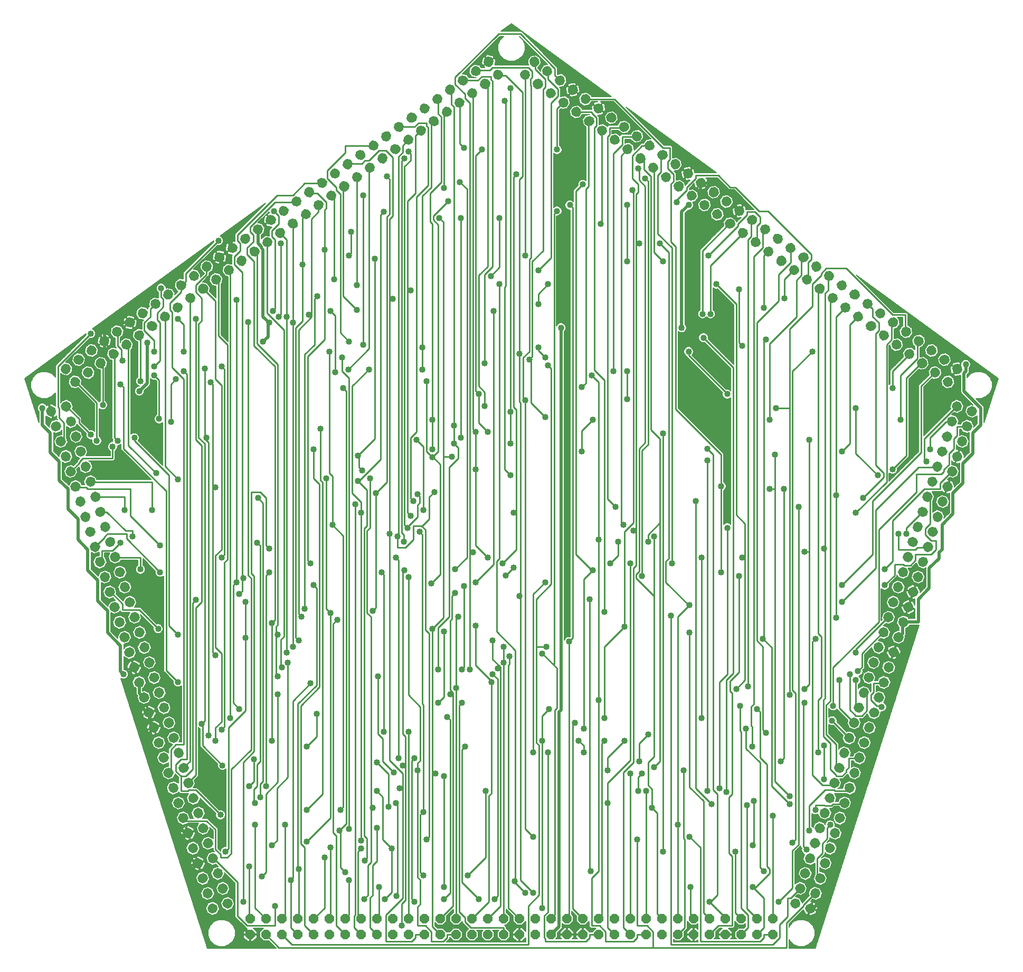
<source format=gtl>
G75*
%MOIN*%
%OFA0B0*%
%FSLAX25Y25*%
%IPPOS*%
%LPD*%
%AMOC8*
5,1,8,0,0,1.08239X$1,22.5*
%
%ADD10OC8,0.06000*%
%ADD11C,0.01200*%
%ADD12C,0.02000*%
%ADD13C,0.04000*%
%ADD14C,0.00600*%
%ADD15C,0.01000*%
D10*
X0176300Y0016300D03*
X0186300Y0016300D03*
X0186300Y0026300D03*
X0176300Y0026300D03*
X0196300Y0026300D03*
X0206300Y0026300D03*
X0206300Y0016300D03*
X0196300Y0016300D03*
X0216300Y0016300D03*
X0226300Y0016300D03*
X0226300Y0026300D03*
X0216300Y0026300D03*
X0236300Y0026300D03*
X0246300Y0026300D03*
X0246300Y0016300D03*
X0236300Y0016300D03*
X0256300Y0016300D03*
X0266300Y0016300D03*
X0266300Y0026300D03*
X0256300Y0026300D03*
X0276300Y0026300D03*
X0286300Y0026300D03*
X0286300Y0016300D03*
X0276300Y0016300D03*
X0296300Y0016300D03*
X0306300Y0016300D03*
X0306300Y0026300D03*
X0296300Y0026300D03*
X0316300Y0026300D03*
X0326300Y0026300D03*
X0326300Y0016300D03*
X0316300Y0016300D03*
X0336300Y0016300D03*
X0346300Y0016300D03*
X0356300Y0016300D03*
X0356300Y0026300D03*
X0346300Y0026300D03*
X0336300Y0026300D03*
X0366300Y0026300D03*
X0376300Y0026300D03*
X0376300Y0016300D03*
X0366300Y0016300D03*
X0386300Y0016300D03*
X0396300Y0016300D03*
X0396300Y0026300D03*
X0386300Y0026300D03*
X0406300Y0026300D03*
X0416300Y0026300D03*
X0416300Y0016300D03*
X0406300Y0016300D03*
X0426300Y0016300D03*
X0436300Y0016300D03*
X0436300Y0026300D03*
X0426300Y0026300D03*
X0446300Y0026300D03*
X0456300Y0026300D03*
X0456300Y0016300D03*
X0446300Y0016300D03*
X0466300Y0016300D03*
X0476300Y0016300D03*
X0476300Y0026300D03*
X0466300Y0026300D03*
X0486300Y0026300D03*
X0496300Y0026300D03*
X0496300Y0016300D03*
X0486300Y0016300D03*
X0506300Y0016300D03*
X0506300Y0026300D03*
D11*
X0521643Y0037296D02*
X0522243Y0037896D01*
X0523146Y0036124D01*
X0522532Y0034235D01*
X0520760Y0033332D01*
X0518871Y0033946D01*
X0517968Y0035718D01*
X0518582Y0037607D01*
X0520354Y0038510D01*
X0522243Y0037896D01*
X0521611Y0037155D01*
X0522175Y0036048D01*
X0521791Y0034867D01*
X0520684Y0034303D01*
X0519503Y0034687D01*
X0518939Y0035794D01*
X0519323Y0036975D01*
X0520430Y0037539D01*
X0521611Y0037155D01*
X0520978Y0036414D01*
X0521204Y0035971D01*
X0521050Y0035500D01*
X0520607Y0035274D01*
X0520136Y0035428D01*
X0519910Y0035871D01*
X0520064Y0036342D01*
X0520507Y0036568D01*
X0520978Y0036414D01*
X0524733Y0046806D02*
X0525333Y0047406D01*
X0526236Y0045634D01*
X0525622Y0043745D01*
X0523850Y0042842D01*
X0521961Y0043456D01*
X0521058Y0045228D01*
X0521672Y0047117D01*
X0523444Y0048020D01*
X0525333Y0047406D01*
X0524701Y0046665D01*
X0525265Y0045558D01*
X0524881Y0044377D01*
X0523774Y0043813D01*
X0522593Y0044197D01*
X0522029Y0045304D01*
X0522413Y0046485D01*
X0523520Y0047049D01*
X0524701Y0046665D01*
X0524068Y0045924D01*
X0524294Y0045481D01*
X0524140Y0045010D01*
X0523697Y0044784D01*
X0523226Y0044938D01*
X0523000Y0045381D01*
X0523154Y0045852D01*
X0523597Y0046078D01*
X0524068Y0045924D01*
X0527823Y0056317D02*
X0528423Y0056917D01*
X0529326Y0055145D01*
X0528712Y0053256D01*
X0526940Y0052353D01*
X0525051Y0052967D01*
X0524148Y0054739D01*
X0524762Y0056628D01*
X0526534Y0057531D01*
X0528423Y0056917D01*
X0527791Y0056176D01*
X0528355Y0055069D01*
X0527971Y0053888D01*
X0526864Y0053324D01*
X0525683Y0053708D01*
X0525119Y0054815D01*
X0525503Y0055996D01*
X0526610Y0056560D01*
X0527791Y0056176D01*
X0527158Y0055435D01*
X0527384Y0054992D01*
X0527230Y0054521D01*
X0526787Y0054295D01*
X0526316Y0054449D01*
X0526090Y0054892D01*
X0526244Y0055363D01*
X0526687Y0055589D01*
X0527158Y0055435D01*
X0530913Y0065827D02*
X0531513Y0066427D01*
X0532416Y0064655D01*
X0531802Y0062766D01*
X0530030Y0061863D01*
X0528141Y0062477D01*
X0527238Y0064249D01*
X0527852Y0066138D01*
X0529624Y0067041D01*
X0531513Y0066427D01*
X0530881Y0065686D01*
X0531445Y0064579D01*
X0531061Y0063398D01*
X0529954Y0062834D01*
X0528773Y0063218D01*
X0528209Y0064325D01*
X0528593Y0065506D01*
X0529700Y0066070D01*
X0530881Y0065686D01*
X0530248Y0064945D01*
X0530474Y0064502D01*
X0530320Y0064031D01*
X0529877Y0063805D01*
X0529406Y0063959D01*
X0529180Y0064402D01*
X0529334Y0064873D01*
X0529777Y0065099D01*
X0530248Y0064945D01*
X0534004Y0075338D02*
X0534604Y0075938D01*
X0535507Y0074166D01*
X0534893Y0072277D01*
X0533121Y0071374D01*
X0531232Y0071988D01*
X0530329Y0073760D01*
X0530943Y0075649D01*
X0532715Y0076552D01*
X0534604Y0075938D01*
X0533972Y0075197D01*
X0534536Y0074090D01*
X0534152Y0072909D01*
X0533045Y0072345D01*
X0531864Y0072729D01*
X0531300Y0073836D01*
X0531684Y0075017D01*
X0532791Y0075581D01*
X0533972Y0075197D01*
X0533339Y0074456D01*
X0533565Y0074013D01*
X0533411Y0073542D01*
X0532968Y0073316D01*
X0532497Y0073470D01*
X0532271Y0073913D01*
X0532425Y0074384D01*
X0532868Y0074610D01*
X0533339Y0074456D01*
X0537094Y0084849D02*
X0537694Y0085449D01*
X0538597Y0083677D01*
X0537983Y0081788D01*
X0536211Y0080885D01*
X0534322Y0081499D01*
X0533419Y0083271D01*
X0534033Y0085160D01*
X0535805Y0086063D01*
X0537694Y0085449D01*
X0537062Y0084708D01*
X0537626Y0083601D01*
X0537242Y0082420D01*
X0536135Y0081856D01*
X0534954Y0082240D01*
X0534390Y0083347D01*
X0534774Y0084528D01*
X0535881Y0085092D01*
X0537062Y0084708D01*
X0536429Y0083967D01*
X0536655Y0083524D01*
X0536501Y0083053D01*
X0536058Y0082827D01*
X0535587Y0082981D01*
X0535361Y0083424D01*
X0535515Y0083895D01*
X0535958Y0084121D01*
X0536429Y0083967D01*
X0540184Y0094359D02*
X0540784Y0094959D01*
X0541687Y0093187D01*
X0541073Y0091298D01*
X0539301Y0090395D01*
X0537412Y0091009D01*
X0536509Y0092781D01*
X0537123Y0094670D01*
X0538895Y0095573D01*
X0540784Y0094959D01*
X0540152Y0094218D01*
X0540716Y0093111D01*
X0540332Y0091930D01*
X0539225Y0091366D01*
X0538044Y0091750D01*
X0537480Y0092857D01*
X0537864Y0094038D01*
X0538971Y0094602D01*
X0540152Y0094218D01*
X0539519Y0093477D01*
X0539745Y0093034D01*
X0539591Y0092563D01*
X0539148Y0092337D01*
X0538677Y0092491D01*
X0538451Y0092934D01*
X0538605Y0093405D01*
X0539048Y0093631D01*
X0539519Y0093477D01*
X0549694Y0091269D02*
X0550294Y0091869D01*
X0551197Y0090097D01*
X0550583Y0088208D01*
X0548811Y0087305D01*
X0546922Y0087919D01*
X0546019Y0089691D01*
X0546633Y0091580D01*
X0548405Y0092483D01*
X0550294Y0091869D01*
X0549662Y0091128D01*
X0550226Y0090021D01*
X0549842Y0088840D01*
X0548735Y0088276D01*
X0547554Y0088660D01*
X0546990Y0089767D01*
X0547374Y0090948D01*
X0548481Y0091512D01*
X0549662Y0091128D01*
X0549029Y0090387D01*
X0549255Y0089944D01*
X0549101Y0089473D01*
X0548658Y0089247D01*
X0548187Y0089401D01*
X0547961Y0089844D01*
X0548115Y0090315D01*
X0548558Y0090541D01*
X0549029Y0090387D01*
X0546604Y0081758D02*
X0547204Y0082358D01*
X0548107Y0080586D01*
X0547493Y0078697D01*
X0545721Y0077794D01*
X0543832Y0078408D01*
X0542929Y0080180D01*
X0543543Y0082069D01*
X0545315Y0082972D01*
X0547204Y0082358D01*
X0546572Y0081617D01*
X0547136Y0080510D01*
X0546752Y0079329D01*
X0545645Y0078765D01*
X0544464Y0079149D01*
X0543900Y0080256D01*
X0544284Y0081437D01*
X0545391Y0082001D01*
X0546572Y0081617D01*
X0545939Y0080876D01*
X0546165Y0080433D01*
X0546011Y0079962D01*
X0545568Y0079736D01*
X0545097Y0079890D01*
X0544871Y0080333D01*
X0545025Y0080804D01*
X0545468Y0081030D01*
X0545939Y0080876D01*
X0543514Y0072248D02*
X0544114Y0072848D01*
X0545017Y0071076D01*
X0544403Y0069187D01*
X0542631Y0068284D01*
X0540742Y0068898D01*
X0539839Y0070670D01*
X0540453Y0072559D01*
X0542225Y0073462D01*
X0544114Y0072848D01*
X0543482Y0072107D01*
X0544046Y0071000D01*
X0543662Y0069819D01*
X0542555Y0069255D01*
X0541374Y0069639D01*
X0540810Y0070746D01*
X0541194Y0071927D01*
X0542301Y0072491D01*
X0543482Y0072107D01*
X0542849Y0071366D01*
X0543075Y0070923D01*
X0542921Y0070452D01*
X0542478Y0070226D01*
X0542007Y0070380D01*
X0541781Y0070823D01*
X0541935Y0071294D01*
X0542378Y0071520D01*
X0542849Y0071366D01*
X0540424Y0062737D02*
X0541024Y0063337D01*
X0541927Y0061565D01*
X0541313Y0059676D01*
X0539541Y0058773D01*
X0537652Y0059387D01*
X0536749Y0061159D01*
X0537363Y0063048D01*
X0539135Y0063951D01*
X0541024Y0063337D01*
X0540392Y0062596D01*
X0540956Y0061489D01*
X0540572Y0060308D01*
X0539465Y0059744D01*
X0538284Y0060128D01*
X0537720Y0061235D01*
X0538104Y0062416D01*
X0539211Y0062980D01*
X0540392Y0062596D01*
X0539759Y0061855D01*
X0539985Y0061412D01*
X0539831Y0060941D01*
X0539388Y0060715D01*
X0538917Y0060869D01*
X0538691Y0061312D01*
X0538845Y0061783D01*
X0539288Y0062009D01*
X0539759Y0061855D01*
X0537334Y0053227D02*
X0537934Y0053827D01*
X0538837Y0052055D01*
X0538223Y0050166D01*
X0536451Y0049263D01*
X0534562Y0049877D01*
X0533659Y0051649D01*
X0534273Y0053538D01*
X0536045Y0054441D01*
X0537934Y0053827D01*
X0537302Y0053086D01*
X0537866Y0051979D01*
X0537482Y0050798D01*
X0536375Y0050234D01*
X0535194Y0050618D01*
X0534630Y0051725D01*
X0535014Y0052906D01*
X0536121Y0053470D01*
X0537302Y0053086D01*
X0536669Y0052345D01*
X0536895Y0051902D01*
X0536741Y0051431D01*
X0536298Y0051205D01*
X0535827Y0051359D01*
X0535601Y0051802D01*
X0535755Y0052273D01*
X0536198Y0052499D01*
X0536669Y0052345D01*
X0534244Y0043716D02*
X0534844Y0044316D01*
X0535747Y0042544D01*
X0535133Y0040655D01*
X0533361Y0039752D01*
X0531472Y0040366D01*
X0530569Y0042138D01*
X0531183Y0044027D01*
X0532955Y0044930D01*
X0534844Y0044316D01*
X0534212Y0043575D01*
X0534776Y0042468D01*
X0534392Y0041287D01*
X0533285Y0040723D01*
X0532104Y0041107D01*
X0531540Y0042214D01*
X0531924Y0043395D01*
X0533031Y0043959D01*
X0534212Y0043575D01*
X0533579Y0042834D01*
X0533805Y0042391D01*
X0533651Y0041920D01*
X0533208Y0041694D01*
X0532737Y0041848D01*
X0532511Y0042291D01*
X0532665Y0042762D01*
X0533108Y0042988D01*
X0533579Y0042834D01*
X0531153Y0034206D02*
X0531753Y0034806D01*
X0532656Y0033034D01*
X0532042Y0031145D01*
X0530270Y0030242D01*
X0528381Y0030856D01*
X0527478Y0032628D01*
X0528092Y0034517D01*
X0529864Y0035420D01*
X0531753Y0034806D01*
X0531121Y0034065D01*
X0531685Y0032958D01*
X0531301Y0031777D01*
X0530194Y0031213D01*
X0529013Y0031597D01*
X0528449Y0032704D01*
X0528833Y0033885D01*
X0529940Y0034449D01*
X0531121Y0034065D01*
X0530488Y0033324D01*
X0530714Y0032881D01*
X0530560Y0032410D01*
X0530117Y0032184D01*
X0529646Y0032338D01*
X0529420Y0032781D01*
X0529574Y0033252D01*
X0530017Y0033478D01*
X0530488Y0033324D01*
X0552785Y0100780D02*
X0553385Y0101380D01*
X0554288Y0099608D01*
X0553674Y0097719D01*
X0551902Y0096816D01*
X0550013Y0097430D01*
X0549110Y0099202D01*
X0549724Y0101091D01*
X0551496Y0101994D01*
X0553385Y0101380D01*
X0552753Y0100639D01*
X0553317Y0099532D01*
X0552933Y0098351D01*
X0551826Y0097787D01*
X0550645Y0098171D01*
X0550081Y0099278D01*
X0550465Y0100459D01*
X0551572Y0101023D01*
X0552753Y0100639D01*
X0552120Y0099898D01*
X0552346Y0099455D01*
X0552192Y0098984D01*
X0551749Y0098758D01*
X0551278Y0098912D01*
X0551052Y0099355D01*
X0551206Y0099826D01*
X0551649Y0100052D01*
X0552120Y0099898D01*
X0555875Y0110290D02*
X0556475Y0110890D01*
X0557378Y0109118D01*
X0556764Y0107229D01*
X0554992Y0106326D01*
X0553103Y0106940D01*
X0552200Y0108712D01*
X0552814Y0110601D01*
X0554586Y0111504D01*
X0556475Y0110890D01*
X0555843Y0110149D01*
X0556407Y0109042D01*
X0556023Y0107861D01*
X0554916Y0107297D01*
X0553735Y0107681D01*
X0553171Y0108788D01*
X0553555Y0109969D01*
X0554662Y0110533D01*
X0555843Y0110149D01*
X0555210Y0109408D01*
X0555436Y0108965D01*
X0555282Y0108494D01*
X0554839Y0108268D01*
X0554368Y0108422D01*
X0554142Y0108865D01*
X0554296Y0109336D01*
X0554739Y0109562D01*
X0555210Y0109408D01*
X0558965Y0119801D02*
X0559565Y0120401D01*
X0560468Y0118629D01*
X0559854Y0116740D01*
X0558082Y0115837D01*
X0556193Y0116451D01*
X0555290Y0118223D01*
X0555904Y0120112D01*
X0557676Y0121015D01*
X0559565Y0120401D01*
X0558933Y0119660D01*
X0559497Y0118553D01*
X0559113Y0117372D01*
X0558006Y0116808D01*
X0556825Y0117192D01*
X0556261Y0118299D01*
X0556645Y0119480D01*
X0557752Y0120044D01*
X0558933Y0119660D01*
X0558300Y0118919D01*
X0558526Y0118476D01*
X0558372Y0118005D01*
X0557929Y0117779D01*
X0557458Y0117933D01*
X0557232Y0118376D01*
X0557386Y0118847D01*
X0557829Y0119073D01*
X0558300Y0118919D01*
X0562055Y0129311D02*
X0562655Y0129911D01*
X0563558Y0128139D01*
X0562944Y0126250D01*
X0561172Y0125347D01*
X0559283Y0125961D01*
X0558380Y0127733D01*
X0558994Y0129622D01*
X0560766Y0130525D01*
X0562655Y0129911D01*
X0562023Y0129170D01*
X0562587Y0128063D01*
X0562203Y0126882D01*
X0561096Y0126318D01*
X0559915Y0126702D01*
X0559351Y0127809D01*
X0559735Y0128990D01*
X0560842Y0129554D01*
X0562023Y0129170D01*
X0561390Y0128429D01*
X0561616Y0127986D01*
X0561462Y0127515D01*
X0561019Y0127289D01*
X0560548Y0127443D01*
X0560322Y0127886D01*
X0560476Y0128357D01*
X0560919Y0128583D01*
X0561390Y0128429D01*
X0565145Y0138822D02*
X0565745Y0139422D01*
X0566648Y0137650D01*
X0566034Y0135761D01*
X0564262Y0134858D01*
X0562373Y0135472D01*
X0561470Y0137244D01*
X0562084Y0139133D01*
X0563856Y0140036D01*
X0565745Y0139422D01*
X0565113Y0138681D01*
X0565677Y0137574D01*
X0565293Y0136393D01*
X0564186Y0135829D01*
X0563005Y0136213D01*
X0562441Y0137320D01*
X0562825Y0138501D01*
X0563932Y0139065D01*
X0565113Y0138681D01*
X0564480Y0137940D01*
X0564706Y0137497D01*
X0564552Y0137026D01*
X0564109Y0136800D01*
X0563638Y0136954D01*
X0563412Y0137397D01*
X0563566Y0137868D01*
X0564009Y0138094D01*
X0564480Y0137940D01*
X0555635Y0141912D02*
X0556235Y0142512D01*
X0557138Y0140740D01*
X0556524Y0138851D01*
X0554752Y0137948D01*
X0552863Y0138562D01*
X0551960Y0140334D01*
X0552574Y0142223D01*
X0554346Y0143126D01*
X0556235Y0142512D01*
X0555603Y0141771D01*
X0556167Y0140664D01*
X0555783Y0139483D01*
X0554676Y0138919D01*
X0553495Y0139303D01*
X0552931Y0140410D01*
X0553315Y0141591D01*
X0554422Y0142155D01*
X0555603Y0141771D01*
X0554970Y0141030D01*
X0555196Y0140587D01*
X0555042Y0140116D01*
X0554599Y0139890D01*
X0554128Y0140044D01*
X0553902Y0140487D01*
X0554056Y0140958D01*
X0554499Y0141184D01*
X0554970Y0141030D01*
X0558725Y0151423D02*
X0559325Y0152023D01*
X0560228Y0150251D01*
X0559614Y0148362D01*
X0557842Y0147459D01*
X0555953Y0148073D01*
X0555050Y0149845D01*
X0555664Y0151734D01*
X0557436Y0152637D01*
X0559325Y0152023D01*
X0558693Y0151282D01*
X0559257Y0150175D01*
X0558873Y0148994D01*
X0557766Y0148430D01*
X0556585Y0148814D01*
X0556021Y0149921D01*
X0556405Y0151102D01*
X0557512Y0151666D01*
X0558693Y0151282D01*
X0558060Y0150541D01*
X0558286Y0150098D01*
X0558132Y0149627D01*
X0557689Y0149401D01*
X0557218Y0149555D01*
X0556992Y0149998D01*
X0557146Y0150469D01*
X0557589Y0150695D01*
X0558060Y0150541D01*
X0561815Y0160933D02*
X0562415Y0161533D01*
X0563318Y0159761D01*
X0562704Y0157872D01*
X0560932Y0156969D01*
X0559043Y0157583D01*
X0558140Y0159355D01*
X0558754Y0161244D01*
X0560526Y0162147D01*
X0562415Y0161533D01*
X0561783Y0160792D01*
X0562347Y0159685D01*
X0561963Y0158504D01*
X0560856Y0157940D01*
X0559675Y0158324D01*
X0559111Y0159431D01*
X0559495Y0160612D01*
X0560602Y0161176D01*
X0561783Y0160792D01*
X0561150Y0160051D01*
X0561376Y0159608D01*
X0561222Y0159137D01*
X0560779Y0158911D01*
X0560308Y0159065D01*
X0560082Y0159508D01*
X0560236Y0159979D01*
X0560679Y0160205D01*
X0561150Y0160051D01*
X0571326Y0157843D02*
X0571926Y0158443D01*
X0572829Y0156671D01*
X0572215Y0154782D01*
X0570443Y0153879D01*
X0568554Y0154493D01*
X0567651Y0156265D01*
X0568265Y0158154D01*
X0570037Y0159057D01*
X0571926Y0158443D01*
X0571294Y0157702D01*
X0571858Y0156595D01*
X0571474Y0155414D01*
X0570367Y0154850D01*
X0569186Y0155234D01*
X0568622Y0156341D01*
X0569006Y0157522D01*
X0570113Y0158086D01*
X0571294Y0157702D01*
X0570661Y0156961D01*
X0570887Y0156518D01*
X0570733Y0156047D01*
X0570290Y0155821D01*
X0569819Y0155975D01*
X0569593Y0156418D01*
X0569747Y0156889D01*
X0570190Y0157115D01*
X0570661Y0156961D01*
X0574416Y0167353D02*
X0575016Y0167953D01*
X0575919Y0166181D01*
X0575305Y0164292D01*
X0573533Y0163389D01*
X0571644Y0164003D01*
X0570741Y0165775D01*
X0571355Y0167664D01*
X0573127Y0168567D01*
X0575016Y0167953D01*
X0574384Y0167212D01*
X0574948Y0166105D01*
X0574564Y0164924D01*
X0573457Y0164360D01*
X0572276Y0164744D01*
X0571712Y0165851D01*
X0572096Y0167032D01*
X0573203Y0167596D01*
X0574384Y0167212D01*
X0573751Y0166471D01*
X0573977Y0166028D01*
X0573823Y0165557D01*
X0573380Y0165331D01*
X0572909Y0165485D01*
X0572683Y0165928D01*
X0572837Y0166399D01*
X0573280Y0166625D01*
X0573751Y0166471D01*
X0577506Y0176864D02*
X0578106Y0177464D01*
X0579009Y0175692D01*
X0578395Y0173803D01*
X0576623Y0172900D01*
X0574734Y0173514D01*
X0573831Y0175286D01*
X0574445Y0177175D01*
X0576217Y0178078D01*
X0578106Y0177464D01*
X0577474Y0176723D01*
X0578038Y0175616D01*
X0577654Y0174435D01*
X0576547Y0173871D01*
X0575366Y0174255D01*
X0574802Y0175362D01*
X0575186Y0176543D01*
X0576293Y0177107D01*
X0577474Y0176723D01*
X0576841Y0175982D01*
X0577067Y0175539D01*
X0576913Y0175068D01*
X0576470Y0174842D01*
X0575999Y0174996D01*
X0575773Y0175439D01*
X0575927Y0175910D01*
X0576370Y0176136D01*
X0576841Y0175982D01*
X0580596Y0186375D02*
X0581196Y0186975D01*
X0582099Y0185203D01*
X0581485Y0183314D01*
X0579713Y0182411D01*
X0577824Y0183025D01*
X0576921Y0184797D01*
X0577535Y0186686D01*
X0579307Y0187589D01*
X0581196Y0186975D01*
X0580564Y0186234D01*
X0581128Y0185127D01*
X0580744Y0183946D01*
X0579637Y0183382D01*
X0578456Y0183766D01*
X0577892Y0184873D01*
X0578276Y0186054D01*
X0579383Y0186618D01*
X0580564Y0186234D01*
X0579931Y0185493D01*
X0580157Y0185050D01*
X0580003Y0184579D01*
X0579560Y0184353D01*
X0579089Y0184507D01*
X0578863Y0184950D01*
X0579017Y0185421D01*
X0579460Y0185647D01*
X0579931Y0185493D01*
X0583686Y0195885D02*
X0584286Y0196485D01*
X0585189Y0194713D01*
X0584575Y0192824D01*
X0582803Y0191921D01*
X0580914Y0192535D01*
X0580011Y0194307D01*
X0580625Y0196196D01*
X0582397Y0197099D01*
X0584286Y0196485D01*
X0583654Y0195744D01*
X0584218Y0194637D01*
X0583834Y0193456D01*
X0582727Y0192892D01*
X0581546Y0193276D01*
X0580982Y0194383D01*
X0581366Y0195564D01*
X0582473Y0196128D01*
X0583654Y0195744D01*
X0583021Y0195003D01*
X0583247Y0194560D01*
X0583093Y0194089D01*
X0582650Y0193863D01*
X0582179Y0194017D01*
X0581953Y0194460D01*
X0582107Y0194931D01*
X0582550Y0195157D01*
X0583021Y0195003D01*
X0586777Y0205396D02*
X0587377Y0205996D01*
X0588280Y0204224D01*
X0587666Y0202335D01*
X0585894Y0201432D01*
X0584005Y0202046D01*
X0583102Y0203818D01*
X0583716Y0205707D01*
X0585488Y0206610D01*
X0587377Y0205996D01*
X0586745Y0205255D01*
X0587309Y0204148D01*
X0586925Y0202967D01*
X0585818Y0202403D01*
X0584637Y0202787D01*
X0584073Y0203894D01*
X0584457Y0205075D01*
X0585564Y0205639D01*
X0586745Y0205255D01*
X0586112Y0204514D01*
X0586338Y0204071D01*
X0586184Y0203600D01*
X0585741Y0203374D01*
X0585270Y0203528D01*
X0585044Y0203971D01*
X0585198Y0204442D01*
X0585641Y0204668D01*
X0586112Y0204514D01*
X0589867Y0214906D02*
X0590467Y0215506D01*
X0591370Y0213734D01*
X0590756Y0211845D01*
X0588984Y0210942D01*
X0587095Y0211556D01*
X0586192Y0213328D01*
X0586806Y0215217D01*
X0588578Y0216120D01*
X0590467Y0215506D01*
X0589835Y0214765D01*
X0590399Y0213658D01*
X0590015Y0212477D01*
X0588908Y0211913D01*
X0587727Y0212297D01*
X0587163Y0213404D01*
X0587547Y0214585D01*
X0588654Y0215149D01*
X0589835Y0214765D01*
X0589202Y0214024D01*
X0589428Y0213581D01*
X0589274Y0213110D01*
X0588831Y0212884D01*
X0588360Y0213038D01*
X0588134Y0213481D01*
X0588288Y0213952D01*
X0588731Y0214178D01*
X0589202Y0214024D01*
X0580356Y0217996D02*
X0580956Y0218596D01*
X0581859Y0216824D01*
X0581245Y0214935D01*
X0579473Y0214032D01*
X0577584Y0214646D01*
X0576681Y0216418D01*
X0577295Y0218307D01*
X0579067Y0219210D01*
X0580956Y0218596D01*
X0580324Y0217855D01*
X0580888Y0216748D01*
X0580504Y0215567D01*
X0579397Y0215003D01*
X0578216Y0215387D01*
X0577652Y0216494D01*
X0578036Y0217675D01*
X0579143Y0218239D01*
X0580324Y0217855D01*
X0579691Y0217114D01*
X0579917Y0216671D01*
X0579763Y0216200D01*
X0579320Y0215974D01*
X0578849Y0216128D01*
X0578623Y0216571D01*
X0578777Y0217042D01*
X0579220Y0217268D01*
X0579691Y0217114D01*
X0583446Y0227507D02*
X0584046Y0228107D01*
X0584949Y0226335D01*
X0584335Y0224446D01*
X0582563Y0223543D01*
X0580674Y0224157D01*
X0579771Y0225929D01*
X0580385Y0227818D01*
X0582157Y0228721D01*
X0584046Y0228107D01*
X0583414Y0227366D01*
X0583978Y0226259D01*
X0583594Y0225078D01*
X0582487Y0224514D01*
X0581306Y0224898D01*
X0580742Y0226005D01*
X0581126Y0227186D01*
X0582233Y0227750D01*
X0583414Y0227366D01*
X0582781Y0226625D01*
X0583007Y0226182D01*
X0582853Y0225711D01*
X0582410Y0225485D01*
X0581939Y0225639D01*
X0581713Y0226082D01*
X0581867Y0226553D01*
X0582310Y0226779D01*
X0582781Y0226625D01*
X0592957Y0224417D02*
X0593557Y0225017D01*
X0594460Y0223245D01*
X0593846Y0221356D01*
X0592074Y0220453D01*
X0590185Y0221067D01*
X0589282Y0222839D01*
X0589896Y0224728D01*
X0591668Y0225631D01*
X0593557Y0225017D01*
X0592925Y0224276D01*
X0593489Y0223169D01*
X0593105Y0221988D01*
X0591998Y0221424D01*
X0590817Y0221808D01*
X0590253Y0222915D01*
X0590637Y0224096D01*
X0591744Y0224660D01*
X0592925Y0224276D01*
X0592292Y0223535D01*
X0592518Y0223092D01*
X0592364Y0222621D01*
X0591921Y0222395D01*
X0591450Y0222549D01*
X0591224Y0222992D01*
X0591378Y0223463D01*
X0591821Y0223689D01*
X0592292Y0223535D01*
X0596047Y0233927D02*
X0596647Y0234527D01*
X0597550Y0232755D01*
X0596936Y0230866D01*
X0595164Y0229963D01*
X0593275Y0230577D01*
X0592372Y0232349D01*
X0592986Y0234238D01*
X0594758Y0235141D01*
X0596647Y0234527D01*
X0596015Y0233786D01*
X0596579Y0232679D01*
X0596195Y0231498D01*
X0595088Y0230934D01*
X0593907Y0231318D01*
X0593343Y0232425D01*
X0593727Y0233606D01*
X0594834Y0234170D01*
X0596015Y0233786D01*
X0595382Y0233045D01*
X0595608Y0232602D01*
X0595454Y0232131D01*
X0595011Y0231905D01*
X0594540Y0232059D01*
X0594314Y0232502D01*
X0594468Y0232973D01*
X0594911Y0233199D01*
X0595382Y0233045D01*
X0586536Y0237018D02*
X0587136Y0237618D01*
X0588039Y0235846D01*
X0587425Y0233957D01*
X0585653Y0233054D01*
X0583764Y0233668D01*
X0582861Y0235440D01*
X0583475Y0237329D01*
X0585247Y0238232D01*
X0587136Y0237618D01*
X0586504Y0236877D01*
X0587068Y0235770D01*
X0586684Y0234589D01*
X0585577Y0234025D01*
X0584396Y0234409D01*
X0583832Y0235516D01*
X0584216Y0236697D01*
X0585323Y0237261D01*
X0586504Y0236877D01*
X0585871Y0236136D01*
X0586097Y0235693D01*
X0585943Y0235222D01*
X0585500Y0234996D01*
X0585029Y0235150D01*
X0584803Y0235593D01*
X0584957Y0236064D01*
X0585400Y0236290D01*
X0585871Y0236136D01*
X0589627Y0246528D02*
X0590227Y0247128D01*
X0591130Y0245356D01*
X0590516Y0243467D01*
X0588744Y0242564D01*
X0586855Y0243178D01*
X0585952Y0244950D01*
X0586566Y0246839D01*
X0588338Y0247742D01*
X0590227Y0247128D01*
X0589595Y0246387D01*
X0590159Y0245280D01*
X0589775Y0244099D01*
X0588668Y0243535D01*
X0587487Y0243919D01*
X0586923Y0245026D01*
X0587307Y0246207D01*
X0588414Y0246771D01*
X0589595Y0246387D01*
X0588962Y0245646D01*
X0589188Y0245203D01*
X0589034Y0244732D01*
X0588591Y0244506D01*
X0588120Y0244660D01*
X0587894Y0245103D01*
X0588048Y0245574D01*
X0588491Y0245800D01*
X0588962Y0245646D01*
X0599137Y0243438D02*
X0599737Y0244038D01*
X0600640Y0242266D01*
X0600026Y0240377D01*
X0598254Y0239474D01*
X0596365Y0240088D01*
X0595462Y0241860D01*
X0596076Y0243749D01*
X0597848Y0244652D01*
X0599737Y0244038D01*
X0599105Y0243297D01*
X0599669Y0242190D01*
X0599285Y0241009D01*
X0598178Y0240445D01*
X0596997Y0240829D01*
X0596433Y0241936D01*
X0596817Y0243117D01*
X0597924Y0243681D01*
X0599105Y0243297D01*
X0598472Y0242556D01*
X0598698Y0242113D01*
X0598544Y0241642D01*
X0598101Y0241416D01*
X0597630Y0241570D01*
X0597404Y0242013D01*
X0597558Y0242484D01*
X0598001Y0242710D01*
X0598472Y0242556D01*
X0602227Y0252949D02*
X0602827Y0253549D01*
X0603730Y0251777D01*
X0603116Y0249888D01*
X0601344Y0248985D01*
X0599455Y0249599D01*
X0598552Y0251371D01*
X0599166Y0253260D01*
X0600938Y0254163D01*
X0602827Y0253549D01*
X0602195Y0252808D01*
X0602759Y0251701D01*
X0602375Y0250520D01*
X0601268Y0249956D01*
X0600087Y0250340D01*
X0599523Y0251447D01*
X0599907Y0252628D01*
X0601014Y0253192D01*
X0602195Y0252808D01*
X0601562Y0252067D01*
X0601788Y0251624D01*
X0601634Y0251153D01*
X0601191Y0250927D01*
X0600720Y0251081D01*
X0600494Y0251524D01*
X0600648Y0251995D01*
X0601091Y0252221D01*
X0601562Y0252067D01*
X0605318Y0262459D02*
X0605918Y0263059D01*
X0606821Y0261287D01*
X0606207Y0259398D01*
X0604435Y0258495D01*
X0602546Y0259109D01*
X0601643Y0260881D01*
X0602257Y0262770D01*
X0604029Y0263673D01*
X0605918Y0263059D01*
X0605286Y0262318D01*
X0605850Y0261211D01*
X0605466Y0260030D01*
X0604359Y0259466D01*
X0603178Y0259850D01*
X0602614Y0260957D01*
X0602998Y0262138D01*
X0604105Y0262702D01*
X0605286Y0262318D01*
X0604653Y0261577D01*
X0604879Y0261134D01*
X0604725Y0260663D01*
X0604282Y0260437D01*
X0603811Y0260591D01*
X0603585Y0261034D01*
X0603739Y0261505D01*
X0604182Y0261731D01*
X0604653Y0261577D01*
X0608408Y0271970D02*
X0609008Y0272570D01*
X0609911Y0270798D01*
X0609297Y0268909D01*
X0607525Y0268006D01*
X0605636Y0268620D01*
X0604733Y0270392D01*
X0605347Y0272281D01*
X0607119Y0273184D01*
X0609008Y0272570D01*
X0608376Y0271829D01*
X0608940Y0270722D01*
X0608556Y0269541D01*
X0607449Y0268977D01*
X0606268Y0269361D01*
X0605704Y0270468D01*
X0606088Y0271649D01*
X0607195Y0272213D01*
X0608376Y0271829D01*
X0607743Y0271088D01*
X0607969Y0270645D01*
X0607815Y0270174D01*
X0607372Y0269948D01*
X0606901Y0270102D01*
X0606675Y0270545D01*
X0606829Y0271016D01*
X0607272Y0271242D01*
X0607743Y0271088D01*
X0611498Y0281480D02*
X0612098Y0282080D01*
X0613001Y0280308D01*
X0612387Y0278419D01*
X0610615Y0277516D01*
X0608726Y0278130D01*
X0607823Y0279902D01*
X0608437Y0281791D01*
X0610209Y0282694D01*
X0612098Y0282080D01*
X0611466Y0281339D01*
X0612030Y0280232D01*
X0611646Y0279051D01*
X0610539Y0278487D01*
X0609358Y0278871D01*
X0608794Y0279978D01*
X0609178Y0281159D01*
X0610285Y0281723D01*
X0611466Y0281339D01*
X0610833Y0280598D01*
X0611059Y0280155D01*
X0610905Y0279684D01*
X0610462Y0279458D01*
X0609991Y0279612D01*
X0609765Y0280055D01*
X0609919Y0280526D01*
X0610362Y0280752D01*
X0610833Y0280598D01*
X0601987Y0284570D02*
X0602587Y0285170D01*
X0603490Y0283398D01*
X0602876Y0281509D01*
X0601104Y0280606D01*
X0599215Y0281220D01*
X0598312Y0282992D01*
X0598926Y0284881D01*
X0600698Y0285784D01*
X0602587Y0285170D01*
X0601955Y0284429D01*
X0602519Y0283322D01*
X0602135Y0282141D01*
X0601028Y0281577D01*
X0599847Y0281961D01*
X0599283Y0283068D01*
X0599667Y0284249D01*
X0600774Y0284813D01*
X0601955Y0284429D01*
X0601322Y0283688D01*
X0601548Y0283245D01*
X0601394Y0282774D01*
X0600951Y0282548D01*
X0600480Y0282702D01*
X0600254Y0283145D01*
X0600408Y0283616D01*
X0600851Y0283842D01*
X0601322Y0283688D01*
X0605077Y0294081D02*
X0605677Y0294681D01*
X0606580Y0292909D01*
X0605966Y0291020D01*
X0604194Y0290117D01*
X0602305Y0290731D01*
X0601402Y0292503D01*
X0602016Y0294392D01*
X0603788Y0295295D01*
X0605677Y0294681D01*
X0605045Y0293940D01*
X0605609Y0292833D01*
X0605225Y0291652D01*
X0604118Y0291088D01*
X0602937Y0291472D01*
X0602373Y0292579D01*
X0602757Y0293760D01*
X0603864Y0294324D01*
X0605045Y0293940D01*
X0604412Y0293199D01*
X0604638Y0292756D01*
X0604484Y0292285D01*
X0604041Y0292059D01*
X0603570Y0292213D01*
X0603344Y0292656D01*
X0603498Y0293127D01*
X0603941Y0293353D01*
X0604412Y0293199D01*
X0608168Y0303592D02*
X0608768Y0304192D01*
X0609671Y0302420D01*
X0609057Y0300531D01*
X0607285Y0299628D01*
X0605396Y0300242D01*
X0604493Y0302014D01*
X0605107Y0303903D01*
X0606879Y0304806D01*
X0608768Y0304192D01*
X0608136Y0303451D01*
X0608700Y0302344D01*
X0608316Y0301163D01*
X0607209Y0300599D01*
X0606028Y0300983D01*
X0605464Y0302090D01*
X0605848Y0303271D01*
X0606955Y0303835D01*
X0608136Y0303451D01*
X0607503Y0302710D01*
X0607729Y0302267D01*
X0607575Y0301796D01*
X0607132Y0301570D01*
X0606661Y0301724D01*
X0606435Y0302167D01*
X0606589Y0302638D01*
X0607032Y0302864D01*
X0607503Y0302710D01*
X0611258Y0313102D02*
X0611858Y0313702D01*
X0612761Y0311930D01*
X0612147Y0310041D01*
X0610375Y0309138D01*
X0608486Y0309752D01*
X0607583Y0311524D01*
X0608197Y0313413D01*
X0609969Y0314316D01*
X0611858Y0313702D01*
X0611226Y0312961D01*
X0611790Y0311854D01*
X0611406Y0310673D01*
X0610299Y0310109D01*
X0609118Y0310493D01*
X0608554Y0311600D01*
X0608938Y0312781D01*
X0610045Y0313345D01*
X0611226Y0312961D01*
X0610593Y0312220D01*
X0610819Y0311777D01*
X0610665Y0311306D01*
X0610222Y0311080D01*
X0609751Y0311234D01*
X0609525Y0311677D01*
X0609679Y0312148D01*
X0610122Y0312374D01*
X0610593Y0312220D01*
X0614348Y0322613D02*
X0614948Y0323213D01*
X0615851Y0321441D01*
X0615237Y0319552D01*
X0613465Y0318649D01*
X0611576Y0319263D01*
X0610673Y0321035D01*
X0611287Y0322924D01*
X0613059Y0323827D01*
X0614948Y0323213D01*
X0614316Y0322472D01*
X0614880Y0321365D01*
X0614496Y0320184D01*
X0613389Y0319620D01*
X0612208Y0320004D01*
X0611644Y0321111D01*
X0612028Y0322292D01*
X0613135Y0322856D01*
X0614316Y0322472D01*
X0613683Y0321731D01*
X0613909Y0321288D01*
X0613755Y0320817D01*
X0613312Y0320591D01*
X0612841Y0320745D01*
X0612615Y0321188D01*
X0612769Y0321659D01*
X0613212Y0321885D01*
X0613683Y0321731D01*
X0617438Y0332123D02*
X0618038Y0332723D01*
X0618941Y0330951D01*
X0618327Y0329062D01*
X0616555Y0328159D01*
X0614666Y0328773D01*
X0613763Y0330545D01*
X0614377Y0332434D01*
X0616149Y0333337D01*
X0618038Y0332723D01*
X0617406Y0331982D01*
X0617970Y0330875D01*
X0617586Y0329694D01*
X0616479Y0329130D01*
X0615298Y0329514D01*
X0614734Y0330621D01*
X0615118Y0331802D01*
X0616225Y0332366D01*
X0617406Y0331982D01*
X0616773Y0331241D01*
X0616999Y0330798D01*
X0616845Y0330327D01*
X0616402Y0330101D01*
X0615931Y0330255D01*
X0615705Y0330698D01*
X0615859Y0331169D01*
X0616302Y0331395D01*
X0616773Y0331241D01*
X0620528Y0341634D02*
X0621128Y0342234D01*
X0622031Y0340462D01*
X0621417Y0338573D01*
X0619645Y0337670D01*
X0617756Y0338284D01*
X0616853Y0340056D01*
X0617467Y0341945D01*
X0619239Y0342848D01*
X0621128Y0342234D01*
X0620496Y0341493D01*
X0621060Y0340386D01*
X0620676Y0339205D01*
X0619569Y0338641D01*
X0618388Y0339025D01*
X0617824Y0340132D01*
X0618208Y0341313D01*
X0619315Y0341877D01*
X0620496Y0341493D01*
X0619863Y0340752D01*
X0620089Y0340309D01*
X0619935Y0339838D01*
X0619492Y0339612D01*
X0619021Y0339766D01*
X0618795Y0340209D01*
X0618949Y0340680D01*
X0619392Y0340906D01*
X0619863Y0340752D01*
X0630039Y0338544D02*
X0630639Y0339144D01*
X0631542Y0337372D01*
X0630928Y0335483D01*
X0629156Y0334580D01*
X0627267Y0335194D01*
X0626364Y0336966D01*
X0626978Y0338855D01*
X0628750Y0339758D01*
X0630639Y0339144D01*
X0630007Y0338403D01*
X0630571Y0337296D01*
X0630187Y0336115D01*
X0629080Y0335551D01*
X0627899Y0335935D01*
X0627335Y0337042D01*
X0627719Y0338223D01*
X0628826Y0338787D01*
X0630007Y0338403D01*
X0629374Y0337662D01*
X0629600Y0337219D01*
X0629446Y0336748D01*
X0629003Y0336522D01*
X0628532Y0336676D01*
X0628306Y0337119D01*
X0628460Y0337590D01*
X0628903Y0337816D01*
X0629374Y0337662D01*
X0633129Y0348054D02*
X0633729Y0348654D01*
X0634632Y0346882D01*
X0634018Y0344993D01*
X0632246Y0344090D01*
X0630357Y0344704D01*
X0629454Y0346476D01*
X0630068Y0348365D01*
X0631840Y0349268D01*
X0633729Y0348654D01*
X0633097Y0347913D01*
X0633661Y0346806D01*
X0633277Y0345625D01*
X0632170Y0345061D01*
X0630989Y0345445D01*
X0630425Y0346552D01*
X0630809Y0347733D01*
X0631916Y0348297D01*
X0633097Y0347913D01*
X0632464Y0347172D01*
X0632690Y0346729D01*
X0632536Y0346258D01*
X0632093Y0346032D01*
X0631622Y0346186D01*
X0631396Y0346629D01*
X0631550Y0347100D01*
X0631993Y0347326D01*
X0632464Y0347172D01*
X0623619Y0351144D02*
X0624219Y0351744D01*
X0625122Y0349972D01*
X0624508Y0348083D01*
X0622736Y0347180D01*
X0620847Y0347794D01*
X0619944Y0349566D01*
X0620558Y0351455D01*
X0622330Y0352358D01*
X0624219Y0351744D01*
X0623587Y0351003D01*
X0624151Y0349896D01*
X0623767Y0348715D01*
X0622660Y0348151D01*
X0621479Y0348535D01*
X0620915Y0349642D01*
X0621299Y0350823D01*
X0622406Y0351387D01*
X0623587Y0351003D01*
X0622954Y0350262D01*
X0623180Y0349819D01*
X0623026Y0349348D01*
X0622583Y0349122D01*
X0622112Y0349276D01*
X0621886Y0349719D01*
X0622040Y0350190D01*
X0622483Y0350416D01*
X0622954Y0350262D01*
X0616092Y0366884D02*
X0615492Y0367484D01*
X0617455Y0367795D01*
X0619063Y0366627D01*
X0619374Y0364664D01*
X0618206Y0363056D01*
X0616243Y0362745D01*
X0614635Y0363913D01*
X0614324Y0365876D01*
X0615492Y0367484D01*
X0616001Y0366654D01*
X0617228Y0366848D01*
X0618233Y0366118D01*
X0618427Y0364891D01*
X0617697Y0363886D01*
X0616470Y0363692D01*
X0615465Y0364422D01*
X0615271Y0365649D01*
X0616001Y0366654D01*
X0616510Y0365823D01*
X0617001Y0365901D01*
X0617402Y0365609D01*
X0617480Y0365118D01*
X0617188Y0364717D01*
X0616697Y0364639D01*
X0616296Y0364931D01*
X0616218Y0365422D01*
X0616510Y0365823D01*
X0608002Y0372762D02*
X0607402Y0373362D01*
X0609365Y0373673D01*
X0610973Y0372505D01*
X0611284Y0370542D01*
X0610116Y0368934D01*
X0608153Y0368623D01*
X0606545Y0369791D01*
X0606234Y0371754D01*
X0607402Y0373362D01*
X0607911Y0372532D01*
X0609138Y0372726D01*
X0610143Y0371996D01*
X0610337Y0370769D01*
X0609607Y0369764D01*
X0608380Y0369570D01*
X0607375Y0370300D01*
X0607181Y0371527D01*
X0607911Y0372532D01*
X0608420Y0371701D01*
X0608911Y0371779D01*
X0609312Y0371487D01*
X0609390Y0370996D01*
X0609098Y0370595D01*
X0608607Y0370517D01*
X0608206Y0370809D01*
X0608128Y0371300D01*
X0608420Y0371701D01*
X0599912Y0378640D02*
X0599312Y0379240D01*
X0601275Y0379551D01*
X0602883Y0378383D01*
X0603194Y0376420D01*
X0602026Y0374812D01*
X0600063Y0374501D01*
X0598455Y0375669D01*
X0598144Y0377632D01*
X0599312Y0379240D01*
X0599821Y0378410D01*
X0601048Y0378604D01*
X0602053Y0377874D01*
X0602247Y0376647D01*
X0601517Y0375642D01*
X0600290Y0375448D01*
X0599285Y0376178D01*
X0599091Y0377405D01*
X0599821Y0378410D01*
X0600330Y0377579D01*
X0600821Y0377657D01*
X0601222Y0377365D01*
X0601300Y0376874D01*
X0601008Y0376473D01*
X0600517Y0376395D01*
X0600116Y0376687D01*
X0600038Y0377178D01*
X0600330Y0377579D01*
X0591821Y0384518D02*
X0591221Y0385118D01*
X0593184Y0385429D01*
X0594792Y0384261D01*
X0595103Y0382298D01*
X0593935Y0380690D01*
X0591972Y0380379D01*
X0590364Y0381547D01*
X0590053Y0383510D01*
X0591221Y0385118D01*
X0591730Y0384288D01*
X0592957Y0384482D01*
X0593962Y0383752D01*
X0594156Y0382525D01*
X0593426Y0381520D01*
X0592199Y0381326D01*
X0591194Y0382056D01*
X0591000Y0383283D01*
X0591730Y0384288D01*
X0592239Y0383457D01*
X0592730Y0383535D01*
X0593131Y0383243D01*
X0593209Y0382752D01*
X0592917Y0382351D01*
X0592426Y0382273D01*
X0592025Y0382565D01*
X0591947Y0383056D01*
X0592239Y0383457D01*
X0597699Y0392608D02*
X0597099Y0393208D01*
X0599062Y0393519D01*
X0600670Y0392351D01*
X0600981Y0390388D01*
X0599813Y0388780D01*
X0597850Y0388469D01*
X0596242Y0389637D01*
X0595931Y0391600D01*
X0597099Y0393208D01*
X0597608Y0392378D01*
X0598835Y0392572D01*
X0599840Y0391842D01*
X0600034Y0390615D01*
X0599304Y0389610D01*
X0598077Y0389416D01*
X0597072Y0390146D01*
X0596878Y0391373D01*
X0597608Y0392378D01*
X0598117Y0391547D01*
X0598608Y0391625D01*
X0599009Y0391333D01*
X0599087Y0390842D01*
X0598795Y0390441D01*
X0598304Y0390363D01*
X0597903Y0390655D01*
X0597825Y0391146D01*
X0598117Y0391547D01*
X0589609Y0398486D02*
X0589009Y0399086D01*
X0590972Y0399397D01*
X0592580Y0398229D01*
X0592891Y0396266D01*
X0591723Y0394658D01*
X0589760Y0394347D01*
X0588152Y0395515D01*
X0587841Y0397478D01*
X0589009Y0399086D01*
X0589518Y0398256D01*
X0590745Y0398450D01*
X0591750Y0397720D01*
X0591944Y0396493D01*
X0591214Y0395488D01*
X0589987Y0395294D01*
X0588982Y0396024D01*
X0588788Y0397251D01*
X0589518Y0398256D01*
X0590027Y0397425D01*
X0590518Y0397503D01*
X0590919Y0397211D01*
X0590997Y0396720D01*
X0590705Y0396319D01*
X0590214Y0396241D01*
X0589813Y0396533D01*
X0589735Y0397024D01*
X0590027Y0397425D01*
X0581519Y0404364D02*
X0580919Y0404964D01*
X0582882Y0405275D01*
X0584490Y0404107D01*
X0584801Y0402144D01*
X0583633Y0400536D01*
X0581670Y0400225D01*
X0580062Y0401393D01*
X0579751Y0403356D01*
X0580919Y0404964D01*
X0581428Y0404134D01*
X0582655Y0404328D01*
X0583660Y0403598D01*
X0583854Y0402371D01*
X0583124Y0401366D01*
X0581897Y0401172D01*
X0580892Y0401902D01*
X0580698Y0403129D01*
X0581428Y0404134D01*
X0581937Y0403303D01*
X0582428Y0403381D01*
X0582829Y0403089D01*
X0582907Y0402598D01*
X0582615Y0402197D01*
X0582124Y0402119D01*
X0581723Y0402411D01*
X0581645Y0402902D01*
X0581937Y0403303D01*
X0573429Y0410242D02*
X0572829Y0410842D01*
X0574792Y0411153D01*
X0576400Y0409985D01*
X0576711Y0408022D01*
X0575543Y0406414D01*
X0573580Y0406103D01*
X0571972Y0407271D01*
X0571661Y0409234D01*
X0572829Y0410842D01*
X0573338Y0410012D01*
X0574565Y0410206D01*
X0575570Y0409476D01*
X0575764Y0408249D01*
X0575034Y0407244D01*
X0573807Y0407050D01*
X0572802Y0407780D01*
X0572608Y0409007D01*
X0573338Y0410012D01*
X0573847Y0409181D01*
X0574338Y0409259D01*
X0574739Y0408967D01*
X0574817Y0408476D01*
X0574525Y0408075D01*
X0574034Y0407997D01*
X0573633Y0408289D01*
X0573555Y0408780D01*
X0573847Y0409181D01*
X0565339Y0416119D02*
X0564739Y0416719D01*
X0566702Y0417030D01*
X0568310Y0415862D01*
X0568621Y0413899D01*
X0567453Y0412291D01*
X0565490Y0411980D01*
X0563882Y0413148D01*
X0563571Y0415111D01*
X0564739Y0416719D01*
X0565248Y0415889D01*
X0566475Y0416083D01*
X0567480Y0415353D01*
X0567674Y0414126D01*
X0566944Y0413121D01*
X0565717Y0412927D01*
X0564712Y0413657D01*
X0564518Y0414884D01*
X0565248Y0415889D01*
X0565757Y0415058D01*
X0566248Y0415136D01*
X0566649Y0414844D01*
X0566727Y0414353D01*
X0566435Y0413952D01*
X0565944Y0413874D01*
X0565543Y0414166D01*
X0565465Y0414657D01*
X0565757Y0415058D01*
X0559461Y0408029D02*
X0558861Y0408629D01*
X0560824Y0408940D01*
X0562432Y0407772D01*
X0562743Y0405809D01*
X0561575Y0404201D01*
X0559612Y0403890D01*
X0558004Y0405058D01*
X0557693Y0407021D01*
X0558861Y0408629D01*
X0559370Y0407799D01*
X0560597Y0407993D01*
X0561602Y0407263D01*
X0561796Y0406036D01*
X0561066Y0405031D01*
X0559839Y0404837D01*
X0558834Y0405567D01*
X0558640Y0406794D01*
X0559370Y0407799D01*
X0559879Y0406968D01*
X0560370Y0407046D01*
X0560771Y0406754D01*
X0560849Y0406263D01*
X0560557Y0405862D01*
X0560066Y0405784D01*
X0559665Y0406076D01*
X0559587Y0406567D01*
X0559879Y0406968D01*
X0551371Y0413907D02*
X0550771Y0414507D01*
X0552734Y0414818D01*
X0554342Y0413650D01*
X0554653Y0411687D01*
X0553485Y0410079D01*
X0551522Y0409768D01*
X0549914Y0410936D01*
X0549603Y0412899D01*
X0550771Y0414507D01*
X0551280Y0413677D01*
X0552507Y0413871D01*
X0553512Y0413141D01*
X0553706Y0411914D01*
X0552976Y0410909D01*
X0551749Y0410715D01*
X0550744Y0411445D01*
X0550550Y0412672D01*
X0551280Y0413677D01*
X0551789Y0412846D01*
X0552280Y0412924D01*
X0552681Y0412632D01*
X0552759Y0412141D01*
X0552467Y0411740D01*
X0551976Y0411662D01*
X0551575Y0411954D01*
X0551497Y0412445D01*
X0551789Y0412846D01*
X0557248Y0421997D02*
X0556648Y0422597D01*
X0558611Y0422908D01*
X0560219Y0421740D01*
X0560530Y0419777D01*
X0559362Y0418169D01*
X0557399Y0417858D01*
X0555791Y0419026D01*
X0555480Y0420989D01*
X0556648Y0422597D01*
X0557157Y0421767D01*
X0558384Y0421961D01*
X0559389Y0421231D01*
X0559583Y0420004D01*
X0558853Y0418999D01*
X0557626Y0418805D01*
X0556621Y0419535D01*
X0556427Y0420762D01*
X0557157Y0421767D01*
X0557666Y0420936D01*
X0558157Y0421014D01*
X0558558Y0420722D01*
X0558636Y0420231D01*
X0558344Y0419830D01*
X0557853Y0419752D01*
X0557452Y0420044D01*
X0557374Y0420535D01*
X0557666Y0420936D01*
X0549158Y0427875D02*
X0548558Y0428475D01*
X0550521Y0428786D01*
X0552129Y0427618D01*
X0552440Y0425655D01*
X0551272Y0424047D01*
X0549309Y0423736D01*
X0547701Y0424904D01*
X0547390Y0426867D01*
X0548558Y0428475D01*
X0549067Y0427645D01*
X0550294Y0427839D01*
X0551299Y0427109D01*
X0551493Y0425882D01*
X0550763Y0424877D01*
X0549536Y0424683D01*
X0548531Y0425413D01*
X0548337Y0426640D01*
X0549067Y0427645D01*
X0549576Y0426814D01*
X0550067Y0426892D01*
X0550468Y0426600D01*
X0550546Y0426109D01*
X0550254Y0425708D01*
X0549763Y0425630D01*
X0549362Y0425922D01*
X0549284Y0426413D01*
X0549576Y0426814D01*
X0541068Y0433753D02*
X0540468Y0434353D01*
X0542431Y0434664D01*
X0544039Y0433496D01*
X0544350Y0431533D01*
X0543182Y0429925D01*
X0541219Y0429614D01*
X0539611Y0430782D01*
X0539300Y0432745D01*
X0540468Y0434353D01*
X0540977Y0433523D01*
X0542204Y0433717D01*
X0543209Y0432987D01*
X0543403Y0431760D01*
X0542673Y0430755D01*
X0541446Y0430561D01*
X0540441Y0431291D01*
X0540247Y0432518D01*
X0540977Y0433523D01*
X0541486Y0432692D01*
X0541977Y0432770D01*
X0542378Y0432478D01*
X0542456Y0431987D01*
X0542164Y0431586D01*
X0541673Y0431508D01*
X0541272Y0431800D01*
X0541194Y0432291D01*
X0541486Y0432692D01*
X0532978Y0439631D02*
X0532378Y0440231D01*
X0534341Y0440542D01*
X0535949Y0439374D01*
X0536260Y0437411D01*
X0535092Y0435803D01*
X0533129Y0435492D01*
X0531521Y0436660D01*
X0531210Y0438623D01*
X0532378Y0440231D01*
X0532887Y0439401D01*
X0534114Y0439595D01*
X0535119Y0438865D01*
X0535313Y0437638D01*
X0534583Y0436633D01*
X0533356Y0436439D01*
X0532351Y0437169D01*
X0532157Y0438396D01*
X0532887Y0439401D01*
X0533396Y0438570D01*
X0533887Y0438648D01*
X0534288Y0438356D01*
X0534366Y0437865D01*
X0534074Y0437464D01*
X0533583Y0437386D01*
X0533182Y0437678D01*
X0533104Y0438169D01*
X0533396Y0438570D01*
X0524888Y0445509D02*
X0524288Y0446109D01*
X0526251Y0446420D01*
X0527859Y0445252D01*
X0528170Y0443289D01*
X0527002Y0441681D01*
X0525039Y0441370D01*
X0523431Y0442538D01*
X0523120Y0444501D01*
X0524288Y0446109D01*
X0524797Y0445279D01*
X0526024Y0445473D01*
X0527029Y0444743D01*
X0527223Y0443516D01*
X0526493Y0442511D01*
X0525266Y0442317D01*
X0524261Y0443047D01*
X0524067Y0444274D01*
X0524797Y0445279D01*
X0525306Y0444448D01*
X0525797Y0444526D01*
X0526198Y0444234D01*
X0526276Y0443743D01*
X0525984Y0443342D01*
X0525493Y0443264D01*
X0525092Y0443556D01*
X0525014Y0444047D01*
X0525306Y0444448D01*
X0519010Y0437419D02*
X0518410Y0438019D01*
X0520373Y0438330D01*
X0521981Y0437162D01*
X0522292Y0435199D01*
X0521124Y0433591D01*
X0519161Y0433280D01*
X0517553Y0434448D01*
X0517242Y0436411D01*
X0518410Y0438019D01*
X0518919Y0437189D01*
X0520146Y0437383D01*
X0521151Y0436653D01*
X0521345Y0435426D01*
X0520615Y0434421D01*
X0519388Y0434227D01*
X0518383Y0434957D01*
X0518189Y0436184D01*
X0518919Y0437189D01*
X0519428Y0436358D01*
X0519919Y0436436D01*
X0520320Y0436144D01*
X0520398Y0435653D01*
X0520106Y0435252D01*
X0519615Y0435174D01*
X0519214Y0435466D01*
X0519136Y0435957D01*
X0519428Y0436358D01*
X0510920Y0443296D02*
X0510320Y0443896D01*
X0512283Y0444207D01*
X0513891Y0443039D01*
X0514202Y0441076D01*
X0513034Y0439468D01*
X0511071Y0439157D01*
X0509463Y0440325D01*
X0509152Y0442288D01*
X0510320Y0443896D01*
X0510829Y0443066D01*
X0512056Y0443260D01*
X0513061Y0442530D01*
X0513255Y0441303D01*
X0512525Y0440298D01*
X0511298Y0440104D01*
X0510293Y0440834D01*
X0510099Y0442061D01*
X0510829Y0443066D01*
X0511338Y0442235D01*
X0511829Y0442313D01*
X0512230Y0442021D01*
X0512308Y0441530D01*
X0512016Y0441129D01*
X0511525Y0441051D01*
X0511124Y0441343D01*
X0511046Y0441834D01*
X0511338Y0442235D01*
X0516798Y0451387D02*
X0516198Y0451987D01*
X0518161Y0452298D01*
X0519769Y0451130D01*
X0520080Y0449167D01*
X0518912Y0447559D01*
X0516949Y0447248D01*
X0515341Y0448416D01*
X0515030Y0450379D01*
X0516198Y0451987D01*
X0516707Y0451157D01*
X0517934Y0451351D01*
X0518939Y0450621D01*
X0519133Y0449394D01*
X0518403Y0448389D01*
X0517176Y0448195D01*
X0516171Y0448925D01*
X0515977Y0450152D01*
X0516707Y0451157D01*
X0517216Y0450326D01*
X0517707Y0450404D01*
X0518108Y0450112D01*
X0518186Y0449621D01*
X0517894Y0449220D01*
X0517403Y0449142D01*
X0517002Y0449434D01*
X0516924Y0449925D01*
X0517216Y0450326D01*
X0508707Y0457264D02*
X0508107Y0457864D01*
X0510070Y0458175D01*
X0511678Y0457007D01*
X0511989Y0455044D01*
X0510821Y0453436D01*
X0508858Y0453125D01*
X0507250Y0454293D01*
X0506939Y0456256D01*
X0508107Y0457864D01*
X0508616Y0457034D01*
X0509843Y0457228D01*
X0510848Y0456498D01*
X0511042Y0455271D01*
X0510312Y0454266D01*
X0509085Y0454072D01*
X0508080Y0454802D01*
X0507886Y0456029D01*
X0508616Y0457034D01*
X0509125Y0456203D01*
X0509616Y0456281D01*
X0510017Y0455989D01*
X0510095Y0455498D01*
X0509803Y0455097D01*
X0509312Y0455019D01*
X0508911Y0455311D01*
X0508833Y0455802D01*
X0509125Y0456203D01*
X0500617Y0463142D02*
X0500017Y0463742D01*
X0501980Y0464053D01*
X0503588Y0462885D01*
X0503899Y0460922D01*
X0502731Y0459314D01*
X0500768Y0459003D01*
X0499160Y0460171D01*
X0498849Y0462134D01*
X0500017Y0463742D01*
X0500526Y0462912D01*
X0501753Y0463106D01*
X0502758Y0462376D01*
X0502952Y0461149D01*
X0502222Y0460144D01*
X0500995Y0459950D01*
X0499990Y0460680D01*
X0499796Y0461907D01*
X0500526Y0462912D01*
X0501035Y0462081D01*
X0501526Y0462159D01*
X0501927Y0461867D01*
X0502005Y0461376D01*
X0501713Y0460975D01*
X0501222Y0460897D01*
X0500821Y0461189D01*
X0500743Y0461680D01*
X0501035Y0462081D01*
X0492527Y0469020D02*
X0491927Y0469620D01*
X0493890Y0469931D01*
X0495498Y0468763D01*
X0495809Y0466800D01*
X0494641Y0465192D01*
X0492678Y0464881D01*
X0491070Y0466049D01*
X0490759Y0468012D01*
X0491927Y0469620D01*
X0492436Y0468790D01*
X0493663Y0468984D01*
X0494668Y0468254D01*
X0494862Y0467027D01*
X0494132Y0466022D01*
X0492905Y0465828D01*
X0491900Y0466558D01*
X0491706Y0467785D01*
X0492436Y0468790D01*
X0492945Y0467959D01*
X0493436Y0468037D01*
X0493837Y0467745D01*
X0493915Y0467254D01*
X0493623Y0466853D01*
X0493132Y0466775D01*
X0492731Y0467067D01*
X0492653Y0467558D01*
X0492945Y0467959D01*
X0484437Y0474898D02*
X0483837Y0475498D01*
X0485800Y0475809D01*
X0487408Y0474641D01*
X0487719Y0472678D01*
X0486551Y0471070D01*
X0484588Y0470759D01*
X0482980Y0471927D01*
X0482669Y0473890D01*
X0483837Y0475498D01*
X0484346Y0474668D01*
X0485573Y0474862D01*
X0486578Y0474132D01*
X0486772Y0472905D01*
X0486042Y0471900D01*
X0484815Y0471706D01*
X0483810Y0472436D01*
X0483616Y0473663D01*
X0484346Y0474668D01*
X0484855Y0473837D01*
X0485346Y0473915D01*
X0485747Y0473623D01*
X0485825Y0473132D01*
X0485533Y0472731D01*
X0485042Y0472653D01*
X0484641Y0472945D01*
X0484563Y0473436D01*
X0484855Y0473837D01*
X0478559Y0466808D02*
X0477959Y0467408D01*
X0479922Y0467719D01*
X0481530Y0466551D01*
X0481841Y0464588D01*
X0480673Y0462980D01*
X0478710Y0462669D01*
X0477102Y0463837D01*
X0476791Y0465800D01*
X0477959Y0467408D01*
X0478468Y0466578D01*
X0479695Y0466772D01*
X0480700Y0466042D01*
X0480894Y0464815D01*
X0480164Y0463810D01*
X0478937Y0463616D01*
X0477932Y0464346D01*
X0477738Y0465573D01*
X0478468Y0466578D01*
X0478977Y0465747D01*
X0479468Y0465825D01*
X0479869Y0465533D01*
X0479947Y0465042D01*
X0479655Y0464641D01*
X0479164Y0464563D01*
X0478763Y0464855D01*
X0478685Y0465346D01*
X0478977Y0465747D01*
X0470469Y0472686D02*
X0469869Y0473286D01*
X0471832Y0473597D01*
X0473440Y0472429D01*
X0473751Y0470466D01*
X0472583Y0468858D01*
X0470620Y0468547D01*
X0469012Y0469715D01*
X0468701Y0471678D01*
X0469869Y0473286D01*
X0470378Y0472456D01*
X0471605Y0472650D01*
X0472610Y0471920D01*
X0472804Y0470693D01*
X0472074Y0469688D01*
X0470847Y0469494D01*
X0469842Y0470224D01*
X0469648Y0471451D01*
X0470378Y0472456D01*
X0470887Y0471625D01*
X0471378Y0471703D01*
X0471779Y0471411D01*
X0471857Y0470920D01*
X0471565Y0470519D01*
X0471074Y0470441D01*
X0470673Y0470733D01*
X0470595Y0471224D01*
X0470887Y0471625D01*
X0476347Y0480776D02*
X0475747Y0481376D01*
X0477710Y0481687D01*
X0479318Y0480519D01*
X0479629Y0478556D01*
X0478461Y0476948D01*
X0476498Y0476637D01*
X0474890Y0477805D01*
X0474579Y0479768D01*
X0475747Y0481376D01*
X0476256Y0480546D01*
X0477483Y0480740D01*
X0478488Y0480010D01*
X0478682Y0478783D01*
X0477952Y0477778D01*
X0476725Y0477584D01*
X0475720Y0478314D01*
X0475526Y0479541D01*
X0476256Y0480546D01*
X0476765Y0479715D01*
X0477256Y0479793D01*
X0477657Y0479501D01*
X0477735Y0479010D01*
X0477443Y0478609D01*
X0476952Y0478531D01*
X0476551Y0478823D01*
X0476473Y0479314D01*
X0476765Y0479715D01*
X0468256Y0486654D02*
X0467656Y0487254D01*
X0469619Y0487565D01*
X0471227Y0486397D01*
X0471538Y0484434D01*
X0470370Y0482826D01*
X0468407Y0482515D01*
X0466799Y0483683D01*
X0466488Y0485646D01*
X0467656Y0487254D01*
X0468165Y0486424D01*
X0469392Y0486618D01*
X0470397Y0485888D01*
X0470591Y0484661D01*
X0469861Y0483656D01*
X0468634Y0483462D01*
X0467629Y0484192D01*
X0467435Y0485419D01*
X0468165Y0486424D01*
X0468674Y0485593D01*
X0469165Y0485671D01*
X0469566Y0485379D01*
X0469644Y0484888D01*
X0469352Y0484487D01*
X0468861Y0484409D01*
X0468460Y0484701D01*
X0468382Y0485192D01*
X0468674Y0485593D01*
X0460166Y0492532D02*
X0459566Y0493132D01*
X0461529Y0493443D01*
X0463137Y0492275D01*
X0463448Y0490312D01*
X0462280Y0488704D01*
X0460317Y0488393D01*
X0458709Y0489561D01*
X0458398Y0491524D01*
X0459566Y0493132D01*
X0460075Y0492302D01*
X0461302Y0492496D01*
X0462307Y0491766D01*
X0462501Y0490539D01*
X0461771Y0489534D01*
X0460544Y0489340D01*
X0459539Y0490070D01*
X0459345Y0491297D01*
X0460075Y0492302D01*
X0460584Y0491471D01*
X0461075Y0491549D01*
X0461476Y0491257D01*
X0461554Y0490766D01*
X0461262Y0490365D01*
X0460771Y0490287D01*
X0460370Y0490579D01*
X0460292Y0491070D01*
X0460584Y0491471D01*
X0452076Y0498409D02*
X0451476Y0499009D01*
X0453439Y0499320D01*
X0455047Y0498152D01*
X0455358Y0496189D01*
X0454190Y0494581D01*
X0452227Y0494270D01*
X0450619Y0495438D01*
X0450308Y0497401D01*
X0451476Y0499009D01*
X0451985Y0498179D01*
X0453212Y0498373D01*
X0454217Y0497643D01*
X0454411Y0496416D01*
X0453681Y0495411D01*
X0452454Y0495217D01*
X0451449Y0495947D01*
X0451255Y0497174D01*
X0451985Y0498179D01*
X0452494Y0497348D01*
X0452985Y0497426D01*
X0453386Y0497134D01*
X0453464Y0496643D01*
X0453172Y0496242D01*
X0452681Y0496164D01*
X0452280Y0496456D01*
X0452202Y0496947D01*
X0452494Y0497348D01*
X0443986Y0504287D02*
X0443386Y0504887D01*
X0445349Y0505198D01*
X0446957Y0504030D01*
X0447268Y0502067D01*
X0446100Y0500459D01*
X0444137Y0500148D01*
X0442529Y0501316D01*
X0442218Y0503279D01*
X0443386Y0504887D01*
X0443895Y0504057D01*
X0445122Y0504251D01*
X0446127Y0503521D01*
X0446321Y0502294D01*
X0445591Y0501289D01*
X0444364Y0501095D01*
X0443359Y0501825D01*
X0443165Y0503052D01*
X0443895Y0504057D01*
X0444404Y0503226D01*
X0444895Y0503304D01*
X0445296Y0503012D01*
X0445374Y0502521D01*
X0445082Y0502120D01*
X0444591Y0502042D01*
X0444190Y0502334D01*
X0444112Y0502825D01*
X0444404Y0503226D01*
X0438108Y0496197D02*
X0437508Y0496797D01*
X0439471Y0497108D01*
X0441079Y0495940D01*
X0441390Y0493977D01*
X0440222Y0492369D01*
X0438259Y0492058D01*
X0436651Y0493226D01*
X0436340Y0495189D01*
X0437508Y0496797D01*
X0438017Y0495967D01*
X0439244Y0496161D01*
X0440249Y0495431D01*
X0440443Y0494204D01*
X0439713Y0493199D01*
X0438486Y0493005D01*
X0437481Y0493735D01*
X0437287Y0494962D01*
X0438017Y0495967D01*
X0438526Y0495136D01*
X0439017Y0495214D01*
X0439418Y0494922D01*
X0439496Y0494431D01*
X0439204Y0494030D01*
X0438713Y0493952D01*
X0438312Y0494244D01*
X0438234Y0494735D01*
X0438526Y0495136D01*
X0430018Y0502075D02*
X0429418Y0502675D01*
X0431381Y0502986D01*
X0432989Y0501818D01*
X0433300Y0499855D01*
X0432132Y0498247D01*
X0430169Y0497936D01*
X0428561Y0499104D01*
X0428250Y0501067D01*
X0429418Y0502675D01*
X0429927Y0501845D01*
X0431154Y0502039D01*
X0432159Y0501309D01*
X0432353Y0500082D01*
X0431623Y0499077D01*
X0430396Y0498883D01*
X0429391Y0499613D01*
X0429197Y0500840D01*
X0429927Y0501845D01*
X0430436Y0501014D01*
X0430927Y0501092D01*
X0431328Y0500800D01*
X0431406Y0500309D01*
X0431114Y0499908D01*
X0430623Y0499830D01*
X0430222Y0500122D01*
X0430144Y0500613D01*
X0430436Y0501014D01*
X0421928Y0507953D02*
X0421328Y0508553D01*
X0423291Y0508864D01*
X0424899Y0507696D01*
X0425210Y0505733D01*
X0424042Y0504125D01*
X0422079Y0503814D01*
X0420471Y0504982D01*
X0420160Y0506945D01*
X0421328Y0508553D01*
X0421837Y0507723D01*
X0423064Y0507917D01*
X0424069Y0507187D01*
X0424263Y0505960D01*
X0423533Y0504955D01*
X0422306Y0504761D01*
X0421301Y0505491D01*
X0421107Y0506718D01*
X0421837Y0507723D01*
X0422346Y0506892D01*
X0422837Y0506970D01*
X0423238Y0506678D01*
X0423316Y0506187D01*
X0423024Y0505786D01*
X0422533Y0505708D01*
X0422132Y0506000D01*
X0422054Y0506491D01*
X0422346Y0506892D01*
X0413838Y0513831D02*
X0413238Y0514431D01*
X0415201Y0514742D01*
X0416809Y0513574D01*
X0417120Y0511611D01*
X0415952Y0510003D01*
X0413989Y0509692D01*
X0412381Y0510860D01*
X0412070Y0512823D01*
X0413238Y0514431D01*
X0413747Y0513601D01*
X0414974Y0513795D01*
X0415979Y0513065D01*
X0416173Y0511838D01*
X0415443Y0510833D01*
X0414216Y0510639D01*
X0413211Y0511369D01*
X0413017Y0512596D01*
X0413747Y0513601D01*
X0414256Y0512770D01*
X0414747Y0512848D01*
X0415148Y0512556D01*
X0415226Y0512065D01*
X0414934Y0511664D01*
X0414443Y0511586D01*
X0414042Y0511878D01*
X0413964Y0512369D01*
X0414256Y0512770D01*
X0405747Y0519709D02*
X0405147Y0520309D01*
X0407110Y0520620D01*
X0408718Y0519452D01*
X0409029Y0517489D01*
X0407861Y0515881D01*
X0405898Y0515570D01*
X0404290Y0516738D01*
X0403979Y0518701D01*
X0405147Y0520309D01*
X0405656Y0519479D01*
X0406883Y0519673D01*
X0407888Y0518943D01*
X0408082Y0517716D01*
X0407352Y0516711D01*
X0406125Y0516517D01*
X0405120Y0517247D01*
X0404926Y0518474D01*
X0405656Y0519479D01*
X0406165Y0518648D01*
X0406656Y0518726D01*
X0407057Y0518434D01*
X0407135Y0517943D01*
X0406843Y0517542D01*
X0406352Y0517464D01*
X0405951Y0517756D01*
X0405873Y0518247D01*
X0406165Y0518648D01*
X0397657Y0525586D02*
X0397057Y0526186D01*
X0399020Y0526497D01*
X0400628Y0525329D01*
X0400939Y0523366D01*
X0399771Y0521758D01*
X0397808Y0521447D01*
X0396200Y0522615D01*
X0395889Y0524578D01*
X0397057Y0526186D01*
X0397566Y0525356D01*
X0398793Y0525550D01*
X0399798Y0524820D01*
X0399992Y0523593D01*
X0399262Y0522588D01*
X0398035Y0522394D01*
X0397030Y0523124D01*
X0396836Y0524351D01*
X0397566Y0525356D01*
X0398075Y0524525D01*
X0398566Y0524603D01*
X0398967Y0524311D01*
X0399045Y0523820D01*
X0398753Y0523419D01*
X0398262Y0523341D01*
X0397861Y0523633D01*
X0397783Y0524124D01*
X0398075Y0524525D01*
X0389567Y0531464D02*
X0388967Y0532064D01*
X0390930Y0532375D01*
X0392538Y0531207D01*
X0392849Y0529244D01*
X0391681Y0527636D01*
X0389718Y0527325D01*
X0388110Y0528493D01*
X0387799Y0530456D01*
X0388967Y0532064D01*
X0389476Y0531234D01*
X0390703Y0531428D01*
X0391708Y0530698D01*
X0391902Y0529471D01*
X0391172Y0528466D01*
X0389945Y0528272D01*
X0388940Y0529002D01*
X0388746Y0530229D01*
X0389476Y0531234D01*
X0389985Y0530403D01*
X0390476Y0530481D01*
X0390877Y0530189D01*
X0390955Y0529698D01*
X0390663Y0529297D01*
X0390172Y0529219D01*
X0389771Y0529511D01*
X0389693Y0530002D01*
X0389985Y0530403D01*
X0381477Y0537342D02*
X0380877Y0537942D01*
X0382840Y0538253D01*
X0384448Y0537085D01*
X0384759Y0535122D01*
X0383591Y0533514D01*
X0381628Y0533203D01*
X0380020Y0534371D01*
X0379709Y0536334D01*
X0380877Y0537942D01*
X0381386Y0537112D01*
X0382613Y0537306D01*
X0383618Y0536576D01*
X0383812Y0535349D01*
X0383082Y0534344D01*
X0381855Y0534150D01*
X0380850Y0534880D01*
X0380656Y0536107D01*
X0381386Y0537112D01*
X0381895Y0536281D01*
X0382386Y0536359D01*
X0382787Y0536067D01*
X0382865Y0535576D01*
X0382573Y0535175D01*
X0382082Y0535097D01*
X0381681Y0535389D01*
X0381603Y0535880D01*
X0381895Y0536281D01*
X0373387Y0543220D02*
X0372787Y0543820D01*
X0374750Y0544131D01*
X0376358Y0542963D01*
X0376669Y0541000D01*
X0375501Y0539392D01*
X0373538Y0539081D01*
X0371930Y0540249D01*
X0371619Y0542212D01*
X0372787Y0543820D01*
X0373296Y0542990D01*
X0374523Y0543184D01*
X0375528Y0542454D01*
X0375722Y0541227D01*
X0374992Y0540222D01*
X0373765Y0540028D01*
X0372760Y0540758D01*
X0372566Y0541985D01*
X0373296Y0542990D01*
X0373805Y0542159D01*
X0374296Y0542237D01*
X0374697Y0541945D01*
X0374775Y0541454D01*
X0374483Y0541053D01*
X0373992Y0540975D01*
X0373591Y0541267D01*
X0373513Y0541758D01*
X0373805Y0542159D01*
X0365297Y0549098D02*
X0364697Y0549698D01*
X0366660Y0550009D01*
X0368268Y0548841D01*
X0368579Y0546878D01*
X0367411Y0545270D01*
X0365448Y0544959D01*
X0363840Y0546127D01*
X0363529Y0548090D01*
X0364697Y0549698D01*
X0365206Y0548868D01*
X0366433Y0549062D01*
X0367438Y0548332D01*
X0367632Y0547105D01*
X0366902Y0546100D01*
X0365675Y0545906D01*
X0364670Y0546636D01*
X0364476Y0547863D01*
X0365206Y0548868D01*
X0365715Y0548037D01*
X0366206Y0548115D01*
X0366607Y0547823D01*
X0366685Y0547332D01*
X0366393Y0546931D01*
X0365902Y0546853D01*
X0365501Y0547145D01*
X0365423Y0547636D01*
X0365715Y0548037D01*
X0357206Y0554976D02*
X0356606Y0555576D01*
X0358569Y0555887D01*
X0360177Y0554719D01*
X0360488Y0552756D01*
X0359320Y0551148D01*
X0357357Y0550837D01*
X0355749Y0552005D01*
X0355438Y0553968D01*
X0356606Y0555576D01*
X0357115Y0554746D01*
X0358342Y0554940D01*
X0359347Y0554210D01*
X0359541Y0552983D01*
X0358811Y0551978D01*
X0357584Y0551784D01*
X0356579Y0552514D01*
X0356385Y0553741D01*
X0357115Y0554746D01*
X0357624Y0553915D01*
X0358115Y0553993D01*
X0358516Y0553701D01*
X0358594Y0553210D01*
X0358302Y0552809D01*
X0357811Y0552731D01*
X0357410Y0553023D01*
X0357332Y0553514D01*
X0357624Y0553915D01*
X0349116Y0560853D02*
X0348516Y0561453D01*
X0350479Y0561764D01*
X0352087Y0560596D01*
X0352398Y0558633D01*
X0351230Y0557025D01*
X0349267Y0556714D01*
X0347659Y0557882D01*
X0347348Y0559845D01*
X0348516Y0561453D01*
X0349025Y0560623D01*
X0350252Y0560817D01*
X0351257Y0560087D01*
X0351451Y0558860D01*
X0350721Y0557855D01*
X0349494Y0557661D01*
X0348489Y0558391D01*
X0348295Y0559618D01*
X0349025Y0560623D01*
X0349534Y0559792D01*
X0350025Y0559870D01*
X0350426Y0559578D01*
X0350504Y0559087D01*
X0350212Y0558686D01*
X0349721Y0558608D01*
X0349320Y0558900D01*
X0349242Y0559391D01*
X0349534Y0559792D01*
X0354994Y0568944D02*
X0354394Y0569544D01*
X0356357Y0569855D01*
X0357965Y0568687D01*
X0358276Y0566724D01*
X0357108Y0565116D01*
X0355145Y0564805D01*
X0353537Y0565973D01*
X0353226Y0567936D01*
X0354394Y0569544D01*
X0354903Y0568714D01*
X0356130Y0568908D01*
X0357135Y0568178D01*
X0357329Y0566951D01*
X0356599Y0565946D01*
X0355372Y0565752D01*
X0354367Y0566482D01*
X0354173Y0567709D01*
X0354903Y0568714D01*
X0355412Y0567883D01*
X0355903Y0567961D01*
X0356304Y0567669D01*
X0356382Y0567178D01*
X0356090Y0566777D01*
X0355599Y0566699D01*
X0355198Y0566991D01*
X0355120Y0567482D01*
X0355412Y0567883D01*
X0363084Y0563066D02*
X0362484Y0563666D01*
X0364447Y0563977D01*
X0366055Y0562809D01*
X0366366Y0560846D01*
X0365198Y0559238D01*
X0363235Y0558927D01*
X0361627Y0560095D01*
X0361316Y0562058D01*
X0362484Y0563666D01*
X0362993Y0562836D01*
X0364220Y0563030D01*
X0365225Y0562300D01*
X0365419Y0561073D01*
X0364689Y0560068D01*
X0363462Y0559874D01*
X0362457Y0560604D01*
X0362263Y0561831D01*
X0362993Y0562836D01*
X0363502Y0562005D01*
X0363993Y0562083D01*
X0364394Y0561791D01*
X0364472Y0561300D01*
X0364180Y0560899D01*
X0363689Y0560821D01*
X0363288Y0561113D01*
X0363210Y0561604D01*
X0363502Y0562005D01*
X0371174Y0557188D02*
X0370574Y0557788D01*
X0372537Y0558099D01*
X0374145Y0556931D01*
X0374456Y0554968D01*
X0373288Y0553360D01*
X0371325Y0553049D01*
X0369717Y0554217D01*
X0369406Y0556180D01*
X0370574Y0557788D01*
X0371083Y0556958D01*
X0372310Y0557152D01*
X0373315Y0556422D01*
X0373509Y0555195D01*
X0372779Y0554190D01*
X0371552Y0553996D01*
X0370547Y0554726D01*
X0370353Y0555953D01*
X0371083Y0556958D01*
X0371592Y0556127D01*
X0372083Y0556205D01*
X0372484Y0555913D01*
X0372562Y0555422D01*
X0372270Y0555021D01*
X0371779Y0554943D01*
X0371378Y0555235D01*
X0371300Y0555726D01*
X0371592Y0556127D01*
X0379265Y0551310D02*
X0378665Y0551910D01*
X0380628Y0552221D01*
X0382236Y0551053D01*
X0382547Y0549090D01*
X0381379Y0547482D01*
X0379416Y0547171D01*
X0377808Y0548339D01*
X0377497Y0550302D01*
X0378665Y0551910D01*
X0379174Y0551080D01*
X0380401Y0551274D01*
X0381406Y0550544D01*
X0381600Y0549317D01*
X0380870Y0548312D01*
X0379643Y0548118D01*
X0378638Y0548848D01*
X0378444Y0550075D01*
X0379174Y0551080D01*
X0379683Y0550249D01*
X0380174Y0550327D01*
X0380575Y0550035D01*
X0380653Y0549544D01*
X0380361Y0549143D01*
X0379870Y0549065D01*
X0379469Y0549357D01*
X0379391Y0549848D01*
X0379683Y0550249D01*
X0387355Y0545432D02*
X0386755Y0546032D01*
X0388718Y0546343D01*
X0390326Y0545175D01*
X0390637Y0543212D01*
X0389469Y0541604D01*
X0387506Y0541293D01*
X0385898Y0542461D01*
X0385587Y0544424D01*
X0386755Y0546032D01*
X0387264Y0545202D01*
X0388491Y0545396D01*
X0389496Y0544666D01*
X0389690Y0543439D01*
X0388960Y0542434D01*
X0387733Y0542240D01*
X0386728Y0542970D01*
X0386534Y0544197D01*
X0387264Y0545202D01*
X0387773Y0544371D01*
X0388264Y0544449D01*
X0388665Y0544157D01*
X0388743Y0543666D01*
X0388451Y0543265D01*
X0387960Y0543187D01*
X0387559Y0543479D01*
X0387481Y0543970D01*
X0387773Y0544371D01*
X0395445Y0539554D02*
X0394845Y0540154D01*
X0396808Y0540465D01*
X0398416Y0539297D01*
X0398727Y0537334D01*
X0397559Y0535726D01*
X0395596Y0535415D01*
X0393988Y0536583D01*
X0393677Y0538546D01*
X0394845Y0540154D01*
X0395354Y0539324D01*
X0396581Y0539518D01*
X0397586Y0538788D01*
X0397780Y0537561D01*
X0397050Y0536556D01*
X0395823Y0536362D01*
X0394818Y0537092D01*
X0394624Y0538319D01*
X0395354Y0539324D01*
X0395863Y0538493D01*
X0396354Y0538571D01*
X0396755Y0538279D01*
X0396833Y0537788D01*
X0396541Y0537387D01*
X0396050Y0537309D01*
X0395649Y0537601D01*
X0395571Y0538092D01*
X0395863Y0538493D01*
X0403535Y0533677D02*
X0402935Y0534277D01*
X0404898Y0534588D01*
X0406506Y0533420D01*
X0406817Y0531457D01*
X0405649Y0529849D01*
X0403686Y0529538D01*
X0402078Y0530706D01*
X0401767Y0532669D01*
X0402935Y0534277D01*
X0403444Y0533447D01*
X0404671Y0533641D01*
X0405676Y0532911D01*
X0405870Y0531684D01*
X0405140Y0530679D01*
X0403913Y0530485D01*
X0402908Y0531215D01*
X0402714Y0532442D01*
X0403444Y0533447D01*
X0403953Y0532616D01*
X0404444Y0532694D01*
X0404845Y0532402D01*
X0404923Y0531911D01*
X0404631Y0531510D01*
X0404140Y0531432D01*
X0403739Y0531724D01*
X0403661Y0532215D01*
X0403953Y0532616D01*
X0411625Y0527799D02*
X0411025Y0528399D01*
X0412988Y0528710D01*
X0414596Y0527542D01*
X0414907Y0525579D01*
X0413739Y0523971D01*
X0411776Y0523660D01*
X0410168Y0524828D01*
X0409857Y0526791D01*
X0411025Y0528399D01*
X0411534Y0527569D01*
X0412761Y0527763D01*
X0413766Y0527033D01*
X0413960Y0525806D01*
X0413230Y0524801D01*
X0412003Y0524607D01*
X0410998Y0525337D01*
X0410804Y0526564D01*
X0411534Y0527569D01*
X0412043Y0526738D01*
X0412534Y0526816D01*
X0412935Y0526524D01*
X0413013Y0526033D01*
X0412721Y0525632D01*
X0412230Y0525554D01*
X0411829Y0525846D01*
X0411751Y0526337D01*
X0412043Y0526738D01*
X0419715Y0521921D02*
X0419115Y0522521D01*
X0421078Y0522832D01*
X0422686Y0521664D01*
X0422997Y0519701D01*
X0421829Y0518093D01*
X0419866Y0517782D01*
X0418258Y0518950D01*
X0417947Y0520913D01*
X0419115Y0522521D01*
X0419624Y0521691D01*
X0420851Y0521885D01*
X0421856Y0521155D01*
X0422050Y0519928D01*
X0421320Y0518923D01*
X0420093Y0518729D01*
X0419088Y0519459D01*
X0418894Y0520686D01*
X0419624Y0521691D01*
X0420133Y0520860D01*
X0420624Y0520938D01*
X0421025Y0520646D01*
X0421103Y0520155D01*
X0420811Y0519754D01*
X0420320Y0519676D01*
X0419919Y0519968D01*
X0419841Y0520459D01*
X0420133Y0520860D01*
X0427806Y0516043D02*
X0427206Y0516643D01*
X0429169Y0516954D01*
X0430777Y0515786D01*
X0431088Y0513823D01*
X0429920Y0512215D01*
X0427957Y0511904D01*
X0426349Y0513072D01*
X0426038Y0515035D01*
X0427206Y0516643D01*
X0427715Y0515813D01*
X0428942Y0516007D01*
X0429947Y0515277D01*
X0430141Y0514050D01*
X0429411Y0513045D01*
X0428184Y0512851D01*
X0427179Y0513581D01*
X0426985Y0514808D01*
X0427715Y0515813D01*
X0428224Y0514982D01*
X0428715Y0515060D01*
X0429116Y0514768D01*
X0429194Y0514277D01*
X0428902Y0513876D01*
X0428411Y0513798D01*
X0428010Y0514090D01*
X0427932Y0514581D01*
X0428224Y0514982D01*
X0435896Y0510165D02*
X0435296Y0510765D01*
X0437259Y0511076D01*
X0438867Y0509908D01*
X0439178Y0507945D01*
X0438010Y0506337D01*
X0436047Y0506026D01*
X0434439Y0507194D01*
X0434128Y0509157D01*
X0435296Y0510765D01*
X0435805Y0509935D01*
X0437032Y0510129D01*
X0438037Y0509399D01*
X0438231Y0508172D01*
X0437501Y0507167D01*
X0436274Y0506973D01*
X0435269Y0507703D01*
X0435075Y0508930D01*
X0435805Y0509935D01*
X0436314Y0509104D01*
X0436805Y0509182D01*
X0437206Y0508890D01*
X0437284Y0508399D01*
X0436992Y0507998D01*
X0436501Y0507920D01*
X0436100Y0508212D01*
X0436022Y0508703D01*
X0436314Y0509104D01*
X0446198Y0490319D02*
X0445598Y0490919D01*
X0447561Y0491230D01*
X0449169Y0490062D01*
X0449480Y0488099D01*
X0448312Y0486491D01*
X0446349Y0486180D01*
X0444741Y0487348D01*
X0444430Y0489311D01*
X0445598Y0490919D01*
X0446107Y0490089D01*
X0447334Y0490283D01*
X0448339Y0489553D01*
X0448533Y0488326D01*
X0447803Y0487321D01*
X0446576Y0487127D01*
X0445571Y0487857D01*
X0445377Y0489084D01*
X0446107Y0490089D01*
X0446616Y0489258D01*
X0447107Y0489336D01*
X0447508Y0489044D01*
X0447586Y0488553D01*
X0447294Y0488152D01*
X0446803Y0488074D01*
X0446402Y0488366D01*
X0446324Y0488857D01*
X0446616Y0489258D01*
X0454288Y0484441D02*
X0453688Y0485041D01*
X0455651Y0485352D01*
X0457259Y0484184D01*
X0457570Y0482221D01*
X0456402Y0480613D01*
X0454439Y0480302D01*
X0452831Y0481470D01*
X0452520Y0483433D01*
X0453688Y0485041D01*
X0454197Y0484211D01*
X0455424Y0484405D01*
X0456429Y0483675D01*
X0456623Y0482448D01*
X0455893Y0481443D01*
X0454666Y0481249D01*
X0453661Y0481979D01*
X0453467Y0483206D01*
X0454197Y0484211D01*
X0454706Y0483380D01*
X0455197Y0483458D01*
X0455598Y0483166D01*
X0455676Y0482675D01*
X0455384Y0482274D01*
X0454893Y0482196D01*
X0454492Y0482488D01*
X0454414Y0482979D01*
X0454706Y0483380D01*
X0462379Y0478564D02*
X0461779Y0479164D01*
X0463742Y0479475D01*
X0465350Y0478307D01*
X0465661Y0476344D01*
X0464493Y0474736D01*
X0462530Y0474425D01*
X0460922Y0475593D01*
X0460611Y0477556D01*
X0461779Y0479164D01*
X0462288Y0478334D01*
X0463515Y0478528D01*
X0464520Y0477798D01*
X0464714Y0476571D01*
X0463984Y0475566D01*
X0462757Y0475372D01*
X0461752Y0476102D01*
X0461558Y0477329D01*
X0462288Y0478334D01*
X0462797Y0477503D01*
X0463288Y0477581D01*
X0463689Y0477289D01*
X0463767Y0476798D01*
X0463475Y0476397D01*
X0462984Y0476319D01*
X0462583Y0476611D01*
X0462505Y0477102D01*
X0462797Y0477503D01*
X0486649Y0460930D02*
X0486049Y0461530D01*
X0488012Y0461841D01*
X0489620Y0460673D01*
X0489931Y0458710D01*
X0488763Y0457102D01*
X0486800Y0456791D01*
X0485192Y0457959D01*
X0484881Y0459922D01*
X0486049Y0461530D01*
X0486558Y0460700D01*
X0487785Y0460894D01*
X0488790Y0460164D01*
X0488984Y0458937D01*
X0488254Y0457932D01*
X0487027Y0457738D01*
X0486022Y0458468D01*
X0485828Y0459695D01*
X0486558Y0460700D01*
X0487067Y0459869D01*
X0487558Y0459947D01*
X0487959Y0459655D01*
X0488037Y0459164D01*
X0487745Y0458763D01*
X0487254Y0458685D01*
X0486853Y0458977D01*
X0486775Y0459468D01*
X0487067Y0459869D01*
X0494739Y0455052D02*
X0494139Y0455652D01*
X0496102Y0455963D01*
X0497710Y0454795D01*
X0498021Y0452832D01*
X0496853Y0451224D01*
X0494890Y0450913D01*
X0493282Y0452081D01*
X0492971Y0454044D01*
X0494139Y0455652D01*
X0494648Y0454822D01*
X0495875Y0455016D01*
X0496880Y0454286D01*
X0497074Y0453059D01*
X0496344Y0452054D01*
X0495117Y0451860D01*
X0494112Y0452590D01*
X0493918Y0453817D01*
X0494648Y0454822D01*
X0495157Y0453991D01*
X0495648Y0454069D01*
X0496049Y0453777D01*
X0496127Y0453286D01*
X0495835Y0452885D01*
X0495344Y0452807D01*
X0494943Y0453099D01*
X0494865Y0453590D01*
X0495157Y0453991D01*
X0502829Y0449174D02*
X0502229Y0449774D01*
X0504192Y0450085D01*
X0505800Y0448917D01*
X0506111Y0446954D01*
X0504943Y0445346D01*
X0502980Y0445035D01*
X0501372Y0446203D01*
X0501061Y0448166D01*
X0502229Y0449774D01*
X0502738Y0448944D01*
X0503965Y0449138D01*
X0504970Y0448408D01*
X0505164Y0447181D01*
X0504434Y0446176D01*
X0503207Y0445982D01*
X0502202Y0446712D01*
X0502008Y0447939D01*
X0502738Y0448944D01*
X0503247Y0448113D01*
X0503738Y0448191D01*
X0504139Y0447899D01*
X0504217Y0447408D01*
X0503925Y0447007D01*
X0503434Y0446929D01*
X0503033Y0447221D01*
X0502955Y0447712D01*
X0503247Y0448113D01*
X0527100Y0431541D02*
X0526500Y0432141D01*
X0528463Y0432452D01*
X0530071Y0431284D01*
X0530382Y0429321D01*
X0529214Y0427713D01*
X0527251Y0427402D01*
X0525643Y0428570D01*
X0525332Y0430533D01*
X0526500Y0432141D01*
X0527009Y0431311D01*
X0528236Y0431505D01*
X0529241Y0430775D01*
X0529435Y0429548D01*
X0528705Y0428543D01*
X0527478Y0428349D01*
X0526473Y0429079D01*
X0526279Y0430306D01*
X0527009Y0431311D01*
X0527518Y0430480D01*
X0528009Y0430558D01*
X0528410Y0430266D01*
X0528488Y0429775D01*
X0528196Y0429374D01*
X0527705Y0429296D01*
X0527304Y0429588D01*
X0527226Y0430079D01*
X0527518Y0430480D01*
X0535190Y0425663D02*
X0534590Y0426263D01*
X0536553Y0426574D01*
X0538161Y0425406D01*
X0538472Y0423443D01*
X0537304Y0421835D01*
X0535341Y0421524D01*
X0533733Y0422692D01*
X0533422Y0424655D01*
X0534590Y0426263D01*
X0535099Y0425433D01*
X0536326Y0425627D01*
X0537331Y0424897D01*
X0537525Y0423670D01*
X0536795Y0422665D01*
X0535568Y0422471D01*
X0534563Y0423201D01*
X0534369Y0424428D01*
X0535099Y0425433D01*
X0535608Y0424602D01*
X0536099Y0424680D01*
X0536500Y0424388D01*
X0536578Y0423897D01*
X0536286Y0423496D01*
X0535795Y0423418D01*
X0535394Y0423710D01*
X0535316Y0424201D01*
X0535608Y0424602D01*
X0543280Y0419785D02*
X0542680Y0420385D01*
X0544643Y0420696D01*
X0546251Y0419528D01*
X0546562Y0417565D01*
X0545394Y0415957D01*
X0543431Y0415646D01*
X0541823Y0416814D01*
X0541512Y0418777D01*
X0542680Y0420385D01*
X0543189Y0419555D01*
X0544416Y0419749D01*
X0545421Y0419019D01*
X0545615Y0417792D01*
X0544885Y0416787D01*
X0543658Y0416593D01*
X0542653Y0417323D01*
X0542459Y0418550D01*
X0543189Y0419555D01*
X0543698Y0418724D01*
X0544189Y0418802D01*
X0544590Y0418510D01*
X0544668Y0418019D01*
X0544376Y0417618D01*
X0543885Y0417540D01*
X0543484Y0417832D01*
X0543406Y0418323D01*
X0543698Y0418724D01*
X0567551Y0402151D02*
X0566951Y0402751D01*
X0568914Y0403062D01*
X0570522Y0401894D01*
X0570833Y0399931D01*
X0569665Y0398323D01*
X0567702Y0398012D01*
X0566094Y0399180D01*
X0565783Y0401143D01*
X0566951Y0402751D01*
X0567460Y0401921D01*
X0568687Y0402115D01*
X0569692Y0401385D01*
X0569886Y0400158D01*
X0569156Y0399153D01*
X0567929Y0398959D01*
X0566924Y0399689D01*
X0566730Y0400916D01*
X0567460Y0401921D01*
X0567969Y0401090D01*
X0568460Y0401168D01*
X0568861Y0400876D01*
X0568939Y0400385D01*
X0568647Y0399984D01*
X0568156Y0399906D01*
X0567755Y0400198D01*
X0567677Y0400689D01*
X0567969Y0401090D01*
X0575641Y0396274D02*
X0575041Y0396874D01*
X0577004Y0397185D01*
X0578612Y0396017D01*
X0578923Y0394054D01*
X0577755Y0392446D01*
X0575792Y0392135D01*
X0574184Y0393303D01*
X0573873Y0395266D01*
X0575041Y0396874D01*
X0575550Y0396044D01*
X0576777Y0396238D01*
X0577782Y0395508D01*
X0577976Y0394281D01*
X0577246Y0393276D01*
X0576019Y0393082D01*
X0575014Y0393812D01*
X0574820Y0395039D01*
X0575550Y0396044D01*
X0576059Y0395213D01*
X0576550Y0395291D01*
X0576951Y0394999D01*
X0577029Y0394508D01*
X0576737Y0394107D01*
X0576246Y0394029D01*
X0575845Y0394321D01*
X0575767Y0394812D01*
X0576059Y0395213D01*
X0583731Y0390396D02*
X0583131Y0390996D01*
X0585094Y0391307D01*
X0586702Y0390139D01*
X0587013Y0388176D01*
X0585845Y0386568D01*
X0583882Y0386257D01*
X0582274Y0387425D01*
X0581963Y0389388D01*
X0583131Y0390996D01*
X0583640Y0390166D01*
X0584867Y0390360D01*
X0585872Y0389630D01*
X0586066Y0388403D01*
X0585336Y0387398D01*
X0584109Y0387204D01*
X0583104Y0387934D01*
X0582910Y0389161D01*
X0583640Y0390166D01*
X0584149Y0389335D01*
X0584640Y0389413D01*
X0585041Y0389121D01*
X0585119Y0388630D01*
X0584827Y0388229D01*
X0584336Y0388151D01*
X0583935Y0388443D01*
X0583857Y0388934D01*
X0584149Y0389335D01*
X0605789Y0386730D02*
X0605189Y0387330D01*
X0607152Y0387641D01*
X0608760Y0386473D01*
X0609071Y0384510D01*
X0607903Y0382902D01*
X0605940Y0382591D01*
X0604332Y0383759D01*
X0604021Y0385722D01*
X0605189Y0387330D01*
X0605698Y0386500D01*
X0606925Y0386694D01*
X0607930Y0385964D01*
X0608124Y0384737D01*
X0607394Y0383732D01*
X0606167Y0383538D01*
X0605162Y0384268D01*
X0604968Y0385495D01*
X0605698Y0386500D01*
X0606207Y0385669D01*
X0606698Y0385747D01*
X0607099Y0385455D01*
X0607177Y0384964D01*
X0606885Y0384563D01*
X0606394Y0384485D01*
X0605993Y0384777D01*
X0605915Y0385268D01*
X0606207Y0385669D01*
X0613880Y0380852D02*
X0613280Y0381452D01*
X0615243Y0381763D01*
X0616851Y0380595D01*
X0617162Y0378632D01*
X0615994Y0377024D01*
X0614031Y0376713D01*
X0612423Y0377881D01*
X0612112Y0379844D01*
X0613280Y0381452D01*
X0613789Y0380622D01*
X0615016Y0380816D01*
X0616021Y0380086D01*
X0616215Y0378859D01*
X0615485Y0377854D01*
X0614258Y0377660D01*
X0613253Y0378390D01*
X0613059Y0379617D01*
X0613789Y0380622D01*
X0614298Y0379791D01*
X0614789Y0379869D01*
X0615190Y0379577D01*
X0615268Y0379086D01*
X0614976Y0378685D01*
X0614485Y0378607D01*
X0614084Y0378899D01*
X0614006Y0379390D01*
X0614298Y0379791D01*
X0621970Y0374975D02*
X0621370Y0375575D01*
X0623333Y0375886D01*
X0624941Y0374718D01*
X0625252Y0372755D01*
X0624084Y0371147D01*
X0622121Y0370836D01*
X0620513Y0372004D01*
X0620202Y0373967D01*
X0621370Y0375575D01*
X0621879Y0374745D01*
X0623106Y0374939D01*
X0624111Y0374209D01*
X0624305Y0372982D01*
X0623575Y0371977D01*
X0622348Y0371783D01*
X0621343Y0372513D01*
X0621149Y0373740D01*
X0621879Y0374745D01*
X0622388Y0373914D01*
X0622879Y0373992D01*
X0623280Y0373700D01*
X0623358Y0373209D01*
X0623066Y0372808D01*
X0622575Y0372730D01*
X0622174Y0373022D01*
X0622096Y0373513D01*
X0622388Y0373914D01*
X0626949Y0329033D02*
X0627549Y0329633D01*
X0628452Y0327861D01*
X0627838Y0325972D01*
X0626066Y0325069D01*
X0624177Y0325683D01*
X0623274Y0327455D01*
X0623888Y0329344D01*
X0625660Y0330247D01*
X0627549Y0329633D01*
X0626917Y0328892D01*
X0627481Y0327785D01*
X0627097Y0326604D01*
X0625990Y0326040D01*
X0624809Y0326424D01*
X0624245Y0327531D01*
X0624629Y0328712D01*
X0625736Y0329276D01*
X0626917Y0328892D01*
X0626284Y0328151D01*
X0626510Y0327708D01*
X0626356Y0327237D01*
X0625913Y0327011D01*
X0625442Y0327165D01*
X0625216Y0327608D01*
X0625370Y0328079D01*
X0625813Y0328305D01*
X0626284Y0328151D01*
X0623859Y0319523D02*
X0624459Y0320123D01*
X0625362Y0318351D01*
X0624748Y0316462D01*
X0622976Y0315559D01*
X0621087Y0316173D01*
X0620184Y0317945D01*
X0620798Y0319834D01*
X0622570Y0320737D01*
X0624459Y0320123D01*
X0623827Y0319382D01*
X0624391Y0318275D01*
X0624007Y0317094D01*
X0622900Y0316530D01*
X0621719Y0316914D01*
X0621155Y0318021D01*
X0621539Y0319202D01*
X0622646Y0319766D01*
X0623827Y0319382D01*
X0623194Y0318641D01*
X0623420Y0318198D01*
X0623266Y0317727D01*
X0622823Y0317501D01*
X0622352Y0317655D01*
X0622126Y0318098D01*
X0622280Y0318569D01*
X0622723Y0318795D01*
X0623194Y0318641D01*
X0620768Y0310012D02*
X0621368Y0310612D01*
X0622271Y0308840D01*
X0621657Y0306951D01*
X0619885Y0306048D01*
X0617996Y0306662D01*
X0617093Y0308434D01*
X0617707Y0310323D01*
X0619479Y0311226D01*
X0621368Y0310612D01*
X0620736Y0309871D01*
X0621300Y0308764D01*
X0620916Y0307583D01*
X0619809Y0307019D01*
X0618628Y0307403D01*
X0618064Y0308510D01*
X0618448Y0309691D01*
X0619555Y0310255D01*
X0620736Y0309871D01*
X0620103Y0309130D01*
X0620329Y0308687D01*
X0620175Y0308216D01*
X0619732Y0307990D01*
X0619261Y0308144D01*
X0619035Y0308587D01*
X0619189Y0309058D01*
X0619632Y0309284D01*
X0620103Y0309130D01*
X0617678Y0300501D02*
X0618278Y0301101D01*
X0619181Y0299329D01*
X0618567Y0297440D01*
X0616795Y0296537D01*
X0614906Y0297151D01*
X0614003Y0298923D01*
X0614617Y0300812D01*
X0616389Y0301715D01*
X0618278Y0301101D01*
X0617646Y0300360D01*
X0618210Y0299253D01*
X0617826Y0298072D01*
X0616719Y0297508D01*
X0615538Y0297892D01*
X0614974Y0298999D01*
X0615358Y0300180D01*
X0616465Y0300744D01*
X0617646Y0300360D01*
X0617013Y0299619D01*
X0617239Y0299176D01*
X0617085Y0298705D01*
X0616642Y0298479D01*
X0616171Y0298633D01*
X0615945Y0299076D01*
X0616099Y0299547D01*
X0616542Y0299773D01*
X0617013Y0299619D01*
X0614588Y0290991D02*
X0615188Y0291591D01*
X0616091Y0289819D01*
X0615477Y0287930D01*
X0613705Y0287027D01*
X0611816Y0287641D01*
X0610913Y0289413D01*
X0611527Y0291302D01*
X0613299Y0292205D01*
X0615188Y0291591D01*
X0614556Y0290850D01*
X0615120Y0289743D01*
X0614736Y0288562D01*
X0613629Y0287998D01*
X0612448Y0288382D01*
X0611884Y0289489D01*
X0612268Y0290670D01*
X0613375Y0291234D01*
X0614556Y0290850D01*
X0613923Y0290109D01*
X0614149Y0289666D01*
X0613995Y0289195D01*
X0613552Y0288969D01*
X0613081Y0289123D01*
X0612855Y0289566D01*
X0613009Y0290037D01*
X0613452Y0290263D01*
X0613923Y0290109D01*
X0598897Y0275060D02*
X0599497Y0275660D01*
X0600400Y0273888D01*
X0599786Y0271999D01*
X0598014Y0271096D01*
X0596125Y0271710D01*
X0595222Y0273482D01*
X0595836Y0275371D01*
X0597608Y0276274D01*
X0599497Y0275660D01*
X0598865Y0274919D01*
X0599429Y0273812D01*
X0599045Y0272631D01*
X0597938Y0272067D01*
X0596757Y0272451D01*
X0596193Y0273558D01*
X0596577Y0274739D01*
X0597684Y0275303D01*
X0598865Y0274919D01*
X0598232Y0274178D01*
X0598458Y0273735D01*
X0598304Y0273264D01*
X0597861Y0273038D01*
X0597390Y0273192D01*
X0597164Y0273635D01*
X0597318Y0274106D01*
X0597761Y0274332D01*
X0598232Y0274178D01*
X0595807Y0265549D02*
X0596407Y0266149D01*
X0597310Y0264377D01*
X0596696Y0262488D01*
X0594924Y0261585D01*
X0593035Y0262199D01*
X0592132Y0263971D01*
X0592746Y0265860D01*
X0594518Y0266763D01*
X0596407Y0266149D01*
X0595775Y0265408D01*
X0596339Y0264301D01*
X0595955Y0263120D01*
X0594848Y0262556D01*
X0593667Y0262940D01*
X0593103Y0264047D01*
X0593487Y0265228D01*
X0594594Y0265792D01*
X0595775Y0265408D01*
X0595142Y0264667D01*
X0595368Y0264224D01*
X0595214Y0263753D01*
X0594771Y0263527D01*
X0594300Y0263681D01*
X0594074Y0264124D01*
X0594228Y0264595D01*
X0594671Y0264821D01*
X0595142Y0264667D01*
X0592717Y0256039D02*
X0593317Y0256639D01*
X0594220Y0254867D01*
X0593606Y0252978D01*
X0591834Y0252075D01*
X0589945Y0252689D01*
X0589042Y0254461D01*
X0589656Y0256350D01*
X0591428Y0257253D01*
X0593317Y0256639D01*
X0592685Y0255898D01*
X0593249Y0254791D01*
X0592865Y0253610D01*
X0591758Y0253046D01*
X0590577Y0253430D01*
X0590013Y0254537D01*
X0590397Y0255718D01*
X0591504Y0256282D01*
X0592685Y0255898D01*
X0592052Y0255157D01*
X0592278Y0254714D01*
X0592124Y0254243D01*
X0591681Y0254017D01*
X0591210Y0254171D01*
X0590984Y0254614D01*
X0591138Y0255085D01*
X0591581Y0255311D01*
X0592052Y0255157D01*
X0577266Y0208486D02*
X0577866Y0209086D01*
X0578769Y0207314D01*
X0578155Y0205425D01*
X0576383Y0204522D01*
X0574494Y0205136D01*
X0573591Y0206908D01*
X0574205Y0208797D01*
X0575977Y0209700D01*
X0577866Y0209086D01*
X0577234Y0208345D01*
X0577798Y0207238D01*
X0577414Y0206057D01*
X0576307Y0205493D01*
X0575126Y0205877D01*
X0574562Y0206984D01*
X0574946Y0208165D01*
X0576053Y0208729D01*
X0577234Y0208345D01*
X0576601Y0207604D01*
X0576827Y0207161D01*
X0576673Y0206690D01*
X0576230Y0206464D01*
X0575759Y0206618D01*
X0575533Y0207061D01*
X0575687Y0207532D01*
X0576130Y0207758D01*
X0576601Y0207604D01*
X0574176Y0198975D02*
X0574776Y0199575D01*
X0575679Y0197803D01*
X0575065Y0195914D01*
X0573293Y0195011D01*
X0571404Y0195625D01*
X0570501Y0197397D01*
X0571115Y0199286D01*
X0572887Y0200189D01*
X0574776Y0199575D01*
X0574144Y0198834D01*
X0574708Y0197727D01*
X0574324Y0196546D01*
X0573217Y0195982D01*
X0572036Y0196366D01*
X0571472Y0197473D01*
X0571856Y0198654D01*
X0572963Y0199218D01*
X0574144Y0198834D01*
X0573511Y0198093D01*
X0573737Y0197650D01*
X0573583Y0197179D01*
X0573140Y0196953D01*
X0572669Y0197107D01*
X0572443Y0197550D01*
X0572597Y0198021D01*
X0573040Y0198247D01*
X0573511Y0198093D01*
X0571086Y0189465D02*
X0571686Y0190065D01*
X0572589Y0188293D01*
X0571975Y0186404D01*
X0570203Y0185501D01*
X0568314Y0186115D01*
X0567411Y0187887D01*
X0568025Y0189776D01*
X0569797Y0190679D01*
X0571686Y0190065D01*
X0571054Y0189324D01*
X0571618Y0188217D01*
X0571234Y0187036D01*
X0570127Y0186472D01*
X0568946Y0186856D01*
X0568382Y0187963D01*
X0568766Y0189144D01*
X0569873Y0189708D01*
X0571054Y0189324D01*
X0570421Y0188583D01*
X0570647Y0188140D01*
X0570493Y0187669D01*
X0570050Y0187443D01*
X0569579Y0187597D01*
X0569353Y0188040D01*
X0569507Y0188511D01*
X0569950Y0188737D01*
X0570421Y0188583D01*
X0567995Y0179954D02*
X0568595Y0180554D01*
X0569498Y0178782D01*
X0568884Y0176893D01*
X0567112Y0175990D01*
X0565223Y0176604D01*
X0564320Y0178376D01*
X0564934Y0180265D01*
X0566706Y0181168D01*
X0568595Y0180554D01*
X0567963Y0179813D01*
X0568527Y0178706D01*
X0568143Y0177525D01*
X0567036Y0176961D01*
X0565855Y0177345D01*
X0565291Y0178452D01*
X0565675Y0179633D01*
X0566782Y0180197D01*
X0567963Y0179813D01*
X0567330Y0179072D01*
X0567556Y0178629D01*
X0567402Y0178158D01*
X0566959Y0177932D01*
X0566488Y0178086D01*
X0566262Y0178529D01*
X0566416Y0179000D01*
X0566859Y0179226D01*
X0567330Y0179072D01*
X0564905Y0170444D02*
X0565505Y0171044D01*
X0566408Y0169272D01*
X0565794Y0167383D01*
X0564022Y0166480D01*
X0562133Y0167094D01*
X0561230Y0168866D01*
X0561844Y0170755D01*
X0563616Y0171658D01*
X0565505Y0171044D01*
X0564873Y0170303D01*
X0565437Y0169196D01*
X0565053Y0168015D01*
X0563946Y0167451D01*
X0562765Y0167835D01*
X0562201Y0168942D01*
X0562585Y0170123D01*
X0563692Y0170687D01*
X0564873Y0170303D01*
X0564240Y0169562D01*
X0564466Y0169119D01*
X0564312Y0168648D01*
X0563869Y0168422D01*
X0563398Y0168576D01*
X0563172Y0169019D01*
X0563326Y0169490D01*
X0563769Y0169716D01*
X0564240Y0169562D01*
X0568236Y0148332D02*
X0568836Y0148932D01*
X0569739Y0147160D01*
X0569125Y0145271D01*
X0567353Y0144368D01*
X0565464Y0144982D01*
X0564561Y0146754D01*
X0565175Y0148643D01*
X0566947Y0149546D01*
X0568836Y0148932D01*
X0568204Y0148191D01*
X0568768Y0147084D01*
X0568384Y0145903D01*
X0567277Y0145339D01*
X0566096Y0145723D01*
X0565532Y0146830D01*
X0565916Y0148011D01*
X0567023Y0148575D01*
X0568204Y0148191D01*
X0567571Y0147450D01*
X0567797Y0147007D01*
X0567643Y0146536D01*
X0567200Y0146310D01*
X0566729Y0146464D01*
X0566503Y0146907D01*
X0566657Y0147378D01*
X0567100Y0147604D01*
X0567571Y0147450D01*
X0552545Y0132401D02*
X0553145Y0133001D01*
X0554048Y0131229D01*
X0553434Y0129340D01*
X0551662Y0128437D01*
X0549773Y0129051D01*
X0548870Y0130823D01*
X0549484Y0132712D01*
X0551256Y0133615D01*
X0553145Y0133001D01*
X0552513Y0132260D01*
X0553077Y0131153D01*
X0552693Y0129972D01*
X0551586Y0129408D01*
X0550405Y0129792D01*
X0549841Y0130899D01*
X0550225Y0132080D01*
X0551332Y0132644D01*
X0552513Y0132260D01*
X0551880Y0131519D01*
X0552106Y0131076D01*
X0551952Y0130605D01*
X0551509Y0130379D01*
X0551038Y0130533D01*
X0550812Y0130976D01*
X0550966Y0131447D01*
X0551409Y0131673D01*
X0551880Y0131519D01*
X0549454Y0122891D02*
X0550054Y0123491D01*
X0550957Y0121719D01*
X0550343Y0119830D01*
X0548571Y0118927D01*
X0546682Y0119541D01*
X0545779Y0121313D01*
X0546393Y0123202D01*
X0548165Y0124105D01*
X0550054Y0123491D01*
X0549422Y0122750D01*
X0549986Y0121643D01*
X0549602Y0120462D01*
X0548495Y0119898D01*
X0547314Y0120282D01*
X0546750Y0121389D01*
X0547134Y0122570D01*
X0548241Y0123134D01*
X0549422Y0122750D01*
X0548789Y0122009D01*
X0549015Y0121566D01*
X0548861Y0121095D01*
X0548418Y0120869D01*
X0547947Y0121023D01*
X0547721Y0121466D01*
X0547875Y0121937D01*
X0548318Y0122163D01*
X0548789Y0122009D01*
X0546364Y0113380D02*
X0546964Y0113980D01*
X0547867Y0112208D01*
X0547253Y0110319D01*
X0545481Y0109416D01*
X0543592Y0110030D01*
X0542689Y0111802D01*
X0543303Y0113691D01*
X0545075Y0114594D01*
X0546964Y0113980D01*
X0546332Y0113239D01*
X0546896Y0112132D01*
X0546512Y0110951D01*
X0545405Y0110387D01*
X0544224Y0110771D01*
X0543660Y0111878D01*
X0544044Y0113059D01*
X0545151Y0113623D01*
X0546332Y0113239D01*
X0545699Y0112498D01*
X0545925Y0112055D01*
X0545771Y0111584D01*
X0545328Y0111358D01*
X0544857Y0111512D01*
X0544631Y0111955D01*
X0544785Y0112426D01*
X0545228Y0112652D01*
X0545699Y0112498D01*
X0543274Y0103870D02*
X0543874Y0104470D01*
X0544777Y0102698D01*
X0544163Y0100809D01*
X0542391Y0099906D01*
X0540502Y0100520D01*
X0539599Y0102292D01*
X0540213Y0104181D01*
X0541985Y0105084D01*
X0543874Y0104470D01*
X0543242Y0103729D01*
X0543806Y0102622D01*
X0543422Y0101441D01*
X0542315Y0100877D01*
X0541134Y0101261D01*
X0540570Y0102368D01*
X0540954Y0103549D01*
X0542061Y0104113D01*
X0543242Y0103729D01*
X0542609Y0102988D01*
X0542835Y0102545D01*
X0542681Y0102074D01*
X0542238Y0101848D01*
X0541767Y0102002D01*
X0541541Y0102445D01*
X0541695Y0102916D01*
X0542138Y0103142D01*
X0542609Y0102988D01*
X0162440Y0033932D02*
X0161840Y0033332D01*
X0160068Y0034235D01*
X0159454Y0036124D01*
X0160357Y0037896D01*
X0162246Y0038510D01*
X0164018Y0037607D01*
X0164632Y0035718D01*
X0163729Y0033946D01*
X0161840Y0033332D01*
X0161916Y0034303D01*
X0160809Y0034867D01*
X0160425Y0036048D01*
X0160989Y0037155D01*
X0162170Y0037539D01*
X0163277Y0036975D01*
X0163661Y0035794D01*
X0163097Y0034687D01*
X0161916Y0034303D01*
X0161993Y0035274D01*
X0161550Y0035500D01*
X0161396Y0035971D01*
X0161622Y0036414D01*
X0162093Y0036568D01*
X0162536Y0036342D01*
X0162690Y0035871D01*
X0162464Y0035428D01*
X0161993Y0035274D01*
X0152930Y0030842D02*
X0152330Y0030242D01*
X0150558Y0031145D01*
X0149944Y0033034D01*
X0150847Y0034806D01*
X0152736Y0035420D01*
X0154508Y0034517D01*
X0155122Y0032628D01*
X0154219Y0030856D01*
X0152330Y0030242D01*
X0152406Y0031213D01*
X0151299Y0031777D01*
X0150915Y0032958D01*
X0151479Y0034065D01*
X0152660Y0034449D01*
X0153767Y0033885D01*
X0154151Y0032704D01*
X0153587Y0031597D01*
X0152406Y0031213D01*
X0152483Y0032184D01*
X0152040Y0032410D01*
X0151886Y0032881D01*
X0152112Y0033324D01*
X0152583Y0033478D01*
X0153026Y0033252D01*
X0153180Y0032781D01*
X0152954Y0032338D01*
X0152483Y0032184D01*
X0149839Y0040352D02*
X0149239Y0039752D01*
X0147467Y0040655D01*
X0146853Y0042544D01*
X0147756Y0044316D01*
X0149645Y0044930D01*
X0151417Y0044027D01*
X0152031Y0042138D01*
X0151128Y0040366D01*
X0149239Y0039752D01*
X0149315Y0040723D01*
X0148208Y0041287D01*
X0147824Y0042468D01*
X0148388Y0043575D01*
X0149569Y0043959D01*
X0150676Y0043395D01*
X0151060Y0042214D01*
X0150496Y0041107D01*
X0149315Y0040723D01*
X0149392Y0041694D01*
X0148949Y0041920D01*
X0148795Y0042391D01*
X0149021Y0042834D01*
X0149492Y0042988D01*
X0149935Y0042762D01*
X0150089Y0042291D01*
X0149863Y0041848D01*
X0149392Y0041694D01*
X0159350Y0043442D02*
X0158750Y0042842D01*
X0156978Y0043745D01*
X0156364Y0045634D01*
X0157267Y0047406D01*
X0159156Y0048020D01*
X0160928Y0047117D01*
X0161542Y0045228D01*
X0160639Y0043456D01*
X0158750Y0042842D01*
X0158826Y0043813D01*
X0157719Y0044377D01*
X0157335Y0045558D01*
X0157899Y0046665D01*
X0159080Y0047049D01*
X0160187Y0046485D01*
X0160571Y0045304D01*
X0160007Y0044197D01*
X0158826Y0043813D01*
X0158903Y0044784D01*
X0158460Y0045010D01*
X0158306Y0045481D01*
X0158532Y0045924D01*
X0159003Y0046078D01*
X0159446Y0045852D01*
X0159600Y0045381D01*
X0159374Y0044938D01*
X0158903Y0044784D01*
X0156260Y0052953D02*
X0155660Y0052353D01*
X0153888Y0053256D01*
X0153274Y0055145D01*
X0154177Y0056917D01*
X0156066Y0057531D01*
X0157838Y0056628D01*
X0158452Y0054739D01*
X0157549Y0052967D01*
X0155660Y0052353D01*
X0155736Y0053324D01*
X0154629Y0053888D01*
X0154245Y0055069D01*
X0154809Y0056176D01*
X0155990Y0056560D01*
X0157097Y0055996D01*
X0157481Y0054815D01*
X0156917Y0053708D01*
X0155736Y0053324D01*
X0155813Y0054295D01*
X0155370Y0054521D01*
X0155216Y0054992D01*
X0155442Y0055435D01*
X0155913Y0055589D01*
X0156356Y0055363D01*
X0156510Y0054892D01*
X0156284Y0054449D01*
X0155813Y0054295D01*
X0153170Y0062463D02*
X0152570Y0061863D01*
X0150798Y0062766D01*
X0150184Y0064655D01*
X0151087Y0066427D01*
X0152976Y0067041D01*
X0154748Y0066138D01*
X0155362Y0064249D01*
X0154459Y0062477D01*
X0152570Y0061863D01*
X0152646Y0062834D01*
X0151539Y0063398D01*
X0151155Y0064579D01*
X0151719Y0065686D01*
X0152900Y0066070D01*
X0154007Y0065506D01*
X0154391Y0064325D01*
X0153827Y0063218D01*
X0152646Y0062834D01*
X0152723Y0063805D01*
X0152280Y0064031D01*
X0152126Y0064502D01*
X0152352Y0064945D01*
X0152823Y0065099D01*
X0153266Y0064873D01*
X0153420Y0064402D01*
X0153194Y0063959D01*
X0152723Y0063805D01*
X0143659Y0059373D02*
X0143059Y0058773D01*
X0141287Y0059676D01*
X0140673Y0061565D01*
X0141576Y0063337D01*
X0143465Y0063951D01*
X0145237Y0063048D01*
X0145851Y0061159D01*
X0144948Y0059387D01*
X0143059Y0058773D01*
X0143135Y0059744D01*
X0142028Y0060308D01*
X0141644Y0061489D01*
X0142208Y0062596D01*
X0143389Y0062980D01*
X0144496Y0062416D01*
X0144880Y0061235D01*
X0144316Y0060128D01*
X0143135Y0059744D01*
X0143212Y0060715D01*
X0142769Y0060941D01*
X0142615Y0061412D01*
X0142841Y0061855D01*
X0143312Y0062009D01*
X0143755Y0061783D01*
X0143909Y0061312D01*
X0143683Y0060869D01*
X0143212Y0060715D01*
X0140569Y0068884D02*
X0139969Y0068284D01*
X0138197Y0069187D01*
X0137583Y0071076D01*
X0138486Y0072848D01*
X0140375Y0073462D01*
X0142147Y0072559D01*
X0142761Y0070670D01*
X0141858Y0068898D01*
X0139969Y0068284D01*
X0140045Y0069255D01*
X0138938Y0069819D01*
X0138554Y0071000D01*
X0139118Y0072107D01*
X0140299Y0072491D01*
X0141406Y0071927D01*
X0141790Y0070746D01*
X0141226Y0069639D01*
X0140045Y0069255D01*
X0140122Y0070226D01*
X0139679Y0070452D01*
X0139525Y0070923D01*
X0139751Y0071366D01*
X0140222Y0071520D01*
X0140665Y0071294D01*
X0140819Y0070823D01*
X0140593Y0070380D01*
X0140122Y0070226D01*
X0150079Y0071974D02*
X0149479Y0071374D01*
X0147707Y0072277D01*
X0147093Y0074166D01*
X0147996Y0075938D01*
X0149885Y0076552D01*
X0151657Y0075649D01*
X0152271Y0073760D01*
X0151368Y0071988D01*
X0149479Y0071374D01*
X0149555Y0072345D01*
X0148448Y0072909D01*
X0148064Y0074090D01*
X0148628Y0075197D01*
X0149809Y0075581D01*
X0150916Y0075017D01*
X0151300Y0073836D01*
X0150736Y0072729D01*
X0149555Y0072345D01*
X0149632Y0073316D01*
X0149189Y0073542D01*
X0149035Y0074013D01*
X0149261Y0074456D01*
X0149732Y0074610D01*
X0150175Y0074384D01*
X0150329Y0073913D01*
X0150103Y0073470D01*
X0149632Y0073316D01*
X0146989Y0081485D02*
X0146389Y0080885D01*
X0144617Y0081788D01*
X0144003Y0083677D01*
X0144906Y0085449D01*
X0146795Y0086063D01*
X0148567Y0085160D01*
X0149181Y0083271D01*
X0148278Y0081499D01*
X0146389Y0080885D01*
X0146465Y0081856D01*
X0145358Y0082420D01*
X0144974Y0083601D01*
X0145538Y0084708D01*
X0146719Y0085092D01*
X0147826Y0084528D01*
X0148210Y0083347D01*
X0147646Y0082240D01*
X0146465Y0081856D01*
X0146542Y0082827D01*
X0146099Y0083053D01*
X0145945Y0083524D01*
X0146171Y0083967D01*
X0146642Y0084121D01*
X0147085Y0083895D01*
X0147239Y0083424D01*
X0147013Y0082981D01*
X0146542Y0082827D01*
X0137479Y0078394D02*
X0136879Y0077794D01*
X0135107Y0078697D01*
X0134493Y0080586D01*
X0135396Y0082358D01*
X0137285Y0082972D01*
X0139057Y0082069D01*
X0139671Y0080180D01*
X0138768Y0078408D01*
X0136879Y0077794D01*
X0136955Y0078765D01*
X0135848Y0079329D01*
X0135464Y0080510D01*
X0136028Y0081617D01*
X0137209Y0082001D01*
X0138316Y0081437D01*
X0138700Y0080256D01*
X0138136Y0079149D01*
X0136955Y0078765D01*
X0137032Y0079736D01*
X0136589Y0079962D01*
X0136435Y0080433D01*
X0136661Y0080876D01*
X0137132Y0081030D01*
X0137575Y0080804D01*
X0137729Y0080333D01*
X0137503Y0079890D01*
X0137032Y0079736D01*
X0134388Y0087905D02*
X0133788Y0087305D01*
X0132016Y0088208D01*
X0131402Y0090097D01*
X0132305Y0091869D01*
X0134194Y0092483D01*
X0135966Y0091580D01*
X0136580Y0089691D01*
X0135677Y0087919D01*
X0133788Y0087305D01*
X0133864Y0088276D01*
X0132757Y0088840D01*
X0132373Y0090021D01*
X0132937Y0091128D01*
X0134118Y0091512D01*
X0135225Y0090948D01*
X0135609Y0089767D01*
X0135045Y0088660D01*
X0133864Y0088276D01*
X0133941Y0089247D01*
X0133498Y0089473D01*
X0133344Y0089944D01*
X0133570Y0090387D01*
X0134041Y0090541D01*
X0134484Y0090315D01*
X0134638Y0089844D01*
X0134412Y0089401D01*
X0133941Y0089247D01*
X0143899Y0090995D02*
X0143299Y0090395D01*
X0141527Y0091298D01*
X0140913Y0093187D01*
X0141816Y0094959D01*
X0143705Y0095573D01*
X0145477Y0094670D01*
X0146091Y0092781D01*
X0145188Y0091009D01*
X0143299Y0090395D01*
X0143375Y0091366D01*
X0142268Y0091930D01*
X0141884Y0093111D01*
X0142448Y0094218D01*
X0143629Y0094602D01*
X0144736Y0094038D01*
X0145120Y0092857D01*
X0144556Y0091750D01*
X0143375Y0091366D01*
X0143452Y0092337D01*
X0143009Y0092563D01*
X0142855Y0093034D01*
X0143081Y0093477D01*
X0143552Y0093631D01*
X0143995Y0093405D01*
X0144149Y0092934D01*
X0143923Y0092491D01*
X0143452Y0092337D01*
X0140809Y0100506D02*
X0140209Y0099906D01*
X0138437Y0100809D01*
X0137823Y0102698D01*
X0138726Y0104470D01*
X0140615Y0105084D01*
X0142387Y0104181D01*
X0143001Y0102292D01*
X0142098Y0100520D01*
X0140209Y0099906D01*
X0140285Y0100877D01*
X0139178Y0101441D01*
X0138794Y0102622D01*
X0139358Y0103729D01*
X0140539Y0104113D01*
X0141646Y0103549D01*
X0142030Y0102368D01*
X0141466Y0101261D01*
X0140285Y0100877D01*
X0140362Y0101848D01*
X0139919Y0102074D01*
X0139765Y0102545D01*
X0139991Y0102988D01*
X0140462Y0103142D01*
X0140905Y0102916D01*
X0141059Y0102445D01*
X0140833Y0102002D01*
X0140362Y0101848D01*
X0131298Y0097416D02*
X0130698Y0096816D01*
X0128926Y0097719D01*
X0128312Y0099608D01*
X0129215Y0101380D01*
X0131104Y0101994D01*
X0132876Y0101091D01*
X0133490Y0099202D01*
X0132587Y0097430D01*
X0130698Y0096816D01*
X0130774Y0097787D01*
X0129667Y0098351D01*
X0129283Y0099532D01*
X0129847Y0100639D01*
X0131028Y0101023D01*
X0132135Y0100459D01*
X0132519Y0099278D01*
X0131955Y0098171D01*
X0130774Y0097787D01*
X0130851Y0098758D01*
X0130408Y0098984D01*
X0130254Y0099455D01*
X0130480Y0099898D01*
X0130951Y0100052D01*
X0131394Y0099826D01*
X0131548Y0099355D01*
X0131322Y0098912D01*
X0130851Y0098758D01*
X0128208Y0106926D02*
X0127608Y0106326D01*
X0125836Y0107229D01*
X0125222Y0109118D01*
X0126125Y0110890D01*
X0128014Y0111504D01*
X0129786Y0110601D01*
X0130400Y0108712D01*
X0129497Y0106940D01*
X0127608Y0106326D01*
X0127684Y0107297D01*
X0126577Y0107861D01*
X0126193Y0109042D01*
X0126757Y0110149D01*
X0127938Y0110533D01*
X0129045Y0109969D01*
X0129429Y0108788D01*
X0128865Y0107681D01*
X0127684Y0107297D01*
X0127761Y0108268D01*
X0127318Y0108494D01*
X0127164Y0108965D01*
X0127390Y0109408D01*
X0127861Y0109562D01*
X0128304Y0109336D01*
X0128458Y0108865D01*
X0128232Y0108422D01*
X0127761Y0108268D01*
X0137719Y0110016D02*
X0137119Y0109416D01*
X0135347Y0110319D01*
X0134733Y0112208D01*
X0135636Y0113980D01*
X0137525Y0114594D01*
X0139297Y0113691D01*
X0139911Y0111802D01*
X0139008Y0110030D01*
X0137119Y0109416D01*
X0137195Y0110387D01*
X0136088Y0110951D01*
X0135704Y0112132D01*
X0136268Y0113239D01*
X0137449Y0113623D01*
X0138556Y0113059D01*
X0138940Y0111878D01*
X0138376Y0110771D01*
X0137195Y0110387D01*
X0137272Y0111358D01*
X0136829Y0111584D01*
X0136675Y0112055D01*
X0136901Y0112498D01*
X0137372Y0112652D01*
X0137815Y0112426D01*
X0137969Y0111955D01*
X0137743Y0111512D01*
X0137272Y0111358D01*
X0134629Y0119527D02*
X0134029Y0118927D01*
X0132257Y0119830D01*
X0131643Y0121719D01*
X0132546Y0123491D01*
X0134435Y0124105D01*
X0136207Y0123202D01*
X0136821Y0121313D01*
X0135918Y0119541D01*
X0134029Y0118927D01*
X0134105Y0119898D01*
X0132998Y0120462D01*
X0132614Y0121643D01*
X0133178Y0122750D01*
X0134359Y0123134D01*
X0135466Y0122570D01*
X0135850Y0121389D01*
X0135286Y0120282D01*
X0134105Y0119898D01*
X0134182Y0120869D01*
X0133739Y0121095D01*
X0133585Y0121566D01*
X0133811Y0122009D01*
X0134282Y0122163D01*
X0134725Y0121937D01*
X0134879Y0121466D01*
X0134653Y0121023D01*
X0134182Y0120869D01*
X0125118Y0116437D02*
X0124518Y0115837D01*
X0122746Y0116740D01*
X0122132Y0118629D01*
X0123035Y0120401D01*
X0124924Y0121015D01*
X0126696Y0120112D01*
X0127310Y0118223D01*
X0126407Y0116451D01*
X0124518Y0115837D01*
X0124594Y0116808D01*
X0123487Y0117372D01*
X0123103Y0118553D01*
X0123667Y0119660D01*
X0124848Y0120044D01*
X0125955Y0119480D01*
X0126339Y0118299D01*
X0125775Y0117192D01*
X0124594Y0116808D01*
X0124671Y0117779D01*
X0124228Y0118005D01*
X0124074Y0118476D01*
X0124300Y0118919D01*
X0124771Y0119073D01*
X0125214Y0118847D01*
X0125368Y0118376D01*
X0125142Y0117933D01*
X0124671Y0117779D01*
X0122028Y0125947D02*
X0121428Y0125347D01*
X0119656Y0126250D01*
X0119042Y0128139D01*
X0119945Y0129911D01*
X0121834Y0130525D01*
X0123606Y0129622D01*
X0124220Y0127733D01*
X0123317Y0125961D01*
X0121428Y0125347D01*
X0121504Y0126318D01*
X0120397Y0126882D01*
X0120013Y0128063D01*
X0120577Y0129170D01*
X0121758Y0129554D01*
X0122865Y0128990D01*
X0123249Y0127809D01*
X0122685Y0126702D01*
X0121504Y0126318D01*
X0121581Y0127289D01*
X0121138Y0127515D01*
X0120984Y0127986D01*
X0121210Y0128429D01*
X0121681Y0128583D01*
X0122124Y0128357D01*
X0122278Y0127886D01*
X0122052Y0127443D01*
X0121581Y0127289D01*
X0131538Y0129037D02*
X0130938Y0128437D01*
X0129166Y0129340D01*
X0128552Y0131229D01*
X0129455Y0133001D01*
X0131344Y0133615D01*
X0133116Y0132712D01*
X0133730Y0130823D01*
X0132827Y0129051D01*
X0130938Y0128437D01*
X0131014Y0129408D01*
X0129907Y0129972D01*
X0129523Y0131153D01*
X0130087Y0132260D01*
X0131268Y0132644D01*
X0132375Y0132080D01*
X0132759Y0130899D01*
X0132195Y0129792D01*
X0131014Y0129408D01*
X0131091Y0130379D01*
X0130648Y0130605D01*
X0130494Y0131076D01*
X0130720Y0131519D01*
X0131191Y0131673D01*
X0131634Y0131447D01*
X0131788Y0130976D01*
X0131562Y0130533D01*
X0131091Y0130379D01*
X0128448Y0138548D02*
X0127848Y0137948D01*
X0126076Y0138851D01*
X0125462Y0140740D01*
X0126365Y0142512D01*
X0128254Y0143126D01*
X0130026Y0142223D01*
X0130640Y0140334D01*
X0129737Y0138562D01*
X0127848Y0137948D01*
X0127924Y0138919D01*
X0126817Y0139483D01*
X0126433Y0140664D01*
X0126997Y0141771D01*
X0128178Y0142155D01*
X0129285Y0141591D01*
X0129669Y0140410D01*
X0129105Y0139303D01*
X0127924Y0138919D01*
X0128001Y0139890D01*
X0127558Y0140116D01*
X0127404Y0140587D01*
X0127630Y0141030D01*
X0128101Y0141184D01*
X0128544Y0140958D01*
X0128698Y0140487D01*
X0128472Y0140044D01*
X0128001Y0139890D01*
X0125358Y0148059D02*
X0124758Y0147459D01*
X0122986Y0148362D01*
X0122372Y0150251D01*
X0123275Y0152023D01*
X0125164Y0152637D01*
X0126936Y0151734D01*
X0127550Y0149845D01*
X0126647Y0148073D01*
X0124758Y0147459D01*
X0124834Y0148430D01*
X0123727Y0148994D01*
X0123343Y0150175D01*
X0123907Y0151282D01*
X0125088Y0151666D01*
X0126195Y0151102D01*
X0126579Y0149921D01*
X0126015Y0148814D01*
X0124834Y0148430D01*
X0124911Y0149401D01*
X0124468Y0149627D01*
X0124314Y0150098D01*
X0124540Y0150541D01*
X0125011Y0150695D01*
X0125454Y0150469D01*
X0125608Y0149998D01*
X0125382Y0149555D01*
X0124911Y0149401D01*
X0115847Y0144968D02*
X0115247Y0144368D01*
X0113475Y0145271D01*
X0112861Y0147160D01*
X0113764Y0148932D01*
X0115653Y0149546D01*
X0117425Y0148643D01*
X0118039Y0146754D01*
X0117136Y0144982D01*
X0115247Y0144368D01*
X0115323Y0145339D01*
X0114216Y0145903D01*
X0113832Y0147084D01*
X0114396Y0148191D01*
X0115577Y0148575D01*
X0116684Y0148011D01*
X0117068Y0146830D01*
X0116504Y0145723D01*
X0115323Y0145339D01*
X0115400Y0146310D01*
X0114957Y0146536D01*
X0114803Y0147007D01*
X0115029Y0147450D01*
X0115500Y0147604D01*
X0115943Y0147378D01*
X0116097Y0146907D01*
X0115871Y0146464D01*
X0115400Y0146310D01*
X0112757Y0154479D02*
X0112157Y0153879D01*
X0110385Y0154782D01*
X0109771Y0156671D01*
X0110674Y0158443D01*
X0112563Y0159057D01*
X0114335Y0158154D01*
X0114949Y0156265D01*
X0114046Y0154493D01*
X0112157Y0153879D01*
X0112233Y0154850D01*
X0111126Y0155414D01*
X0110742Y0156595D01*
X0111306Y0157702D01*
X0112487Y0158086D01*
X0113594Y0157522D01*
X0113978Y0156341D01*
X0113414Y0155234D01*
X0112233Y0154850D01*
X0112310Y0155821D01*
X0111867Y0156047D01*
X0111713Y0156518D01*
X0111939Y0156961D01*
X0112410Y0157115D01*
X0112853Y0156889D01*
X0113007Y0156418D01*
X0112781Y0155975D01*
X0112310Y0155821D01*
X0122268Y0157569D02*
X0121668Y0156969D01*
X0119896Y0157872D01*
X0119282Y0159761D01*
X0120185Y0161533D01*
X0122074Y0162147D01*
X0123846Y0161244D01*
X0124460Y0159355D01*
X0123557Y0157583D01*
X0121668Y0156969D01*
X0121744Y0157940D01*
X0120637Y0158504D01*
X0120253Y0159685D01*
X0120817Y0160792D01*
X0121998Y0161176D01*
X0123105Y0160612D01*
X0123489Y0159431D01*
X0122925Y0158324D01*
X0121744Y0157940D01*
X0121821Y0158911D01*
X0121378Y0159137D01*
X0121224Y0159608D01*
X0121450Y0160051D01*
X0121921Y0160205D01*
X0122364Y0159979D01*
X0122518Y0159508D01*
X0122292Y0159065D01*
X0121821Y0158911D01*
X0119178Y0167080D02*
X0118578Y0166480D01*
X0116806Y0167383D01*
X0116192Y0169272D01*
X0117095Y0171044D01*
X0118984Y0171658D01*
X0120756Y0170755D01*
X0121370Y0168866D01*
X0120467Y0167094D01*
X0118578Y0166480D01*
X0118654Y0167451D01*
X0117547Y0168015D01*
X0117163Y0169196D01*
X0117727Y0170303D01*
X0118908Y0170687D01*
X0120015Y0170123D01*
X0120399Y0168942D01*
X0119835Y0167835D01*
X0118654Y0167451D01*
X0118731Y0168422D01*
X0118288Y0168648D01*
X0118134Y0169119D01*
X0118360Y0169562D01*
X0118831Y0169716D01*
X0119274Y0169490D01*
X0119428Y0169019D01*
X0119202Y0168576D01*
X0118731Y0168422D01*
X0109667Y0163989D02*
X0109067Y0163389D01*
X0107295Y0164292D01*
X0106681Y0166181D01*
X0107584Y0167953D01*
X0109473Y0168567D01*
X0111245Y0167664D01*
X0111859Y0165775D01*
X0110956Y0164003D01*
X0109067Y0163389D01*
X0109143Y0164360D01*
X0108036Y0164924D01*
X0107652Y0166105D01*
X0108216Y0167212D01*
X0109397Y0167596D01*
X0110504Y0167032D01*
X0110888Y0165851D01*
X0110324Y0164744D01*
X0109143Y0164360D01*
X0109220Y0165331D01*
X0108777Y0165557D01*
X0108623Y0166028D01*
X0108849Y0166471D01*
X0109320Y0166625D01*
X0109763Y0166399D01*
X0109917Y0165928D01*
X0109691Y0165485D01*
X0109220Y0165331D01*
X0106577Y0173500D02*
X0105977Y0172900D01*
X0104205Y0173803D01*
X0103591Y0175692D01*
X0104494Y0177464D01*
X0106383Y0178078D01*
X0108155Y0177175D01*
X0108769Y0175286D01*
X0107866Y0173514D01*
X0105977Y0172900D01*
X0106053Y0173871D01*
X0104946Y0174435D01*
X0104562Y0175616D01*
X0105126Y0176723D01*
X0106307Y0177107D01*
X0107414Y0176543D01*
X0107798Y0175362D01*
X0107234Y0174255D01*
X0106053Y0173871D01*
X0106130Y0174842D01*
X0105687Y0175068D01*
X0105533Y0175539D01*
X0105759Y0175982D01*
X0106230Y0176136D01*
X0106673Y0175910D01*
X0106827Y0175439D01*
X0106601Y0174996D01*
X0106130Y0174842D01*
X0103487Y0183011D02*
X0102887Y0182411D01*
X0101115Y0183314D01*
X0100501Y0185203D01*
X0101404Y0186975D01*
X0103293Y0187589D01*
X0105065Y0186686D01*
X0105679Y0184797D01*
X0104776Y0183025D01*
X0102887Y0182411D01*
X0102963Y0183382D01*
X0101856Y0183946D01*
X0101472Y0185127D01*
X0102036Y0186234D01*
X0103217Y0186618D01*
X0104324Y0186054D01*
X0104708Y0184873D01*
X0104144Y0183766D01*
X0102963Y0183382D01*
X0103040Y0184353D01*
X0102597Y0184579D01*
X0102443Y0185050D01*
X0102669Y0185493D01*
X0103140Y0185647D01*
X0103583Y0185421D01*
X0103737Y0184950D01*
X0103511Y0184507D01*
X0103040Y0184353D01*
X0112997Y0186101D02*
X0112397Y0185501D01*
X0110625Y0186404D01*
X0110011Y0188293D01*
X0110914Y0190065D01*
X0112803Y0190679D01*
X0114575Y0189776D01*
X0115189Y0187887D01*
X0114286Y0186115D01*
X0112397Y0185501D01*
X0112473Y0186472D01*
X0111366Y0187036D01*
X0110982Y0188217D01*
X0111546Y0189324D01*
X0112727Y0189708D01*
X0113834Y0189144D01*
X0114218Y0187963D01*
X0113654Y0186856D01*
X0112473Y0186472D01*
X0112550Y0187443D01*
X0112107Y0187669D01*
X0111953Y0188140D01*
X0112179Y0188583D01*
X0112650Y0188737D01*
X0113093Y0188511D01*
X0113247Y0188040D01*
X0113021Y0187597D01*
X0112550Y0187443D01*
X0109907Y0195611D02*
X0109307Y0195011D01*
X0107535Y0195914D01*
X0106921Y0197803D01*
X0107824Y0199575D01*
X0109713Y0200189D01*
X0111485Y0199286D01*
X0112099Y0197397D01*
X0111196Y0195625D01*
X0109307Y0195011D01*
X0109383Y0195982D01*
X0108276Y0196546D01*
X0107892Y0197727D01*
X0108456Y0198834D01*
X0109637Y0199218D01*
X0110744Y0198654D01*
X0111128Y0197473D01*
X0110564Y0196366D01*
X0109383Y0195982D01*
X0109460Y0196953D01*
X0109017Y0197179D01*
X0108863Y0197650D01*
X0109089Y0198093D01*
X0109560Y0198247D01*
X0110003Y0198021D01*
X0110157Y0197550D01*
X0109931Y0197107D01*
X0109460Y0196953D01*
X0100397Y0192521D02*
X0099797Y0191921D01*
X0098025Y0192824D01*
X0097411Y0194713D01*
X0098314Y0196485D01*
X0100203Y0197099D01*
X0101975Y0196196D01*
X0102589Y0194307D01*
X0101686Y0192535D01*
X0099797Y0191921D01*
X0099873Y0192892D01*
X0098766Y0193456D01*
X0098382Y0194637D01*
X0098946Y0195744D01*
X0100127Y0196128D01*
X0101234Y0195564D01*
X0101618Y0194383D01*
X0101054Y0193276D01*
X0099873Y0192892D01*
X0099950Y0193863D01*
X0099507Y0194089D01*
X0099353Y0194560D01*
X0099579Y0195003D01*
X0100050Y0195157D01*
X0100493Y0194931D01*
X0100647Y0194460D01*
X0100421Y0194017D01*
X0099950Y0193863D01*
X0097306Y0202032D02*
X0096706Y0201432D01*
X0094934Y0202335D01*
X0094320Y0204224D01*
X0095223Y0205996D01*
X0097112Y0206610D01*
X0098884Y0205707D01*
X0099498Y0203818D01*
X0098595Y0202046D01*
X0096706Y0201432D01*
X0096782Y0202403D01*
X0095675Y0202967D01*
X0095291Y0204148D01*
X0095855Y0205255D01*
X0097036Y0205639D01*
X0098143Y0205075D01*
X0098527Y0203894D01*
X0097963Y0202787D01*
X0096782Y0202403D01*
X0096859Y0203374D01*
X0096416Y0203600D01*
X0096262Y0204071D01*
X0096488Y0204514D01*
X0096959Y0204668D01*
X0097402Y0204442D01*
X0097556Y0203971D01*
X0097330Y0203528D01*
X0096859Y0203374D01*
X0106817Y0205122D02*
X0106217Y0204522D01*
X0104445Y0205425D01*
X0103831Y0207314D01*
X0104734Y0209086D01*
X0106623Y0209700D01*
X0108395Y0208797D01*
X0109009Y0206908D01*
X0108106Y0205136D01*
X0106217Y0204522D01*
X0106293Y0205493D01*
X0105186Y0206057D01*
X0104802Y0207238D01*
X0105366Y0208345D01*
X0106547Y0208729D01*
X0107654Y0208165D01*
X0108038Y0206984D01*
X0107474Y0205877D01*
X0106293Y0205493D01*
X0106370Y0206464D01*
X0105927Y0206690D01*
X0105773Y0207161D01*
X0105999Y0207604D01*
X0106470Y0207758D01*
X0106913Y0207532D01*
X0107067Y0207061D01*
X0106841Y0206618D01*
X0106370Y0206464D01*
X0103727Y0214632D02*
X0103127Y0214032D01*
X0101355Y0214935D01*
X0100741Y0216824D01*
X0101644Y0218596D01*
X0103533Y0219210D01*
X0105305Y0218307D01*
X0105919Y0216418D01*
X0105016Y0214646D01*
X0103127Y0214032D01*
X0103203Y0215003D01*
X0102096Y0215567D01*
X0101712Y0216748D01*
X0102276Y0217855D01*
X0103457Y0218239D01*
X0104564Y0217675D01*
X0104948Y0216494D01*
X0104384Y0215387D01*
X0103203Y0215003D01*
X0103280Y0215974D01*
X0102837Y0216200D01*
X0102683Y0216671D01*
X0102909Y0217114D01*
X0103380Y0217268D01*
X0103823Y0217042D01*
X0103977Y0216571D01*
X0103751Y0216128D01*
X0103280Y0215974D01*
X0094216Y0211542D02*
X0093616Y0210942D01*
X0091844Y0211845D01*
X0091230Y0213734D01*
X0092133Y0215506D01*
X0094022Y0216120D01*
X0095794Y0215217D01*
X0096408Y0213328D01*
X0095505Y0211556D01*
X0093616Y0210942D01*
X0093692Y0211913D01*
X0092585Y0212477D01*
X0092201Y0213658D01*
X0092765Y0214765D01*
X0093946Y0215149D01*
X0095053Y0214585D01*
X0095437Y0213404D01*
X0094873Y0212297D01*
X0093692Y0211913D01*
X0093769Y0212884D01*
X0093326Y0213110D01*
X0093172Y0213581D01*
X0093398Y0214024D01*
X0093869Y0214178D01*
X0094312Y0213952D01*
X0094466Y0213481D01*
X0094240Y0213038D01*
X0093769Y0212884D01*
X0091126Y0221053D02*
X0090526Y0220453D01*
X0088754Y0221356D01*
X0088140Y0223245D01*
X0089043Y0225017D01*
X0090932Y0225631D01*
X0092704Y0224728D01*
X0093318Y0222839D01*
X0092415Y0221067D01*
X0090526Y0220453D01*
X0090602Y0221424D01*
X0089495Y0221988D01*
X0089111Y0223169D01*
X0089675Y0224276D01*
X0090856Y0224660D01*
X0091963Y0224096D01*
X0092347Y0222915D01*
X0091783Y0221808D01*
X0090602Y0221424D01*
X0090679Y0222395D01*
X0090236Y0222621D01*
X0090082Y0223092D01*
X0090308Y0223535D01*
X0090779Y0223689D01*
X0091222Y0223463D01*
X0091376Y0222992D01*
X0091150Y0222549D01*
X0090679Y0222395D01*
X0100637Y0224143D02*
X0100037Y0223543D01*
X0098265Y0224446D01*
X0097651Y0226335D01*
X0098554Y0228107D01*
X0100443Y0228721D01*
X0102215Y0227818D01*
X0102829Y0225929D01*
X0101926Y0224157D01*
X0100037Y0223543D01*
X0100113Y0224514D01*
X0099006Y0225078D01*
X0098622Y0226259D01*
X0099186Y0227366D01*
X0100367Y0227750D01*
X0101474Y0227186D01*
X0101858Y0226005D01*
X0101294Y0224898D01*
X0100113Y0224514D01*
X0100190Y0225485D01*
X0099747Y0225711D01*
X0099593Y0226182D01*
X0099819Y0226625D01*
X0100290Y0226779D01*
X0100733Y0226553D01*
X0100887Y0226082D01*
X0100661Y0225639D01*
X0100190Y0225485D01*
X0088036Y0230563D02*
X0087436Y0229963D01*
X0085664Y0230866D01*
X0085050Y0232755D01*
X0085953Y0234527D01*
X0087842Y0235141D01*
X0089614Y0234238D01*
X0090228Y0232349D01*
X0089325Y0230577D01*
X0087436Y0229963D01*
X0087512Y0230934D01*
X0086405Y0231498D01*
X0086021Y0232679D01*
X0086585Y0233786D01*
X0087766Y0234170D01*
X0088873Y0233606D01*
X0089257Y0232425D01*
X0088693Y0231318D01*
X0087512Y0230934D01*
X0087589Y0231905D01*
X0087146Y0232131D01*
X0086992Y0232602D01*
X0087218Y0233045D01*
X0087689Y0233199D01*
X0088132Y0232973D01*
X0088286Y0232502D01*
X0088060Y0232059D01*
X0087589Y0231905D01*
X0097547Y0233654D02*
X0096947Y0233054D01*
X0095175Y0233957D01*
X0094561Y0235846D01*
X0095464Y0237618D01*
X0097353Y0238232D01*
X0099125Y0237329D01*
X0099739Y0235440D01*
X0098836Y0233668D01*
X0096947Y0233054D01*
X0097023Y0234025D01*
X0095916Y0234589D01*
X0095532Y0235770D01*
X0096096Y0236877D01*
X0097277Y0237261D01*
X0098384Y0236697D01*
X0098768Y0235516D01*
X0098204Y0234409D01*
X0097023Y0234025D01*
X0097100Y0234996D01*
X0096657Y0235222D01*
X0096503Y0235693D01*
X0096729Y0236136D01*
X0097200Y0236290D01*
X0097643Y0236064D01*
X0097797Y0235593D01*
X0097571Y0235150D01*
X0097100Y0234996D01*
X0094456Y0243164D02*
X0093856Y0242564D01*
X0092084Y0243467D01*
X0091470Y0245356D01*
X0092373Y0247128D01*
X0094262Y0247742D01*
X0096034Y0246839D01*
X0096648Y0244950D01*
X0095745Y0243178D01*
X0093856Y0242564D01*
X0093932Y0243535D01*
X0092825Y0244099D01*
X0092441Y0245280D01*
X0093005Y0246387D01*
X0094186Y0246771D01*
X0095293Y0246207D01*
X0095677Y0245026D01*
X0095113Y0243919D01*
X0093932Y0243535D01*
X0094009Y0244506D01*
X0093566Y0244732D01*
X0093412Y0245203D01*
X0093638Y0245646D01*
X0094109Y0245800D01*
X0094552Y0245574D01*
X0094706Y0245103D01*
X0094480Y0244660D01*
X0094009Y0244506D01*
X0084946Y0240074D02*
X0084346Y0239474D01*
X0082574Y0240377D01*
X0081960Y0242266D01*
X0082863Y0244038D01*
X0084752Y0244652D01*
X0086524Y0243749D01*
X0087138Y0241860D01*
X0086235Y0240088D01*
X0084346Y0239474D01*
X0084422Y0240445D01*
X0083315Y0241009D01*
X0082931Y0242190D01*
X0083495Y0243297D01*
X0084676Y0243681D01*
X0085783Y0243117D01*
X0086167Y0241936D01*
X0085603Y0240829D01*
X0084422Y0240445D01*
X0084499Y0241416D01*
X0084056Y0241642D01*
X0083902Y0242113D01*
X0084128Y0242556D01*
X0084599Y0242710D01*
X0085042Y0242484D01*
X0085196Y0242013D01*
X0084970Y0241570D01*
X0084499Y0241416D01*
X0081856Y0249585D02*
X0081256Y0248985D01*
X0079484Y0249888D01*
X0078870Y0251777D01*
X0079773Y0253549D01*
X0081662Y0254163D01*
X0083434Y0253260D01*
X0084048Y0251371D01*
X0083145Y0249599D01*
X0081256Y0248985D01*
X0081332Y0249956D01*
X0080225Y0250520D01*
X0079841Y0251701D01*
X0080405Y0252808D01*
X0081586Y0253192D01*
X0082693Y0252628D01*
X0083077Y0251447D01*
X0082513Y0250340D01*
X0081332Y0249956D01*
X0081409Y0250927D01*
X0080966Y0251153D01*
X0080812Y0251624D01*
X0081038Y0252067D01*
X0081509Y0252221D01*
X0081952Y0251995D01*
X0082106Y0251524D01*
X0081880Y0251081D01*
X0081409Y0250927D01*
X0091366Y0252675D02*
X0090766Y0252075D01*
X0088994Y0252978D01*
X0088380Y0254867D01*
X0089283Y0256639D01*
X0091172Y0257253D01*
X0092944Y0256350D01*
X0093558Y0254461D01*
X0092655Y0252689D01*
X0090766Y0252075D01*
X0090842Y0253046D01*
X0089735Y0253610D01*
X0089351Y0254791D01*
X0089915Y0255898D01*
X0091096Y0256282D01*
X0092203Y0255718D01*
X0092587Y0254537D01*
X0092023Y0253430D01*
X0090842Y0253046D01*
X0090919Y0254017D01*
X0090476Y0254243D01*
X0090322Y0254714D01*
X0090548Y0255157D01*
X0091019Y0255311D01*
X0091462Y0255085D01*
X0091616Y0254614D01*
X0091390Y0254171D01*
X0090919Y0254017D01*
X0088276Y0262185D02*
X0087676Y0261585D01*
X0085904Y0262488D01*
X0085290Y0264377D01*
X0086193Y0266149D01*
X0088082Y0266763D01*
X0089854Y0265860D01*
X0090468Y0263971D01*
X0089565Y0262199D01*
X0087676Y0261585D01*
X0087752Y0262556D01*
X0086645Y0263120D01*
X0086261Y0264301D01*
X0086825Y0265408D01*
X0088006Y0265792D01*
X0089113Y0265228D01*
X0089497Y0264047D01*
X0088933Y0262940D01*
X0087752Y0262556D01*
X0087829Y0263527D01*
X0087386Y0263753D01*
X0087232Y0264224D01*
X0087458Y0264667D01*
X0087929Y0264821D01*
X0088372Y0264595D01*
X0088526Y0264124D01*
X0088300Y0263681D01*
X0087829Y0263527D01*
X0078765Y0259095D02*
X0078165Y0258495D01*
X0076393Y0259398D01*
X0075779Y0261287D01*
X0076682Y0263059D01*
X0078571Y0263673D01*
X0080343Y0262770D01*
X0080957Y0260881D01*
X0080054Y0259109D01*
X0078165Y0258495D01*
X0078241Y0259466D01*
X0077134Y0260030D01*
X0076750Y0261211D01*
X0077314Y0262318D01*
X0078495Y0262702D01*
X0079602Y0262138D01*
X0079986Y0260957D01*
X0079422Y0259850D01*
X0078241Y0259466D01*
X0078318Y0260437D01*
X0077875Y0260663D01*
X0077721Y0261134D01*
X0077947Y0261577D01*
X0078418Y0261731D01*
X0078861Y0261505D01*
X0079015Y0261034D01*
X0078789Y0260591D01*
X0078318Y0260437D01*
X0075675Y0268606D02*
X0075075Y0268006D01*
X0073303Y0268909D01*
X0072689Y0270798D01*
X0073592Y0272570D01*
X0075481Y0273184D01*
X0077253Y0272281D01*
X0077867Y0270392D01*
X0076964Y0268620D01*
X0075075Y0268006D01*
X0075151Y0268977D01*
X0074044Y0269541D01*
X0073660Y0270722D01*
X0074224Y0271829D01*
X0075405Y0272213D01*
X0076512Y0271649D01*
X0076896Y0270468D01*
X0076332Y0269361D01*
X0075151Y0268977D01*
X0075228Y0269948D01*
X0074785Y0270174D01*
X0074631Y0270645D01*
X0074857Y0271088D01*
X0075328Y0271242D01*
X0075771Y0271016D01*
X0075925Y0270545D01*
X0075699Y0270102D01*
X0075228Y0269948D01*
X0085186Y0271696D02*
X0084586Y0271096D01*
X0082814Y0271999D01*
X0082200Y0273888D01*
X0083103Y0275660D01*
X0084992Y0276274D01*
X0086764Y0275371D01*
X0087378Y0273482D01*
X0086475Y0271710D01*
X0084586Y0271096D01*
X0084662Y0272067D01*
X0083555Y0272631D01*
X0083171Y0273812D01*
X0083735Y0274919D01*
X0084916Y0275303D01*
X0086023Y0274739D01*
X0086407Y0273558D01*
X0085843Y0272451D01*
X0084662Y0272067D01*
X0084739Y0273038D01*
X0084296Y0273264D01*
X0084142Y0273735D01*
X0084368Y0274178D01*
X0084839Y0274332D01*
X0085282Y0274106D01*
X0085436Y0273635D01*
X0085210Y0273192D01*
X0084739Y0273038D01*
X0082096Y0281206D02*
X0081496Y0280606D01*
X0079724Y0281509D01*
X0079110Y0283398D01*
X0080013Y0285170D01*
X0081902Y0285784D01*
X0083674Y0284881D01*
X0084288Y0282992D01*
X0083385Y0281220D01*
X0081496Y0280606D01*
X0081572Y0281577D01*
X0080465Y0282141D01*
X0080081Y0283322D01*
X0080645Y0284429D01*
X0081826Y0284813D01*
X0082933Y0284249D01*
X0083317Y0283068D01*
X0082753Y0281961D01*
X0081572Y0281577D01*
X0081649Y0282548D01*
X0081206Y0282774D01*
X0081052Y0283245D01*
X0081278Y0283688D01*
X0081749Y0283842D01*
X0082192Y0283616D01*
X0082346Y0283145D01*
X0082120Y0282702D01*
X0081649Y0282548D01*
X0072585Y0278116D02*
X0071985Y0277516D01*
X0070213Y0278419D01*
X0069599Y0280308D01*
X0070502Y0282080D01*
X0072391Y0282694D01*
X0074163Y0281791D01*
X0074777Y0279902D01*
X0073874Y0278130D01*
X0071985Y0277516D01*
X0072061Y0278487D01*
X0070954Y0279051D01*
X0070570Y0280232D01*
X0071134Y0281339D01*
X0072315Y0281723D01*
X0073422Y0281159D01*
X0073806Y0279978D01*
X0073242Y0278871D01*
X0072061Y0278487D01*
X0072138Y0279458D01*
X0071695Y0279684D01*
X0071541Y0280155D01*
X0071767Y0280598D01*
X0072238Y0280752D01*
X0072681Y0280526D01*
X0072835Y0280055D01*
X0072609Y0279612D01*
X0072138Y0279458D01*
X0069495Y0287627D02*
X0068895Y0287027D01*
X0067123Y0287930D01*
X0066509Y0289819D01*
X0067412Y0291591D01*
X0069301Y0292205D01*
X0071073Y0291302D01*
X0071687Y0289413D01*
X0070784Y0287641D01*
X0068895Y0287027D01*
X0068971Y0287998D01*
X0067864Y0288562D01*
X0067480Y0289743D01*
X0068044Y0290850D01*
X0069225Y0291234D01*
X0070332Y0290670D01*
X0070716Y0289489D01*
X0070152Y0288382D01*
X0068971Y0287998D01*
X0069048Y0288969D01*
X0068605Y0289195D01*
X0068451Y0289666D01*
X0068677Y0290109D01*
X0069148Y0290263D01*
X0069591Y0290037D01*
X0069745Y0289566D01*
X0069519Y0289123D01*
X0069048Y0288969D01*
X0079005Y0290717D02*
X0078405Y0290117D01*
X0076633Y0291020D01*
X0076019Y0292909D01*
X0076922Y0294681D01*
X0078811Y0295295D01*
X0080583Y0294392D01*
X0081197Y0292503D01*
X0080294Y0290731D01*
X0078405Y0290117D01*
X0078481Y0291088D01*
X0077374Y0291652D01*
X0076990Y0292833D01*
X0077554Y0293940D01*
X0078735Y0294324D01*
X0079842Y0293760D01*
X0080226Y0292579D01*
X0079662Y0291472D01*
X0078481Y0291088D01*
X0078558Y0292059D01*
X0078115Y0292285D01*
X0077961Y0292756D01*
X0078187Y0293199D01*
X0078658Y0293353D01*
X0079101Y0293127D01*
X0079255Y0292656D01*
X0079029Y0292213D01*
X0078558Y0292059D01*
X0075915Y0300228D02*
X0075315Y0299628D01*
X0073543Y0300531D01*
X0072929Y0302420D01*
X0073832Y0304192D01*
X0075721Y0304806D01*
X0077493Y0303903D01*
X0078107Y0302014D01*
X0077204Y0300242D01*
X0075315Y0299628D01*
X0075391Y0300599D01*
X0074284Y0301163D01*
X0073900Y0302344D01*
X0074464Y0303451D01*
X0075645Y0303835D01*
X0076752Y0303271D01*
X0077136Y0302090D01*
X0076572Y0300983D01*
X0075391Y0300599D01*
X0075468Y0301570D01*
X0075025Y0301796D01*
X0074871Y0302267D01*
X0075097Y0302710D01*
X0075568Y0302864D01*
X0076011Y0302638D01*
X0076165Y0302167D01*
X0075939Y0301724D01*
X0075468Y0301570D01*
X0072825Y0309738D02*
X0072225Y0309138D01*
X0070453Y0310041D01*
X0069839Y0311930D01*
X0070742Y0313702D01*
X0072631Y0314316D01*
X0074403Y0313413D01*
X0075017Y0311524D01*
X0074114Y0309752D01*
X0072225Y0309138D01*
X0072301Y0310109D01*
X0071194Y0310673D01*
X0070810Y0311854D01*
X0071374Y0312961D01*
X0072555Y0313345D01*
X0073662Y0312781D01*
X0074046Y0311600D01*
X0073482Y0310493D01*
X0072301Y0310109D01*
X0072378Y0311080D01*
X0071935Y0311306D01*
X0071781Y0311777D01*
X0072007Y0312220D01*
X0072478Y0312374D01*
X0072921Y0312148D01*
X0073075Y0311677D01*
X0072849Y0311234D01*
X0072378Y0311080D01*
X0063315Y0306648D02*
X0062715Y0306048D01*
X0060943Y0306951D01*
X0060329Y0308840D01*
X0061232Y0310612D01*
X0063121Y0311226D01*
X0064893Y0310323D01*
X0065507Y0308434D01*
X0064604Y0306662D01*
X0062715Y0306048D01*
X0062791Y0307019D01*
X0061684Y0307583D01*
X0061300Y0308764D01*
X0061864Y0309871D01*
X0063045Y0310255D01*
X0064152Y0309691D01*
X0064536Y0308510D01*
X0063972Y0307403D01*
X0062791Y0307019D01*
X0062868Y0307990D01*
X0062425Y0308216D01*
X0062271Y0308687D01*
X0062497Y0309130D01*
X0062968Y0309284D01*
X0063411Y0309058D01*
X0063565Y0308587D01*
X0063339Y0308144D01*
X0062868Y0307990D01*
X0060224Y0316159D02*
X0059624Y0315559D01*
X0057852Y0316462D01*
X0057238Y0318351D01*
X0058141Y0320123D01*
X0060030Y0320737D01*
X0061802Y0319834D01*
X0062416Y0317945D01*
X0061513Y0316173D01*
X0059624Y0315559D01*
X0059700Y0316530D01*
X0058593Y0317094D01*
X0058209Y0318275D01*
X0058773Y0319382D01*
X0059954Y0319766D01*
X0061061Y0319202D01*
X0061445Y0318021D01*
X0060881Y0316914D01*
X0059700Y0316530D01*
X0059777Y0317501D01*
X0059334Y0317727D01*
X0059180Y0318198D01*
X0059406Y0318641D01*
X0059877Y0318795D01*
X0060320Y0318569D01*
X0060474Y0318098D01*
X0060248Y0317655D01*
X0059777Y0317501D01*
X0069735Y0319249D02*
X0069135Y0318649D01*
X0067363Y0319552D01*
X0066749Y0321441D01*
X0067652Y0323213D01*
X0069541Y0323827D01*
X0071313Y0322924D01*
X0071927Y0321035D01*
X0071024Y0319263D01*
X0069135Y0318649D01*
X0069211Y0319620D01*
X0068104Y0320184D01*
X0067720Y0321365D01*
X0068284Y0322472D01*
X0069465Y0322856D01*
X0070572Y0322292D01*
X0070956Y0321111D01*
X0070392Y0320004D01*
X0069211Y0319620D01*
X0069288Y0320591D01*
X0068845Y0320817D01*
X0068691Y0321288D01*
X0068917Y0321731D01*
X0069388Y0321885D01*
X0069831Y0321659D01*
X0069985Y0321188D01*
X0069759Y0320745D01*
X0069288Y0320591D01*
X0066645Y0328759D02*
X0066045Y0328159D01*
X0064273Y0329062D01*
X0063659Y0330951D01*
X0064562Y0332723D01*
X0066451Y0333337D01*
X0068223Y0332434D01*
X0068837Y0330545D01*
X0067934Y0328773D01*
X0066045Y0328159D01*
X0066121Y0329130D01*
X0065014Y0329694D01*
X0064630Y0330875D01*
X0065194Y0331982D01*
X0066375Y0332366D01*
X0067482Y0331802D01*
X0067866Y0330621D01*
X0067302Y0329514D01*
X0066121Y0329130D01*
X0066198Y0330101D01*
X0065755Y0330327D01*
X0065601Y0330798D01*
X0065827Y0331241D01*
X0066298Y0331395D01*
X0066741Y0331169D01*
X0066895Y0330698D01*
X0066669Y0330255D01*
X0066198Y0330101D01*
X0057134Y0325669D02*
X0056534Y0325069D01*
X0054762Y0325972D01*
X0054148Y0327861D01*
X0055051Y0329633D01*
X0056940Y0330247D01*
X0058712Y0329344D01*
X0059326Y0327455D01*
X0058423Y0325683D01*
X0056534Y0325069D01*
X0056610Y0326040D01*
X0055503Y0326604D01*
X0055119Y0327785D01*
X0055683Y0328892D01*
X0056864Y0329276D01*
X0057971Y0328712D01*
X0058355Y0327531D01*
X0057791Y0326424D01*
X0056610Y0326040D01*
X0056687Y0327011D01*
X0056244Y0327237D01*
X0056090Y0327708D01*
X0056316Y0328151D01*
X0056787Y0328305D01*
X0057230Y0328079D01*
X0057384Y0327608D01*
X0057158Y0327165D01*
X0056687Y0327011D01*
X0054044Y0335180D02*
X0053444Y0334580D01*
X0051672Y0335483D01*
X0051058Y0337372D01*
X0051961Y0339144D01*
X0053850Y0339758D01*
X0055622Y0338855D01*
X0056236Y0336966D01*
X0055333Y0335194D01*
X0053444Y0334580D01*
X0053520Y0335551D01*
X0052413Y0336115D01*
X0052029Y0337296D01*
X0052593Y0338403D01*
X0053774Y0338787D01*
X0054881Y0338223D01*
X0055265Y0337042D01*
X0054701Y0335935D01*
X0053520Y0335551D01*
X0053597Y0336522D01*
X0053154Y0336748D01*
X0053000Y0337219D01*
X0053226Y0337662D01*
X0053697Y0337816D01*
X0054140Y0337590D01*
X0054294Y0337119D01*
X0054068Y0336676D01*
X0053597Y0336522D01*
X0063555Y0338270D02*
X0062955Y0337670D01*
X0061183Y0338573D01*
X0060569Y0340462D01*
X0061472Y0342234D01*
X0063361Y0342848D01*
X0065133Y0341945D01*
X0065747Y0340056D01*
X0064844Y0338284D01*
X0062955Y0337670D01*
X0063031Y0338641D01*
X0061924Y0339205D01*
X0061540Y0340386D01*
X0062104Y0341493D01*
X0063285Y0341877D01*
X0064392Y0341313D01*
X0064776Y0340132D01*
X0064212Y0339025D01*
X0063031Y0338641D01*
X0063108Y0339612D01*
X0062665Y0339838D01*
X0062511Y0340309D01*
X0062737Y0340752D01*
X0063208Y0340906D01*
X0063651Y0340680D01*
X0063805Y0340209D01*
X0063579Y0339766D01*
X0063108Y0339612D01*
X0060464Y0347780D02*
X0059864Y0347180D01*
X0058092Y0348083D01*
X0057478Y0349972D01*
X0058381Y0351744D01*
X0060270Y0352358D01*
X0062042Y0351455D01*
X0062656Y0349566D01*
X0061753Y0347794D01*
X0059864Y0347180D01*
X0059940Y0348151D01*
X0058833Y0348715D01*
X0058449Y0349896D01*
X0059013Y0351003D01*
X0060194Y0351387D01*
X0061301Y0350823D01*
X0061685Y0349642D01*
X0061121Y0348535D01*
X0059940Y0348151D01*
X0060017Y0349122D01*
X0059574Y0349348D01*
X0059420Y0349819D01*
X0059646Y0350262D01*
X0060117Y0350416D01*
X0060560Y0350190D01*
X0060714Y0349719D01*
X0060488Y0349276D01*
X0060017Y0349122D01*
X0050954Y0344690D02*
X0050354Y0344090D01*
X0048582Y0344993D01*
X0047968Y0346882D01*
X0048871Y0348654D01*
X0050760Y0349268D01*
X0052532Y0348365D01*
X0053146Y0346476D01*
X0052243Y0344704D01*
X0050354Y0344090D01*
X0050430Y0345061D01*
X0049323Y0345625D01*
X0048939Y0346806D01*
X0049503Y0347913D01*
X0050684Y0348297D01*
X0051791Y0347733D01*
X0052175Y0346552D01*
X0051611Y0345445D01*
X0050430Y0345061D01*
X0050507Y0346032D01*
X0050064Y0346258D01*
X0049910Y0346729D01*
X0050136Y0347172D01*
X0050607Y0347326D01*
X0051050Y0347100D01*
X0051204Y0346629D01*
X0050978Y0346186D01*
X0050507Y0346032D01*
X0063826Y0365264D02*
X0063226Y0364664D01*
X0063537Y0366627D01*
X0065145Y0367795D01*
X0067108Y0367484D01*
X0068276Y0365876D01*
X0067965Y0363913D01*
X0066357Y0362745D01*
X0064394Y0363056D01*
X0063226Y0364664D01*
X0064173Y0364891D01*
X0064367Y0366118D01*
X0065372Y0366848D01*
X0066599Y0366654D01*
X0067329Y0365649D01*
X0067135Y0364422D01*
X0066130Y0363692D01*
X0064903Y0363886D01*
X0064173Y0364891D01*
X0065120Y0365118D01*
X0065198Y0365609D01*
X0065599Y0365901D01*
X0066090Y0365823D01*
X0066382Y0365422D01*
X0066304Y0364931D01*
X0065903Y0364639D01*
X0065412Y0364717D01*
X0065120Y0365118D01*
X0057948Y0373355D02*
X0057348Y0372755D01*
X0057659Y0374718D01*
X0059267Y0375886D01*
X0061230Y0375575D01*
X0062398Y0373967D01*
X0062087Y0372004D01*
X0060479Y0370836D01*
X0058516Y0371147D01*
X0057348Y0372755D01*
X0058295Y0372982D01*
X0058489Y0374209D01*
X0059494Y0374939D01*
X0060721Y0374745D01*
X0061451Y0373740D01*
X0061257Y0372513D01*
X0060252Y0371783D01*
X0059025Y0371977D01*
X0058295Y0372982D01*
X0059242Y0373209D01*
X0059320Y0373700D01*
X0059721Y0373992D01*
X0060212Y0373914D01*
X0060504Y0373513D01*
X0060426Y0373022D01*
X0060025Y0372730D01*
X0059534Y0372808D01*
X0059242Y0373209D01*
X0066038Y0379232D02*
X0065438Y0378632D01*
X0065749Y0380595D01*
X0067357Y0381763D01*
X0069320Y0381452D01*
X0070488Y0379844D01*
X0070177Y0377881D01*
X0068569Y0376713D01*
X0066606Y0377024D01*
X0065438Y0378632D01*
X0066385Y0378859D01*
X0066579Y0380086D01*
X0067584Y0380816D01*
X0068811Y0380622D01*
X0069541Y0379617D01*
X0069347Y0378390D01*
X0068342Y0377660D01*
X0067115Y0377854D01*
X0066385Y0378859D01*
X0067332Y0379086D01*
X0067410Y0379577D01*
X0067811Y0379869D01*
X0068302Y0379791D01*
X0068594Y0379390D01*
X0068516Y0378899D01*
X0068115Y0378607D01*
X0067624Y0378685D01*
X0067332Y0379086D01*
X0071916Y0371142D02*
X0071316Y0370542D01*
X0071627Y0372505D01*
X0073235Y0373673D01*
X0075198Y0373362D01*
X0076366Y0371754D01*
X0076055Y0369791D01*
X0074447Y0368623D01*
X0072484Y0368934D01*
X0071316Y0370542D01*
X0072263Y0370769D01*
X0072457Y0371996D01*
X0073462Y0372726D01*
X0074689Y0372532D01*
X0075419Y0371527D01*
X0075225Y0370300D01*
X0074220Y0369570D01*
X0072993Y0369764D01*
X0072263Y0370769D01*
X0073210Y0370996D01*
X0073288Y0371487D01*
X0073689Y0371779D01*
X0074180Y0371701D01*
X0074472Y0371300D01*
X0074394Y0370809D01*
X0073993Y0370517D01*
X0073502Y0370595D01*
X0073210Y0370996D01*
X0080006Y0377020D02*
X0079406Y0376420D01*
X0079717Y0378383D01*
X0081325Y0379551D01*
X0083288Y0379240D01*
X0084456Y0377632D01*
X0084145Y0375669D01*
X0082537Y0374501D01*
X0080574Y0374812D01*
X0079406Y0376420D01*
X0080353Y0376647D01*
X0080547Y0377874D01*
X0081552Y0378604D01*
X0082779Y0378410D01*
X0083509Y0377405D01*
X0083315Y0376178D01*
X0082310Y0375448D01*
X0081083Y0375642D01*
X0080353Y0376647D01*
X0081300Y0376874D01*
X0081378Y0377365D01*
X0081779Y0377657D01*
X0082270Y0377579D01*
X0082562Y0377178D01*
X0082484Y0376687D01*
X0082083Y0376395D01*
X0081592Y0376473D01*
X0081300Y0376874D01*
X0074129Y0385110D02*
X0073529Y0384510D01*
X0073840Y0386473D01*
X0075448Y0387641D01*
X0077411Y0387330D01*
X0078579Y0385722D01*
X0078268Y0383759D01*
X0076660Y0382591D01*
X0074697Y0382902D01*
X0073529Y0384510D01*
X0074476Y0384737D01*
X0074670Y0385964D01*
X0075675Y0386694D01*
X0076902Y0386500D01*
X0077632Y0385495D01*
X0077438Y0384268D01*
X0076433Y0383538D01*
X0075206Y0383732D01*
X0074476Y0384737D01*
X0075423Y0384964D01*
X0075501Y0385455D01*
X0075902Y0385747D01*
X0076393Y0385669D01*
X0076685Y0385268D01*
X0076607Y0384777D01*
X0076206Y0384485D01*
X0075715Y0384563D01*
X0075423Y0384964D01*
X0082219Y0390988D02*
X0081619Y0390388D01*
X0081930Y0392351D01*
X0083538Y0393519D01*
X0085501Y0393208D01*
X0086669Y0391600D01*
X0086358Y0389637D01*
X0084750Y0388469D01*
X0082787Y0388780D01*
X0081619Y0390388D01*
X0082566Y0390615D01*
X0082760Y0391842D01*
X0083765Y0392572D01*
X0084992Y0392378D01*
X0085722Y0391373D01*
X0085528Y0390146D01*
X0084523Y0389416D01*
X0083296Y0389610D01*
X0082566Y0390615D01*
X0083513Y0390842D01*
X0083591Y0391333D01*
X0083992Y0391625D01*
X0084483Y0391547D01*
X0084775Y0391146D01*
X0084697Y0390655D01*
X0084296Y0390363D01*
X0083805Y0390441D01*
X0083513Y0390842D01*
X0088097Y0382898D02*
X0087497Y0382298D01*
X0087808Y0384261D01*
X0089416Y0385429D01*
X0091379Y0385118D01*
X0092547Y0383510D01*
X0092236Y0381547D01*
X0090628Y0380379D01*
X0088665Y0380690D01*
X0087497Y0382298D01*
X0088444Y0382525D01*
X0088638Y0383752D01*
X0089643Y0384482D01*
X0090870Y0384288D01*
X0091600Y0383283D01*
X0091406Y0382056D01*
X0090401Y0381326D01*
X0089174Y0381520D01*
X0088444Y0382525D01*
X0089391Y0382752D01*
X0089469Y0383243D01*
X0089870Y0383535D01*
X0090361Y0383457D01*
X0090653Y0383056D01*
X0090575Y0382565D01*
X0090174Y0382273D01*
X0089683Y0382351D01*
X0089391Y0382752D01*
X0096187Y0388776D02*
X0095587Y0388176D01*
X0095898Y0390139D01*
X0097506Y0391307D01*
X0099469Y0390996D01*
X0100637Y0389388D01*
X0100326Y0387425D01*
X0098718Y0386257D01*
X0096755Y0386568D01*
X0095587Y0388176D01*
X0096534Y0388403D01*
X0096728Y0389630D01*
X0097733Y0390360D01*
X0098960Y0390166D01*
X0099690Y0389161D01*
X0099496Y0387934D01*
X0098491Y0387204D01*
X0097264Y0387398D01*
X0096534Y0388403D01*
X0097481Y0388630D01*
X0097559Y0389121D01*
X0097960Y0389413D01*
X0098451Y0389335D01*
X0098743Y0388934D01*
X0098665Y0388443D01*
X0098264Y0388151D01*
X0097773Y0388229D01*
X0097481Y0388630D01*
X0090309Y0396866D02*
X0089709Y0396266D01*
X0090020Y0398229D01*
X0091628Y0399397D01*
X0093591Y0399086D01*
X0094759Y0397478D01*
X0094448Y0395515D01*
X0092840Y0394347D01*
X0090877Y0394658D01*
X0089709Y0396266D01*
X0090656Y0396493D01*
X0090850Y0397720D01*
X0091855Y0398450D01*
X0093082Y0398256D01*
X0093812Y0397251D01*
X0093618Y0396024D01*
X0092613Y0395294D01*
X0091386Y0395488D01*
X0090656Y0396493D01*
X0091603Y0396720D01*
X0091681Y0397211D01*
X0092082Y0397503D01*
X0092573Y0397425D01*
X0092865Y0397024D01*
X0092787Y0396533D01*
X0092386Y0396241D01*
X0091895Y0396319D01*
X0091603Y0396720D01*
X0098399Y0402744D02*
X0097799Y0402144D01*
X0098110Y0404107D01*
X0099718Y0405275D01*
X0101681Y0404964D01*
X0102849Y0403356D01*
X0102538Y0401393D01*
X0100930Y0400225D01*
X0098967Y0400536D01*
X0097799Y0402144D01*
X0098746Y0402371D01*
X0098940Y0403598D01*
X0099945Y0404328D01*
X0101172Y0404134D01*
X0101902Y0403129D01*
X0101708Y0401902D01*
X0100703Y0401172D01*
X0099476Y0401366D01*
X0098746Y0402371D01*
X0099693Y0402598D01*
X0099771Y0403089D01*
X0100172Y0403381D01*
X0100663Y0403303D01*
X0100955Y0402902D01*
X0100877Y0402411D01*
X0100476Y0402119D01*
X0099985Y0402197D01*
X0099693Y0402598D01*
X0104277Y0394654D02*
X0103677Y0394054D01*
X0103988Y0396017D01*
X0105596Y0397185D01*
X0107559Y0396874D01*
X0108727Y0395266D01*
X0108416Y0393303D01*
X0106808Y0392135D01*
X0104845Y0392446D01*
X0103677Y0394054D01*
X0104624Y0394281D01*
X0104818Y0395508D01*
X0105823Y0396238D01*
X0107050Y0396044D01*
X0107780Y0395039D01*
X0107586Y0393812D01*
X0106581Y0393082D01*
X0105354Y0393276D01*
X0104624Y0394281D01*
X0105571Y0394508D01*
X0105649Y0394999D01*
X0106050Y0395291D01*
X0106541Y0395213D01*
X0106833Y0394812D01*
X0106755Y0394321D01*
X0106354Y0394029D01*
X0105863Y0394107D01*
X0105571Y0394508D01*
X0112367Y0400531D02*
X0111767Y0399931D01*
X0112078Y0401894D01*
X0113686Y0403062D01*
X0115649Y0402751D01*
X0116817Y0401143D01*
X0116506Y0399180D01*
X0114898Y0398012D01*
X0112935Y0398323D01*
X0111767Y0399931D01*
X0112714Y0400158D01*
X0112908Y0401385D01*
X0113913Y0402115D01*
X0115140Y0401921D01*
X0115870Y0400916D01*
X0115676Y0399689D01*
X0114671Y0398959D01*
X0113444Y0399153D01*
X0112714Y0400158D01*
X0113661Y0400385D01*
X0113739Y0400876D01*
X0114140Y0401168D01*
X0114631Y0401090D01*
X0114923Y0400689D01*
X0114845Y0400198D01*
X0114444Y0399906D01*
X0113953Y0399984D01*
X0113661Y0400385D01*
X0106489Y0408622D02*
X0105889Y0408022D01*
X0106200Y0409985D01*
X0107808Y0411153D01*
X0109771Y0410842D01*
X0110939Y0409234D01*
X0110628Y0407271D01*
X0109020Y0406103D01*
X0107057Y0406414D01*
X0105889Y0408022D01*
X0106836Y0408249D01*
X0107030Y0409476D01*
X0108035Y0410206D01*
X0109262Y0410012D01*
X0109992Y0409007D01*
X0109798Y0407780D01*
X0108793Y0407050D01*
X0107566Y0407244D01*
X0106836Y0408249D01*
X0107783Y0408476D01*
X0107861Y0408967D01*
X0108262Y0409259D01*
X0108753Y0409181D01*
X0109045Y0408780D01*
X0108967Y0408289D01*
X0108566Y0407997D01*
X0108075Y0408075D01*
X0107783Y0408476D01*
X0114579Y0414499D02*
X0113979Y0413899D01*
X0114290Y0415862D01*
X0115898Y0417030D01*
X0117861Y0416719D01*
X0119029Y0415111D01*
X0118718Y0413148D01*
X0117110Y0411980D01*
X0115147Y0412291D01*
X0113979Y0413899D01*
X0114926Y0414126D01*
X0115120Y0415353D01*
X0116125Y0416083D01*
X0117352Y0415889D01*
X0118082Y0414884D01*
X0117888Y0413657D01*
X0116883Y0412927D01*
X0115656Y0413121D01*
X0114926Y0414126D01*
X0115873Y0414353D01*
X0115951Y0414844D01*
X0116352Y0415136D01*
X0116843Y0415058D01*
X0117135Y0414657D01*
X0117057Y0414166D01*
X0116656Y0413874D01*
X0116165Y0413952D01*
X0115873Y0414353D01*
X0120457Y0406409D02*
X0119857Y0405809D01*
X0120168Y0407772D01*
X0121776Y0408940D01*
X0123739Y0408629D01*
X0124907Y0407021D01*
X0124596Y0405058D01*
X0122988Y0403890D01*
X0121025Y0404201D01*
X0119857Y0405809D01*
X0120804Y0406036D01*
X0120998Y0407263D01*
X0122003Y0407993D01*
X0123230Y0407799D01*
X0123960Y0406794D01*
X0123766Y0405567D01*
X0122761Y0404837D01*
X0121534Y0405031D01*
X0120804Y0406036D01*
X0121751Y0406263D01*
X0121829Y0406754D01*
X0122230Y0407046D01*
X0122721Y0406968D01*
X0123013Y0406567D01*
X0122935Y0406076D01*
X0122534Y0405784D01*
X0122043Y0405862D01*
X0121751Y0406263D01*
X0128547Y0412287D02*
X0127947Y0411687D01*
X0128258Y0413650D01*
X0129866Y0414818D01*
X0131829Y0414507D01*
X0132997Y0412899D01*
X0132686Y0410936D01*
X0131078Y0409768D01*
X0129115Y0410079D01*
X0127947Y0411687D01*
X0128894Y0411914D01*
X0129088Y0413141D01*
X0130093Y0413871D01*
X0131320Y0413677D01*
X0132050Y0412672D01*
X0131856Y0411445D01*
X0130851Y0410715D01*
X0129624Y0410909D01*
X0128894Y0411914D01*
X0129841Y0412141D01*
X0129919Y0412632D01*
X0130320Y0412924D01*
X0130811Y0412846D01*
X0131103Y0412445D01*
X0131025Y0411954D01*
X0130624Y0411662D01*
X0130133Y0411740D01*
X0129841Y0412141D01*
X0122670Y0420377D02*
X0122070Y0419777D01*
X0122381Y0421740D01*
X0123989Y0422908D01*
X0125952Y0422597D01*
X0127120Y0420989D01*
X0126809Y0419026D01*
X0125201Y0417858D01*
X0123238Y0418169D01*
X0122070Y0419777D01*
X0123017Y0420004D01*
X0123211Y0421231D01*
X0124216Y0421961D01*
X0125443Y0421767D01*
X0126173Y0420762D01*
X0125979Y0419535D01*
X0124974Y0418805D01*
X0123747Y0418999D01*
X0123017Y0420004D01*
X0123964Y0420231D01*
X0124042Y0420722D01*
X0124443Y0421014D01*
X0124934Y0420936D01*
X0125226Y0420535D01*
X0125148Y0420044D01*
X0124747Y0419752D01*
X0124256Y0419830D01*
X0123964Y0420231D01*
X0130760Y0426255D02*
X0130160Y0425655D01*
X0130471Y0427618D01*
X0132079Y0428786D01*
X0134042Y0428475D01*
X0135210Y0426867D01*
X0134899Y0424904D01*
X0133291Y0423736D01*
X0131328Y0424047D01*
X0130160Y0425655D01*
X0131107Y0425882D01*
X0131301Y0427109D01*
X0132306Y0427839D01*
X0133533Y0427645D01*
X0134263Y0426640D01*
X0134069Y0425413D01*
X0133064Y0424683D01*
X0131837Y0424877D01*
X0131107Y0425882D01*
X0132054Y0426109D01*
X0132132Y0426600D01*
X0132533Y0426892D01*
X0133024Y0426814D01*
X0133316Y0426413D01*
X0133238Y0425922D01*
X0132837Y0425630D01*
X0132346Y0425708D01*
X0132054Y0426109D01*
X0136638Y0418165D02*
X0136038Y0417565D01*
X0136349Y0419528D01*
X0137957Y0420696D01*
X0139920Y0420385D01*
X0141088Y0418777D01*
X0140777Y0416814D01*
X0139169Y0415646D01*
X0137206Y0415957D01*
X0136038Y0417565D01*
X0136985Y0417792D01*
X0137179Y0419019D01*
X0138184Y0419749D01*
X0139411Y0419555D01*
X0140141Y0418550D01*
X0139947Y0417323D01*
X0138942Y0416593D01*
X0137715Y0416787D01*
X0136985Y0417792D01*
X0137932Y0418019D01*
X0138010Y0418510D01*
X0138411Y0418802D01*
X0138902Y0418724D01*
X0139194Y0418323D01*
X0139116Y0417832D01*
X0138715Y0417540D01*
X0138224Y0417618D01*
X0137932Y0418019D01*
X0144728Y0424043D02*
X0144128Y0423443D01*
X0144439Y0425406D01*
X0146047Y0426574D01*
X0148010Y0426263D01*
X0149178Y0424655D01*
X0148867Y0422692D01*
X0147259Y0421524D01*
X0145296Y0421835D01*
X0144128Y0423443D01*
X0145075Y0423670D01*
X0145269Y0424897D01*
X0146274Y0425627D01*
X0147501Y0425433D01*
X0148231Y0424428D01*
X0148037Y0423201D01*
X0147032Y0422471D01*
X0145805Y0422665D01*
X0145075Y0423670D01*
X0146022Y0423897D01*
X0146100Y0424388D01*
X0146501Y0424680D01*
X0146992Y0424602D01*
X0147284Y0424201D01*
X0147206Y0423710D01*
X0146805Y0423418D01*
X0146314Y0423496D01*
X0146022Y0423897D01*
X0138850Y0432133D02*
X0138250Y0431533D01*
X0138561Y0433496D01*
X0140169Y0434664D01*
X0142132Y0434353D01*
X0143300Y0432745D01*
X0142989Y0430782D01*
X0141381Y0429614D01*
X0139418Y0429925D01*
X0138250Y0431533D01*
X0139197Y0431760D01*
X0139391Y0432987D01*
X0140396Y0433717D01*
X0141623Y0433523D01*
X0142353Y0432518D01*
X0142159Y0431291D01*
X0141154Y0430561D01*
X0139927Y0430755D01*
X0139197Y0431760D01*
X0140144Y0431987D01*
X0140222Y0432478D01*
X0140623Y0432770D01*
X0141114Y0432692D01*
X0141406Y0432291D01*
X0141328Y0431800D01*
X0140927Y0431508D01*
X0140436Y0431586D01*
X0140144Y0431987D01*
X0146940Y0438011D02*
X0146340Y0437411D01*
X0146651Y0439374D01*
X0148259Y0440542D01*
X0150222Y0440231D01*
X0151390Y0438623D01*
X0151079Y0436660D01*
X0149471Y0435492D01*
X0147508Y0435803D01*
X0146340Y0437411D01*
X0147287Y0437638D01*
X0147481Y0438865D01*
X0148486Y0439595D01*
X0149713Y0439401D01*
X0150443Y0438396D01*
X0150249Y0437169D01*
X0149244Y0436439D01*
X0148017Y0436633D01*
X0147287Y0437638D01*
X0148234Y0437865D01*
X0148312Y0438356D01*
X0148713Y0438648D01*
X0149204Y0438570D01*
X0149496Y0438169D01*
X0149418Y0437678D01*
X0149017Y0437386D01*
X0148526Y0437464D01*
X0148234Y0437865D01*
X0152818Y0429921D02*
X0152218Y0429321D01*
X0152529Y0431284D01*
X0154137Y0432452D01*
X0156100Y0432141D01*
X0157268Y0430533D01*
X0156957Y0428570D01*
X0155349Y0427402D01*
X0153386Y0427713D01*
X0152218Y0429321D01*
X0153165Y0429548D01*
X0153359Y0430775D01*
X0154364Y0431505D01*
X0155591Y0431311D01*
X0156321Y0430306D01*
X0156127Y0429079D01*
X0155122Y0428349D01*
X0153895Y0428543D01*
X0153165Y0429548D01*
X0154112Y0429775D01*
X0154190Y0430266D01*
X0154591Y0430558D01*
X0155082Y0430480D01*
X0155374Y0430079D01*
X0155296Y0429588D01*
X0154895Y0429296D01*
X0154404Y0429374D01*
X0154112Y0429775D01*
X0160908Y0435799D02*
X0160308Y0435199D01*
X0160619Y0437162D01*
X0162227Y0438330D01*
X0164190Y0438019D01*
X0165358Y0436411D01*
X0165047Y0434448D01*
X0163439Y0433280D01*
X0161476Y0433591D01*
X0160308Y0435199D01*
X0161255Y0435426D01*
X0161449Y0436653D01*
X0162454Y0437383D01*
X0163681Y0437189D01*
X0164411Y0436184D01*
X0164217Y0434957D01*
X0163212Y0434227D01*
X0161985Y0434421D01*
X0161255Y0435426D01*
X0162202Y0435653D01*
X0162280Y0436144D01*
X0162681Y0436436D01*
X0163172Y0436358D01*
X0163464Y0435957D01*
X0163386Y0435466D01*
X0162985Y0435174D01*
X0162494Y0435252D01*
X0162202Y0435653D01*
X0155030Y0443889D02*
X0154430Y0443289D01*
X0154741Y0445252D01*
X0156349Y0446420D01*
X0158312Y0446109D01*
X0159480Y0444501D01*
X0159169Y0442538D01*
X0157561Y0441370D01*
X0155598Y0441681D01*
X0154430Y0443289D01*
X0155377Y0443516D01*
X0155571Y0444743D01*
X0156576Y0445473D01*
X0157803Y0445279D01*
X0158533Y0444274D01*
X0158339Y0443047D01*
X0157334Y0442317D01*
X0156107Y0442511D01*
X0155377Y0443516D01*
X0156324Y0443743D01*
X0156402Y0444234D01*
X0156803Y0444526D01*
X0157294Y0444448D01*
X0157586Y0444047D01*
X0157508Y0443556D01*
X0157107Y0443264D01*
X0156616Y0443342D01*
X0156324Y0443743D01*
X0163120Y0449767D02*
X0162520Y0449167D01*
X0162831Y0451130D01*
X0164439Y0452298D01*
X0166402Y0451987D01*
X0167570Y0450379D01*
X0167259Y0448416D01*
X0165651Y0447248D01*
X0163688Y0447559D01*
X0162520Y0449167D01*
X0163467Y0449394D01*
X0163661Y0450621D01*
X0164666Y0451351D01*
X0165893Y0451157D01*
X0166623Y0450152D01*
X0166429Y0448925D01*
X0165424Y0448195D01*
X0164197Y0448389D01*
X0163467Y0449394D01*
X0164414Y0449621D01*
X0164492Y0450112D01*
X0164893Y0450404D01*
X0165384Y0450326D01*
X0165676Y0449925D01*
X0165598Y0449434D01*
X0165197Y0449142D01*
X0164706Y0449220D01*
X0164414Y0449621D01*
X0168998Y0441676D02*
X0168398Y0441076D01*
X0168709Y0443039D01*
X0170317Y0444207D01*
X0172280Y0443896D01*
X0173448Y0442288D01*
X0173137Y0440325D01*
X0171529Y0439157D01*
X0169566Y0439468D01*
X0168398Y0441076D01*
X0169345Y0441303D01*
X0169539Y0442530D01*
X0170544Y0443260D01*
X0171771Y0443066D01*
X0172501Y0442061D01*
X0172307Y0440834D01*
X0171302Y0440104D01*
X0170075Y0440298D01*
X0169345Y0441303D01*
X0170292Y0441530D01*
X0170370Y0442021D01*
X0170771Y0442313D01*
X0171262Y0442235D01*
X0171554Y0441834D01*
X0171476Y0441343D01*
X0171075Y0441051D01*
X0170584Y0441129D01*
X0170292Y0441530D01*
X0177088Y0447554D02*
X0176488Y0446954D01*
X0176799Y0448917D01*
X0178407Y0450085D01*
X0180370Y0449774D01*
X0181538Y0448166D01*
X0181227Y0446203D01*
X0179619Y0445035D01*
X0177656Y0445346D01*
X0176488Y0446954D01*
X0177435Y0447181D01*
X0177629Y0448408D01*
X0178634Y0449138D01*
X0179861Y0448944D01*
X0180591Y0447939D01*
X0180397Y0446712D01*
X0179392Y0445982D01*
X0178165Y0446176D01*
X0177435Y0447181D01*
X0178382Y0447408D01*
X0178460Y0447899D01*
X0178861Y0448191D01*
X0179352Y0448113D01*
X0179644Y0447712D01*
X0179566Y0447221D01*
X0179165Y0446929D01*
X0178674Y0447007D01*
X0178382Y0447408D01*
X0171211Y0455644D02*
X0170611Y0455044D01*
X0170922Y0457007D01*
X0172530Y0458175D01*
X0174493Y0457864D01*
X0175661Y0456256D01*
X0175350Y0454293D01*
X0173742Y0453125D01*
X0171779Y0453436D01*
X0170611Y0455044D01*
X0171558Y0455271D01*
X0171752Y0456498D01*
X0172757Y0457228D01*
X0173984Y0457034D01*
X0174714Y0456029D01*
X0174520Y0454802D01*
X0173515Y0454072D01*
X0172288Y0454266D01*
X0171558Y0455271D01*
X0172505Y0455498D01*
X0172583Y0455989D01*
X0172984Y0456281D01*
X0173475Y0456203D01*
X0173767Y0455802D01*
X0173689Y0455311D01*
X0173288Y0455019D01*
X0172797Y0455097D01*
X0172505Y0455498D01*
X0179301Y0461522D02*
X0178701Y0460922D01*
X0179012Y0462885D01*
X0180620Y0464053D01*
X0182583Y0463742D01*
X0183751Y0462134D01*
X0183440Y0460171D01*
X0181832Y0459003D01*
X0179869Y0459314D01*
X0178701Y0460922D01*
X0179648Y0461149D01*
X0179842Y0462376D01*
X0180847Y0463106D01*
X0182074Y0462912D01*
X0182804Y0461907D01*
X0182610Y0460680D01*
X0181605Y0459950D01*
X0180378Y0460144D01*
X0179648Y0461149D01*
X0180595Y0461376D01*
X0180673Y0461867D01*
X0181074Y0462159D01*
X0181565Y0462081D01*
X0181857Y0461680D01*
X0181779Y0461189D01*
X0181378Y0460897D01*
X0180887Y0460975D01*
X0180595Y0461376D01*
X0185179Y0453432D02*
X0184579Y0452832D01*
X0184890Y0454795D01*
X0186498Y0455963D01*
X0188461Y0455652D01*
X0189629Y0454044D01*
X0189318Y0452081D01*
X0187710Y0450913D01*
X0185747Y0451224D01*
X0184579Y0452832D01*
X0185526Y0453059D01*
X0185720Y0454286D01*
X0186725Y0455016D01*
X0187952Y0454822D01*
X0188682Y0453817D01*
X0188488Y0452590D01*
X0187483Y0451860D01*
X0186256Y0452054D01*
X0185526Y0453059D01*
X0186473Y0453286D01*
X0186551Y0453777D01*
X0186952Y0454069D01*
X0187443Y0453991D01*
X0187735Y0453590D01*
X0187657Y0453099D01*
X0187256Y0452807D01*
X0186765Y0452885D01*
X0186473Y0453286D01*
X0193269Y0459310D02*
X0192669Y0458710D01*
X0192980Y0460673D01*
X0194588Y0461841D01*
X0196551Y0461530D01*
X0197719Y0459922D01*
X0197408Y0457959D01*
X0195800Y0456791D01*
X0193837Y0457102D01*
X0192669Y0458710D01*
X0193616Y0458937D01*
X0193810Y0460164D01*
X0194815Y0460894D01*
X0196042Y0460700D01*
X0196772Y0459695D01*
X0196578Y0458468D01*
X0195573Y0457738D01*
X0194346Y0457932D01*
X0193616Y0458937D01*
X0194563Y0459164D01*
X0194641Y0459655D01*
X0195042Y0459947D01*
X0195533Y0459869D01*
X0195825Y0459468D01*
X0195747Y0458977D01*
X0195346Y0458685D01*
X0194855Y0458763D01*
X0194563Y0459164D01*
X0187391Y0467400D02*
X0186791Y0466800D01*
X0187102Y0468763D01*
X0188710Y0469931D01*
X0190673Y0469620D01*
X0191841Y0468012D01*
X0191530Y0466049D01*
X0189922Y0464881D01*
X0187959Y0465192D01*
X0186791Y0466800D01*
X0187738Y0467027D01*
X0187932Y0468254D01*
X0188937Y0468984D01*
X0190164Y0468790D01*
X0190894Y0467785D01*
X0190700Y0466558D01*
X0189695Y0465828D01*
X0188468Y0466022D01*
X0187738Y0467027D01*
X0188685Y0467254D01*
X0188763Y0467745D01*
X0189164Y0468037D01*
X0189655Y0467959D01*
X0189947Y0467558D01*
X0189869Y0467067D01*
X0189468Y0466775D01*
X0188977Y0466853D01*
X0188685Y0467254D01*
X0195481Y0473278D02*
X0194881Y0472678D01*
X0195192Y0474641D01*
X0196800Y0475809D01*
X0198763Y0475498D01*
X0199931Y0473890D01*
X0199620Y0471927D01*
X0198012Y0470759D01*
X0196049Y0471070D01*
X0194881Y0472678D01*
X0195828Y0472905D01*
X0196022Y0474132D01*
X0197027Y0474862D01*
X0198254Y0474668D01*
X0198984Y0473663D01*
X0198790Y0472436D01*
X0197785Y0471706D01*
X0196558Y0471900D01*
X0195828Y0472905D01*
X0196775Y0473132D01*
X0196853Y0473623D01*
X0197254Y0473915D01*
X0197745Y0473837D01*
X0198037Y0473436D01*
X0197959Y0472945D01*
X0197558Y0472653D01*
X0197067Y0472731D01*
X0196775Y0473132D01*
X0201359Y0465188D02*
X0200759Y0464588D01*
X0201070Y0466551D01*
X0202678Y0467719D01*
X0204641Y0467408D01*
X0205809Y0465800D01*
X0205498Y0463837D01*
X0203890Y0462669D01*
X0201927Y0462980D01*
X0200759Y0464588D01*
X0201706Y0464815D01*
X0201900Y0466042D01*
X0202905Y0466772D01*
X0204132Y0466578D01*
X0204862Y0465573D01*
X0204668Y0464346D01*
X0203663Y0463616D01*
X0202436Y0463810D01*
X0201706Y0464815D01*
X0202653Y0465042D01*
X0202731Y0465533D01*
X0203132Y0465825D01*
X0203623Y0465747D01*
X0203915Y0465346D01*
X0203837Y0464855D01*
X0203436Y0464563D01*
X0202945Y0464641D01*
X0202653Y0465042D01*
X0209449Y0471066D02*
X0208849Y0470466D01*
X0209160Y0472429D01*
X0210768Y0473597D01*
X0212731Y0473286D01*
X0213899Y0471678D01*
X0213588Y0469715D01*
X0211980Y0468547D01*
X0210017Y0468858D01*
X0208849Y0470466D01*
X0209796Y0470693D01*
X0209990Y0471920D01*
X0210995Y0472650D01*
X0212222Y0472456D01*
X0212952Y0471451D01*
X0212758Y0470224D01*
X0211753Y0469494D01*
X0210526Y0469688D01*
X0209796Y0470693D01*
X0210743Y0470920D01*
X0210821Y0471411D01*
X0211222Y0471703D01*
X0211713Y0471625D01*
X0212005Y0471224D01*
X0211927Y0470733D01*
X0211526Y0470441D01*
X0211035Y0470519D01*
X0210743Y0470920D01*
X0203571Y0479156D02*
X0202971Y0478556D01*
X0203282Y0480519D01*
X0204890Y0481687D01*
X0206853Y0481376D01*
X0208021Y0479768D01*
X0207710Y0477805D01*
X0206102Y0476637D01*
X0204139Y0476948D01*
X0202971Y0478556D01*
X0203918Y0478783D01*
X0204112Y0480010D01*
X0205117Y0480740D01*
X0206344Y0480546D01*
X0207074Y0479541D01*
X0206880Y0478314D01*
X0205875Y0477584D01*
X0204648Y0477778D01*
X0203918Y0478783D01*
X0204865Y0479010D01*
X0204943Y0479501D01*
X0205344Y0479793D01*
X0205835Y0479715D01*
X0206127Y0479314D01*
X0206049Y0478823D01*
X0205648Y0478531D01*
X0205157Y0478609D01*
X0204865Y0479010D01*
X0211661Y0485034D02*
X0211061Y0484434D01*
X0211372Y0486397D01*
X0212980Y0487565D01*
X0214943Y0487254D01*
X0216111Y0485646D01*
X0215800Y0483683D01*
X0214192Y0482515D01*
X0212229Y0482826D01*
X0211061Y0484434D01*
X0212008Y0484661D01*
X0212202Y0485888D01*
X0213207Y0486618D01*
X0214434Y0486424D01*
X0215164Y0485419D01*
X0214970Y0484192D01*
X0213965Y0483462D01*
X0212738Y0483656D01*
X0212008Y0484661D01*
X0212955Y0484888D01*
X0213033Y0485379D01*
X0213434Y0485671D01*
X0213925Y0485593D01*
X0214217Y0485192D01*
X0214139Y0484701D01*
X0213738Y0484409D01*
X0213247Y0484487D01*
X0212955Y0484888D01*
X0217539Y0476944D02*
X0216939Y0476344D01*
X0217250Y0478307D01*
X0218858Y0479475D01*
X0220821Y0479164D01*
X0221989Y0477556D01*
X0221678Y0475593D01*
X0220070Y0474425D01*
X0218107Y0474736D01*
X0216939Y0476344D01*
X0217886Y0476571D01*
X0218080Y0477798D01*
X0219085Y0478528D01*
X0220312Y0478334D01*
X0221042Y0477329D01*
X0220848Y0476102D01*
X0219843Y0475372D01*
X0218616Y0475566D01*
X0217886Y0476571D01*
X0218833Y0476798D01*
X0218911Y0477289D01*
X0219312Y0477581D01*
X0219803Y0477503D01*
X0220095Y0477102D01*
X0220017Y0476611D01*
X0219616Y0476319D01*
X0219125Y0476397D01*
X0218833Y0476798D01*
X0225630Y0482821D02*
X0225030Y0482221D01*
X0225341Y0484184D01*
X0226949Y0485352D01*
X0228912Y0485041D01*
X0230080Y0483433D01*
X0229769Y0481470D01*
X0228161Y0480302D01*
X0226198Y0480613D01*
X0225030Y0482221D01*
X0225977Y0482448D01*
X0226171Y0483675D01*
X0227176Y0484405D01*
X0228403Y0484211D01*
X0229133Y0483206D01*
X0228939Y0481979D01*
X0227934Y0481249D01*
X0226707Y0481443D01*
X0225977Y0482448D01*
X0226924Y0482675D01*
X0227002Y0483166D01*
X0227403Y0483458D01*
X0227894Y0483380D01*
X0228186Y0482979D01*
X0228108Y0482488D01*
X0227707Y0482196D01*
X0227216Y0482274D01*
X0226924Y0482675D01*
X0219752Y0490912D02*
X0219152Y0490312D01*
X0219463Y0492275D01*
X0221071Y0493443D01*
X0223034Y0493132D01*
X0224202Y0491524D01*
X0223891Y0489561D01*
X0222283Y0488393D01*
X0220320Y0488704D01*
X0219152Y0490312D01*
X0220099Y0490539D01*
X0220293Y0491766D01*
X0221298Y0492496D01*
X0222525Y0492302D01*
X0223255Y0491297D01*
X0223061Y0490070D01*
X0222056Y0489340D01*
X0220829Y0489534D01*
X0220099Y0490539D01*
X0221046Y0490766D01*
X0221124Y0491257D01*
X0221525Y0491549D01*
X0222016Y0491471D01*
X0222308Y0491070D01*
X0222230Y0490579D01*
X0221829Y0490287D01*
X0221338Y0490365D01*
X0221046Y0490766D01*
X0227842Y0496789D02*
X0227242Y0496189D01*
X0227553Y0498152D01*
X0229161Y0499320D01*
X0231124Y0499009D01*
X0232292Y0497401D01*
X0231981Y0495438D01*
X0230373Y0494270D01*
X0228410Y0494581D01*
X0227242Y0496189D01*
X0228189Y0496416D01*
X0228383Y0497643D01*
X0229388Y0498373D01*
X0230615Y0498179D01*
X0231345Y0497174D01*
X0231151Y0495947D01*
X0230146Y0495217D01*
X0228919Y0495411D01*
X0228189Y0496416D01*
X0229136Y0496643D01*
X0229214Y0497134D01*
X0229615Y0497426D01*
X0230106Y0497348D01*
X0230398Y0496947D01*
X0230320Y0496456D01*
X0229919Y0496164D01*
X0229428Y0496242D01*
X0229136Y0496643D01*
X0233720Y0488699D02*
X0233120Y0488099D01*
X0233431Y0490062D01*
X0235039Y0491230D01*
X0237002Y0490919D01*
X0238170Y0489311D01*
X0237859Y0487348D01*
X0236251Y0486180D01*
X0234288Y0486491D01*
X0233120Y0488099D01*
X0234067Y0488326D01*
X0234261Y0489553D01*
X0235266Y0490283D01*
X0236493Y0490089D01*
X0237223Y0489084D01*
X0237029Y0487857D01*
X0236024Y0487127D01*
X0234797Y0487321D01*
X0234067Y0488326D01*
X0235014Y0488553D01*
X0235092Y0489044D01*
X0235493Y0489336D01*
X0235984Y0489258D01*
X0236276Y0488857D01*
X0236198Y0488366D01*
X0235797Y0488074D01*
X0235306Y0488152D01*
X0235014Y0488553D01*
X0241810Y0494577D02*
X0241210Y0493977D01*
X0241521Y0495940D01*
X0243129Y0497108D01*
X0245092Y0496797D01*
X0246260Y0495189D01*
X0245949Y0493226D01*
X0244341Y0492058D01*
X0242378Y0492369D01*
X0241210Y0493977D01*
X0242157Y0494204D01*
X0242351Y0495431D01*
X0243356Y0496161D01*
X0244583Y0495967D01*
X0245313Y0494962D01*
X0245119Y0493735D01*
X0244114Y0493005D01*
X0242887Y0493199D01*
X0242157Y0494204D01*
X0243104Y0494431D01*
X0243182Y0494922D01*
X0243583Y0495214D01*
X0244074Y0495136D01*
X0244366Y0494735D01*
X0244288Y0494244D01*
X0243887Y0493952D01*
X0243396Y0494030D01*
X0243104Y0494431D01*
X0235932Y0502667D02*
X0235332Y0502067D01*
X0235643Y0504030D01*
X0237251Y0505198D01*
X0239214Y0504887D01*
X0240382Y0503279D01*
X0240071Y0501316D01*
X0238463Y0500148D01*
X0236500Y0500459D01*
X0235332Y0502067D01*
X0236279Y0502294D01*
X0236473Y0503521D01*
X0237478Y0504251D01*
X0238705Y0504057D01*
X0239435Y0503052D01*
X0239241Y0501825D01*
X0238236Y0501095D01*
X0237009Y0501289D01*
X0236279Y0502294D01*
X0237226Y0502521D01*
X0237304Y0503012D01*
X0237705Y0503304D01*
X0238196Y0503226D01*
X0238488Y0502825D01*
X0238410Y0502334D01*
X0238009Y0502042D01*
X0237518Y0502120D01*
X0237226Y0502521D01*
X0244022Y0508545D02*
X0243422Y0507945D01*
X0243733Y0509908D01*
X0245341Y0511076D01*
X0247304Y0510765D01*
X0248472Y0509157D01*
X0248161Y0507194D01*
X0246553Y0506026D01*
X0244590Y0506337D01*
X0243422Y0507945D01*
X0244369Y0508172D01*
X0244563Y0509399D01*
X0245568Y0510129D01*
X0246795Y0509935D01*
X0247525Y0508930D01*
X0247331Y0507703D01*
X0246326Y0506973D01*
X0245099Y0507167D01*
X0244369Y0508172D01*
X0245316Y0508399D01*
X0245394Y0508890D01*
X0245795Y0509182D01*
X0246286Y0509104D01*
X0246578Y0508703D01*
X0246500Y0508212D01*
X0246099Y0507920D01*
X0245608Y0507998D01*
X0245316Y0508399D01*
X0249900Y0500455D02*
X0249300Y0499855D01*
X0249611Y0501818D01*
X0251219Y0502986D01*
X0253182Y0502675D01*
X0254350Y0501067D01*
X0254039Y0499104D01*
X0252431Y0497936D01*
X0250468Y0498247D01*
X0249300Y0499855D01*
X0250247Y0500082D01*
X0250441Y0501309D01*
X0251446Y0502039D01*
X0252673Y0501845D01*
X0253403Y0500840D01*
X0253209Y0499613D01*
X0252204Y0498883D01*
X0250977Y0499077D01*
X0250247Y0500082D01*
X0251194Y0500309D01*
X0251272Y0500800D01*
X0251673Y0501092D01*
X0252164Y0501014D01*
X0252456Y0500613D01*
X0252378Y0500122D01*
X0251977Y0499830D01*
X0251486Y0499908D01*
X0251194Y0500309D01*
X0257990Y0506333D02*
X0257390Y0505733D01*
X0257701Y0507696D01*
X0259309Y0508864D01*
X0261272Y0508553D01*
X0262440Y0506945D01*
X0262129Y0504982D01*
X0260521Y0503814D01*
X0258558Y0504125D01*
X0257390Y0505733D01*
X0258337Y0505960D01*
X0258531Y0507187D01*
X0259536Y0507917D01*
X0260763Y0507723D01*
X0261493Y0506718D01*
X0261299Y0505491D01*
X0260294Y0504761D01*
X0259067Y0504955D01*
X0258337Y0505960D01*
X0259284Y0506187D01*
X0259362Y0506678D01*
X0259763Y0506970D01*
X0260254Y0506892D01*
X0260546Y0506491D01*
X0260468Y0506000D01*
X0260067Y0505708D01*
X0259576Y0505786D01*
X0259284Y0506187D01*
X0252112Y0514423D02*
X0251512Y0513823D01*
X0251823Y0515786D01*
X0253431Y0516954D01*
X0255394Y0516643D01*
X0256562Y0515035D01*
X0256251Y0513072D01*
X0254643Y0511904D01*
X0252680Y0512215D01*
X0251512Y0513823D01*
X0252459Y0514050D01*
X0252653Y0515277D01*
X0253658Y0516007D01*
X0254885Y0515813D01*
X0255615Y0514808D01*
X0255421Y0513581D01*
X0254416Y0512851D01*
X0253189Y0513045D01*
X0252459Y0514050D01*
X0253406Y0514277D01*
X0253484Y0514768D01*
X0253885Y0515060D01*
X0254376Y0514982D01*
X0254668Y0514581D01*
X0254590Y0514090D01*
X0254189Y0513798D01*
X0253698Y0513876D01*
X0253406Y0514277D01*
X0260203Y0520301D02*
X0259603Y0519701D01*
X0259914Y0521664D01*
X0261522Y0522832D01*
X0263485Y0522521D01*
X0264653Y0520913D01*
X0264342Y0518950D01*
X0262734Y0517782D01*
X0260771Y0518093D01*
X0259603Y0519701D01*
X0260550Y0519928D01*
X0260744Y0521155D01*
X0261749Y0521885D01*
X0262976Y0521691D01*
X0263706Y0520686D01*
X0263512Y0519459D01*
X0262507Y0518729D01*
X0261280Y0518923D01*
X0260550Y0519928D01*
X0261497Y0520155D01*
X0261575Y0520646D01*
X0261976Y0520938D01*
X0262467Y0520860D01*
X0262759Y0520459D01*
X0262681Y0519968D01*
X0262280Y0519676D01*
X0261789Y0519754D01*
X0261497Y0520155D01*
X0266080Y0512211D02*
X0265480Y0511611D01*
X0265791Y0513574D01*
X0267399Y0514742D01*
X0269362Y0514431D01*
X0270530Y0512823D01*
X0270219Y0510860D01*
X0268611Y0509692D01*
X0266648Y0510003D01*
X0265480Y0511611D01*
X0266427Y0511838D01*
X0266621Y0513065D01*
X0267626Y0513795D01*
X0268853Y0513601D01*
X0269583Y0512596D01*
X0269389Y0511369D01*
X0268384Y0510639D01*
X0267157Y0510833D01*
X0266427Y0511838D01*
X0267374Y0512065D01*
X0267452Y0512556D01*
X0267853Y0512848D01*
X0268344Y0512770D01*
X0268636Y0512369D01*
X0268558Y0511878D01*
X0268157Y0511586D01*
X0267666Y0511664D01*
X0267374Y0512065D01*
X0274171Y0518089D02*
X0273571Y0517489D01*
X0273882Y0519452D01*
X0275490Y0520620D01*
X0277453Y0520309D01*
X0278621Y0518701D01*
X0278310Y0516738D01*
X0276702Y0515570D01*
X0274739Y0515881D01*
X0273571Y0517489D01*
X0274518Y0517716D01*
X0274712Y0518943D01*
X0275717Y0519673D01*
X0276944Y0519479D01*
X0277674Y0518474D01*
X0277480Y0517247D01*
X0276475Y0516517D01*
X0275248Y0516711D01*
X0274518Y0517716D01*
X0275465Y0517943D01*
X0275543Y0518434D01*
X0275944Y0518726D01*
X0276435Y0518648D01*
X0276727Y0518247D01*
X0276649Y0517756D01*
X0276248Y0517464D01*
X0275757Y0517542D01*
X0275465Y0517943D01*
X0268293Y0526179D02*
X0267693Y0525579D01*
X0268004Y0527542D01*
X0269612Y0528710D01*
X0271575Y0528399D01*
X0272743Y0526791D01*
X0272432Y0524828D01*
X0270824Y0523660D01*
X0268861Y0523971D01*
X0267693Y0525579D01*
X0268640Y0525806D01*
X0268834Y0527033D01*
X0269839Y0527763D01*
X0271066Y0527569D01*
X0271796Y0526564D01*
X0271602Y0525337D01*
X0270597Y0524607D01*
X0269370Y0524801D01*
X0268640Y0525806D01*
X0269587Y0526033D01*
X0269665Y0526524D01*
X0270066Y0526816D01*
X0270557Y0526738D01*
X0270849Y0526337D01*
X0270771Y0525846D01*
X0270370Y0525554D01*
X0269879Y0525632D01*
X0269587Y0526033D01*
X0276383Y0532057D02*
X0275783Y0531457D01*
X0276094Y0533420D01*
X0277702Y0534588D01*
X0279665Y0534277D01*
X0280833Y0532669D01*
X0280522Y0530706D01*
X0278914Y0529538D01*
X0276951Y0529849D01*
X0275783Y0531457D01*
X0276730Y0531684D01*
X0276924Y0532911D01*
X0277929Y0533641D01*
X0279156Y0533447D01*
X0279886Y0532442D01*
X0279692Y0531215D01*
X0278687Y0530485D01*
X0277460Y0530679D01*
X0276730Y0531684D01*
X0277677Y0531911D01*
X0277755Y0532402D01*
X0278156Y0532694D01*
X0278647Y0532616D01*
X0278939Y0532215D01*
X0278861Y0531724D01*
X0278460Y0531432D01*
X0277969Y0531510D01*
X0277677Y0531911D01*
X0284473Y0537934D02*
X0283873Y0537334D01*
X0284184Y0539297D01*
X0285792Y0540465D01*
X0287755Y0540154D01*
X0288923Y0538546D01*
X0288612Y0536583D01*
X0287004Y0535415D01*
X0285041Y0535726D01*
X0283873Y0537334D01*
X0284820Y0537561D01*
X0285014Y0538788D01*
X0286019Y0539518D01*
X0287246Y0539324D01*
X0287976Y0538319D01*
X0287782Y0537092D01*
X0286777Y0536362D01*
X0285550Y0536556D01*
X0284820Y0537561D01*
X0285767Y0537788D01*
X0285845Y0538279D01*
X0286246Y0538571D01*
X0286737Y0538493D01*
X0287029Y0538092D01*
X0286951Y0537601D01*
X0286550Y0537309D01*
X0286059Y0537387D01*
X0285767Y0537788D01*
X0292563Y0543812D02*
X0291963Y0543212D01*
X0292274Y0545175D01*
X0293882Y0546343D01*
X0295845Y0546032D01*
X0297013Y0544424D01*
X0296702Y0542461D01*
X0295094Y0541293D01*
X0293131Y0541604D01*
X0291963Y0543212D01*
X0292910Y0543439D01*
X0293104Y0544666D01*
X0294109Y0545396D01*
X0295336Y0545202D01*
X0296066Y0544197D01*
X0295872Y0542970D01*
X0294867Y0542240D01*
X0293640Y0542434D01*
X0292910Y0543439D01*
X0293857Y0543666D01*
X0293935Y0544157D01*
X0294336Y0544449D01*
X0294827Y0544371D01*
X0295119Y0543970D01*
X0295041Y0543479D01*
X0294640Y0543187D01*
X0294149Y0543265D01*
X0293857Y0543666D01*
X0300653Y0549690D02*
X0300053Y0549090D01*
X0300364Y0551053D01*
X0301972Y0552221D01*
X0303935Y0551910D01*
X0305103Y0550302D01*
X0304792Y0548339D01*
X0303184Y0547171D01*
X0301221Y0547482D01*
X0300053Y0549090D01*
X0301000Y0549317D01*
X0301194Y0550544D01*
X0302199Y0551274D01*
X0303426Y0551080D01*
X0304156Y0550075D01*
X0303962Y0548848D01*
X0302957Y0548118D01*
X0301730Y0548312D01*
X0301000Y0549317D01*
X0301947Y0549544D01*
X0302025Y0550035D01*
X0302426Y0550327D01*
X0302917Y0550249D01*
X0303209Y0549848D01*
X0303131Y0549357D01*
X0302730Y0549065D01*
X0302239Y0549143D01*
X0301947Y0549544D01*
X0306531Y0541600D02*
X0305931Y0541000D01*
X0306242Y0542963D01*
X0307850Y0544131D01*
X0309813Y0543820D01*
X0310981Y0542212D01*
X0310670Y0540249D01*
X0309062Y0539081D01*
X0307099Y0539392D01*
X0305931Y0541000D01*
X0306878Y0541227D01*
X0307072Y0542454D01*
X0308077Y0543184D01*
X0309304Y0542990D01*
X0310034Y0541985D01*
X0309840Y0540758D01*
X0308835Y0540028D01*
X0307608Y0540222D01*
X0306878Y0541227D01*
X0307825Y0541454D01*
X0307903Y0541945D01*
X0308304Y0542237D01*
X0308795Y0542159D01*
X0309087Y0541758D01*
X0309009Y0541267D01*
X0308608Y0540975D01*
X0308117Y0541053D01*
X0307825Y0541454D01*
X0298441Y0535722D02*
X0297841Y0535122D01*
X0298152Y0537085D01*
X0299760Y0538253D01*
X0301723Y0537942D01*
X0302891Y0536334D01*
X0302580Y0534371D01*
X0300972Y0533203D01*
X0299009Y0533514D01*
X0297841Y0535122D01*
X0298788Y0535349D01*
X0298982Y0536576D01*
X0299987Y0537306D01*
X0301214Y0537112D01*
X0301944Y0536107D01*
X0301750Y0534880D01*
X0300745Y0534150D01*
X0299518Y0534344D01*
X0298788Y0535349D01*
X0299735Y0535576D01*
X0299813Y0536067D01*
X0300214Y0536359D01*
X0300705Y0536281D01*
X0300997Y0535880D01*
X0300919Y0535389D01*
X0300518Y0535097D01*
X0300027Y0535175D01*
X0299735Y0535576D01*
X0290351Y0529844D02*
X0289751Y0529244D01*
X0290062Y0531207D01*
X0291670Y0532375D01*
X0293633Y0532064D01*
X0294801Y0530456D01*
X0294490Y0528493D01*
X0292882Y0527325D01*
X0290919Y0527636D01*
X0289751Y0529244D01*
X0290698Y0529471D01*
X0290892Y0530698D01*
X0291897Y0531428D01*
X0293124Y0531234D01*
X0293854Y0530229D01*
X0293660Y0529002D01*
X0292655Y0528272D01*
X0291428Y0528466D01*
X0290698Y0529471D01*
X0291645Y0529698D01*
X0291723Y0530189D01*
X0292124Y0530481D01*
X0292615Y0530403D01*
X0292907Y0530002D01*
X0292829Y0529511D01*
X0292428Y0529219D01*
X0291937Y0529297D01*
X0291645Y0529698D01*
X0282261Y0523966D02*
X0281661Y0523366D01*
X0281972Y0525329D01*
X0283580Y0526497D01*
X0285543Y0526186D01*
X0286711Y0524578D01*
X0286400Y0522615D01*
X0284792Y0521447D01*
X0282829Y0521758D01*
X0281661Y0523366D01*
X0282608Y0523593D01*
X0282802Y0524820D01*
X0283807Y0525550D01*
X0285034Y0525356D01*
X0285764Y0524351D01*
X0285570Y0523124D01*
X0284565Y0522394D01*
X0283338Y0522588D01*
X0282608Y0523593D01*
X0283555Y0523820D01*
X0283633Y0524311D01*
X0284034Y0524603D01*
X0284525Y0524525D01*
X0284817Y0524124D01*
X0284739Y0523633D01*
X0284338Y0523341D01*
X0283847Y0523419D01*
X0283555Y0523820D01*
X0314621Y0547478D02*
X0314021Y0546878D01*
X0314332Y0548841D01*
X0315940Y0550009D01*
X0317903Y0549698D01*
X0319071Y0548090D01*
X0318760Y0546127D01*
X0317152Y0544959D01*
X0315189Y0545270D01*
X0314021Y0546878D01*
X0314968Y0547105D01*
X0315162Y0548332D01*
X0316167Y0549062D01*
X0317394Y0548868D01*
X0318124Y0547863D01*
X0317930Y0546636D01*
X0316925Y0545906D01*
X0315698Y0546100D01*
X0314968Y0547105D01*
X0315915Y0547332D01*
X0315993Y0547823D01*
X0316394Y0548115D01*
X0316885Y0548037D01*
X0317177Y0547636D01*
X0317099Y0547145D01*
X0316698Y0546853D01*
X0316207Y0546931D01*
X0315915Y0547332D01*
X0308744Y0555568D02*
X0308144Y0554968D01*
X0308455Y0556931D01*
X0310063Y0558099D01*
X0312026Y0557788D01*
X0313194Y0556180D01*
X0312883Y0554217D01*
X0311275Y0553049D01*
X0309312Y0553360D01*
X0308144Y0554968D01*
X0309091Y0555195D01*
X0309285Y0556422D01*
X0310290Y0557152D01*
X0311517Y0556958D01*
X0312247Y0555953D01*
X0312053Y0554726D01*
X0311048Y0553996D01*
X0309821Y0554190D01*
X0309091Y0555195D01*
X0310038Y0555422D01*
X0310116Y0555913D01*
X0310517Y0556205D01*
X0311008Y0556127D01*
X0311300Y0555726D01*
X0311222Y0555235D01*
X0310821Y0554943D01*
X0310330Y0555021D01*
X0310038Y0555422D01*
X0316834Y0561446D02*
X0316234Y0560846D01*
X0316545Y0562809D01*
X0318153Y0563977D01*
X0320116Y0563666D01*
X0321284Y0562058D01*
X0320973Y0560095D01*
X0319365Y0558927D01*
X0317402Y0559238D01*
X0316234Y0560846D01*
X0317181Y0561073D01*
X0317375Y0562300D01*
X0318380Y0563030D01*
X0319607Y0562836D01*
X0320337Y0561831D01*
X0320143Y0560604D01*
X0319138Y0559874D01*
X0317911Y0560068D01*
X0317181Y0561073D01*
X0318128Y0561300D01*
X0318206Y0561791D01*
X0318607Y0562083D01*
X0319098Y0562005D01*
X0319390Y0561604D01*
X0319312Y0561113D01*
X0318911Y0560821D01*
X0318420Y0560899D01*
X0318128Y0561300D01*
X0324924Y0567324D02*
X0324324Y0566724D01*
X0324635Y0568687D01*
X0326243Y0569855D01*
X0328206Y0569544D01*
X0329374Y0567936D01*
X0329063Y0565973D01*
X0327455Y0564805D01*
X0325492Y0565116D01*
X0324324Y0566724D01*
X0325271Y0566951D01*
X0325465Y0568178D01*
X0326470Y0568908D01*
X0327697Y0568714D01*
X0328427Y0567709D01*
X0328233Y0566482D01*
X0327228Y0565752D01*
X0326001Y0565946D01*
X0325271Y0566951D01*
X0326218Y0567178D01*
X0326296Y0567669D01*
X0326697Y0567961D01*
X0327188Y0567883D01*
X0327480Y0567482D01*
X0327402Y0566991D01*
X0327001Y0566699D01*
X0326510Y0566777D01*
X0326218Y0567178D01*
X0330802Y0559233D02*
X0330202Y0558633D01*
X0330513Y0560596D01*
X0332121Y0561764D01*
X0334084Y0561453D01*
X0335252Y0559845D01*
X0334941Y0557882D01*
X0333333Y0556714D01*
X0331370Y0557025D01*
X0330202Y0558633D01*
X0331149Y0558860D01*
X0331343Y0560087D01*
X0332348Y0560817D01*
X0333575Y0560623D01*
X0334305Y0559618D01*
X0334111Y0558391D01*
X0333106Y0557661D01*
X0331879Y0557855D01*
X0331149Y0558860D01*
X0332096Y0559087D01*
X0332174Y0559578D01*
X0332575Y0559870D01*
X0333066Y0559792D01*
X0333358Y0559391D01*
X0333280Y0558900D01*
X0332879Y0558608D01*
X0332388Y0558686D01*
X0332096Y0559087D01*
X0322712Y0553356D02*
X0322112Y0552756D01*
X0322423Y0554719D01*
X0324031Y0555887D01*
X0325994Y0555576D01*
X0327162Y0553968D01*
X0326851Y0552005D01*
X0325243Y0550837D01*
X0323280Y0551148D01*
X0322112Y0552756D01*
X0323059Y0552983D01*
X0323253Y0554210D01*
X0324258Y0554940D01*
X0325485Y0554746D01*
X0326215Y0553741D01*
X0326021Y0552514D01*
X0325016Y0551784D01*
X0323789Y0551978D01*
X0323059Y0552983D01*
X0324006Y0553210D01*
X0324084Y0553701D01*
X0324485Y0553993D01*
X0324976Y0553915D01*
X0325268Y0553514D01*
X0325190Y0553023D01*
X0324789Y0552731D01*
X0324298Y0552809D01*
X0324006Y0553210D01*
X0066405Y0297137D02*
X0065805Y0296537D01*
X0064033Y0297440D01*
X0063419Y0299329D01*
X0064322Y0301101D01*
X0066211Y0301715D01*
X0067983Y0300812D01*
X0068597Y0298923D01*
X0067694Y0297151D01*
X0065805Y0296537D01*
X0065881Y0297508D01*
X0064774Y0298072D01*
X0064390Y0299253D01*
X0064954Y0300360D01*
X0066135Y0300744D01*
X0067242Y0300180D01*
X0067626Y0298999D01*
X0067062Y0297892D01*
X0065881Y0297508D01*
X0065958Y0298479D01*
X0065515Y0298705D01*
X0065361Y0299176D01*
X0065587Y0299619D01*
X0066058Y0299773D01*
X0066501Y0299547D01*
X0066655Y0299076D01*
X0066429Y0298633D01*
X0065958Y0298479D01*
X0116088Y0176590D02*
X0115488Y0175990D01*
X0113716Y0176893D01*
X0113102Y0178782D01*
X0114005Y0180554D01*
X0115894Y0181168D01*
X0117666Y0180265D01*
X0118280Y0178376D01*
X0117377Y0176604D01*
X0115488Y0175990D01*
X0115564Y0176961D01*
X0114457Y0177525D01*
X0114073Y0178706D01*
X0114637Y0179813D01*
X0115818Y0180197D01*
X0116925Y0179633D01*
X0117309Y0178452D01*
X0116745Y0177345D01*
X0115564Y0176961D01*
X0115641Y0177932D01*
X0115198Y0178158D01*
X0115044Y0178629D01*
X0115270Y0179072D01*
X0115741Y0179226D01*
X0116184Y0179000D01*
X0116338Y0178529D01*
X0116112Y0178086D01*
X0115641Y0177932D01*
X0118938Y0135458D02*
X0118338Y0134858D01*
X0116566Y0135761D01*
X0115952Y0137650D01*
X0116855Y0139422D01*
X0118744Y0140036D01*
X0120516Y0139133D01*
X0121130Y0137244D01*
X0120227Y0135472D01*
X0118338Y0134858D01*
X0118414Y0135829D01*
X0117307Y0136393D01*
X0116923Y0137574D01*
X0117487Y0138681D01*
X0118668Y0139065D01*
X0119775Y0138501D01*
X0120159Y0137320D01*
X0119595Y0136213D01*
X0118414Y0135829D01*
X0118491Y0136800D01*
X0118048Y0137026D01*
X0117894Y0137497D01*
X0118120Y0137940D01*
X0118591Y0138094D01*
X0119034Y0137868D01*
X0119188Y0137397D01*
X0118962Y0136954D01*
X0118491Y0136800D01*
X0146749Y0049863D02*
X0146149Y0049263D01*
X0144377Y0050166D01*
X0143763Y0052055D01*
X0144666Y0053827D01*
X0146555Y0054441D01*
X0148327Y0053538D01*
X0148941Y0051649D01*
X0148038Y0049877D01*
X0146149Y0049263D01*
X0146225Y0050234D01*
X0145118Y0050798D01*
X0144734Y0051979D01*
X0145298Y0053086D01*
X0146479Y0053470D01*
X0147586Y0052906D01*
X0147970Y0051725D01*
X0147406Y0050618D01*
X0146225Y0050234D01*
X0146302Y0051205D01*
X0145859Y0051431D01*
X0145705Y0051902D01*
X0145931Y0052345D01*
X0146402Y0052499D01*
X0146845Y0052273D01*
X0146999Y0051802D01*
X0146773Y0051359D01*
X0146302Y0051205D01*
D12*
X0140675Y0045675D02*
X0140675Y0058800D01*
X0143175Y0061300D01*
X0143262Y0061362D01*
X0141925Y0061300D01*
X0134425Y0068800D01*
X0134425Y0077550D01*
X0136925Y0080050D01*
X0137082Y0080383D01*
X0135675Y0080050D01*
X0128800Y0086925D01*
X0128800Y0093175D01*
X0120050Y0101925D01*
X0120050Y0116300D01*
X0113175Y0123175D01*
X0113175Y0144425D01*
X0115050Y0146300D01*
X0115450Y0146957D01*
X0115050Y0147550D01*
X0112550Y0150050D01*
X0112550Y0156300D01*
X0112360Y0156468D01*
X0111925Y0155675D01*
X0100675Y0166925D01*
X0100675Y0182550D01*
X0102550Y0184425D01*
X0103090Y0185000D01*
X0096300Y0180675D02*
X0094425Y0182550D01*
X0094425Y0198800D01*
X0086300Y0206925D01*
X0086300Y0220675D01*
X0080050Y0226925D01*
X0080050Y0240050D01*
X0073800Y0246300D01*
X0073800Y0259425D01*
X0067550Y0265675D01*
X0067550Y0278800D01*
X0061300Y0285050D01*
X0061300Y0297550D01*
X0055675Y0303175D01*
X0055675Y0315050D01*
X0050050Y0320675D01*
X0050050Y0333175D01*
X0045050Y0338175D01*
X0045050Y0348800D01*
X0086925Y0355050D02*
X0087550Y0355675D01*
X0087550Y0378175D01*
X0085675Y0380050D01*
X0085675Y0380675D01*
X0084425Y0381925D01*
X0084425Y0390675D01*
X0084144Y0390994D01*
X0084425Y0391925D01*
X0084425Y0402550D01*
X0100050Y0402550D01*
X0100324Y0402750D01*
X0111300Y0390050D02*
X0111300Y0364425D01*
X0106300Y0359425D01*
X0160050Y0395675D02*
X0160050Y0431300D01*
X0158800Y0432550D01*
X0158800Y0433175D01*
X0157550Y0434425D01*
X0157550Y0443800D01*
X0156955Y0443895D01*
X0164425Y0450050D02*
X0165045Y0449773D01*
X0164425Y0450050D02*
X0164425Y0458175D01*
X0181226Y0461528D02*
X0181300Y0461300D01*
X0181300Y0452550D01*
X0183175Y0450675D01*
X0183175Y0450050D01*
X0184425Y0448800D01*
X0184425Y0406300D01*
X0188175Y0402550D01*
X0187550Y0401925D01*
X0187550Y0393800D01*
X0184425Y0390675D01*
X0372550Y0399425D02*
X0372550Y0158175D01*
X0371300Y0156925D01*
X0371300Y0021300D01*
X0366300Y0016300D01*
X0530067Y0032831D02*
X0530675Y0033175D01*
X0531925Y0033175D01*
X0540675Y0041925D01*
X0540675Y0049425D01*
X0548175Y0056925D01*
X0548175Y0075675D01*
X0556925Y0084425D01*
X0556925Y0103175D01*
X0565675Y0111925D01*
X0565675Y0126300D01*
X0572550Y0133175D01*
X0572550Y0147550D01*
X0579425Y0154425D01*
X0579425Y0166300D01*
X0585050Y0171925D01*
X0585050Y0192550D01*
X0583175Y0194425D01*
X0582600Y0194510D01*
X0585691Y0204021D02*
X0586300Y0204425D01*
X0588175Y0206300D01*
X0588175Y0213175D01*
X0588781Y0213531D01*
X0589425Y0213800D01*
X0598175Y0213800D01*
X0598175Y0228175D01*
X0605050Y0235050D01*
X0605050Y0247550D01*
X0611300Y0253800D01*
X0611300Y0257550D01*
X0613175Y0259425D01*
X0613175Y0275050D01*
X0620050Y0281925D01*
X0620050Y0295050D01*
X0626300Y0301300D01*
X0626300Y0313800D01*
X0632550Y0320050D01*
X0632550Y0333175D01*
X0637550Y0338175D01*
X0637550Y0348800D01*
X0626925Y0359425D01*
X0626925Y0370675D01*
X0628175Y0371925D01*
X0628175Y0376300D01*
X0485194Y0473284D02*
X0485050Y0473800D01*
X0482550Y0476300D01*
X0482550Y0481300D01*
X0473175Y0490675D01*
X0461300Y0490675D01*
X0460923Y0490918D01*
X0460675Y0490050D01*
X0460675Y0481925D01*
X0459425Y0480675D01*
X0459425Y0480050D01*
X0457550Y0478175D01*
X0457550Y0388175D01*
X0477550Y0368175D01*
X0448800Y0399425D02*
X0448800Y0472550D01*
X0453175Y0476925D01*
X0106180Y0175489D02*
X0106300Y0175050D01*
X0106300Y0168800D01*
X0108800Y0166300D01*
X0109270Y0165978D01*
X0140675Y0045675D02*
X0144425Y0041925D01*
X0144425Y0027550D01*
X0165050Y0027550D01*
X0176300Y0016300D01*
D13*
X0191925Y0034425D03*
X0201925Y0050675D03*
X0206925Y0057550D03*
X0223175Y0065050D03*
X0226925Y0071300D03*
X0232550Y0081925D03*
X0238800Y0083175D03*
X0246300Y0075675D03*
X0246300Y0070675D03*
X0248800Y0063175D03*
X0236300Y0055675D03*
X0238800Y0050675D03*
X0248175Y0038800D03*
X0257550Y0046300D03*
X0261300Y0038800D03*
X0268800Y0040675D03*
X0280050Y0036925D03*
X0285675Y0053800D03*
X0298800Y0046300D03*
X0298800Y0038800D03*
X0313800Y0053800D03*
X0320675Y0038800D03*
X0330675Y0038800D03*
X0343175Y0050050D03*
X0350050Y0042550D03*
X0355050Y0042550D03*
X0360675Y0033175D03*
X0391300Y0056300D03*
X0420675Y0076300D03*
X0436925Y0068800D03*
X0446300Y0085675D03*
X0453800Y0078175D03*
X0467550Y0098800D03*
X0465050Y0106925D03*
X0472550Y0108800D03*
X0476925Y0106300D03*
X0490050Y0098175D03*
X0494425Y0100675D03*
X0506300Y0091300D03*
X0516925Y0098800D03*
X0516925Y0103800D03*
X0533175Y0095050D03*
X0542550Y0085675D03*
X0529425Y0081925D03*
X0518800Y0074425D03*
X0527550Y0070050D03*
X0500675Y0056300D03*
X0493800Y0046300D03*
X0510050Y0036925D03*
X0482550Y0068800D03*
X0493800Y0072550D03*
X0466300Y0036925D03*
X0454425Y0046300D03*
X0430050Y0096300D03*
X0426300Y0106925D03*
X0421300Y0106925D03*
X0423800Y0118175D03*
X0421925Y0125675D03*
X0416300Y0118175D03*
X0401925Y0120050D03*
X0386925Y0131300D03*
X0383800Y0138800D03*
X0386925Y0146300D03*
X0381300Y0150050D03*
X0365050Y0158800D03*
X0360675Y0138800D03*
X0364425Y0131300D03*
X0355050Y0131300D03*
X0325050Y0106925D03*
X0298800Y0116300D03*
X0293175Y0118175D03*
X0281925Y0120050D03*
X0272550Y0123175D03*
X0270050Y0127550D03*
X0280050Y0127550D03*
X0266925Y0118800D03*
X0270675Y0108800D03*
X0268175Y0099425D03*
X0263800Y0096925D03*
X0256300Y0106925D03*
X0253800Y0096300D03*
X0256300Y0083800D03*
X0265675Y0070675D03*
X0287550Y0076300D03*
X0285675Y0093800D03*
X0256300Y0125050D03*
X0260675Y0144425D03*
X0276300Y0144425D03*
X0295050Y0162550D03*
X0302550Y0168175D03*
X0306300Y0171925D03*
X0310050Y0162550D03*
X0300675Y0153800D03*
X0311925Y0135050D03*
X0328800Y0175675D03*
X0329425Y0180675D03*
X0332550Y0184425D03*
X0336300Y0188175D03*
X0340050Y0191925D03*
X0336300Y0198175D03*
X0329425Y0201925D03*
X0318800Y0211300D03*
X0307550Y0216925D03*
X0298800Y0207550D03*
X0291300Y0209425D03*
X0295050Y0183800D03*
X0310050Y0183800D03*
X0315050Y0183800D03*
X0360675Y0193800D03*
X0363175Y0198175D03*
X0377550Y0201300D03*
X0400050Y0220050D03*
X0390675Y0228175D03*
X0392550Y0246300D03*
X0403800Y0250675D03*
X0416300Y0250675D03*
X0423800Y0242550D03*
X0442550Y0250675D03*
X0427550Y0264425D03*
X0431300Y0267550D03*
X0418175Y0271300D03*
X0411925Y0275050D03*
X0408800Y0264425D03*
X0396300Y0265675D03*
X0406925Y0286300D03*
X0385675Y0321300D03*
X0392550Y0341300D03*
X0414425Y0354425D03*
X0414425Y0371925D03*
X0405675Y0371925D03*
X0391925Y0369425D03*
X0385675Y0361925D03*
X0364425Y0375675D03*
X0362550Y0380675D03*
X0358175Y0386925D03*
X0352550Y0379425D03*
X0346300Y0383175D03*
X0324425Y0376925D03*
X0320675Y0357550D03*
X0324425Y0350050D03*
X0340675Y0346300D03*
X0350050Y0353800D03*
X0362550Y0343175D03*
X0340675Y0326300D03*
X0326300Y0333800D03*
X0318800Y0333800D03*
X0309425Y0330050D03*
X0305050Y0326300D03*
X0303800Y0318175D03*
X0291300Y0317550D03*
X0291300Y0322550D03*
X0281300Y0328800D03*
X0291300Y0341300D03*
X0305050Y0337550D03*
X0287550Y0365675D03*
X0285050Y0373175D03*
X0285050Y0386925D03*
X0266300Y0417550D03*
X0277550Y0423175D03*
X0255050Y0443175D03*
X0238800Y0445050D03*
X0223175Y0448800D03*
X0209425Y0439425D03*
X0195675Y0452550D03*
X0191300Y0473175D03*
X0164425Y0458175D03*
X0156300Y0454425D03*
X0167550Y0416925D03*
X0175050Y0403175D03*
X0188175Y0402550D03*
X0194425Y0406300D03*
X0199425Y0406300D03*
X0203175Y0402550D03*
X0213175Y0407550D03*
X0218800Y0419425D03*
X0226925Y0410050D03*
X0243800Y0410675D03*
X0243800Y0426300D03*
X0229425Y0430050D03*
X0240050Y0460050D03*
X0260675Y0472550D03*
X0247550Y0483175D03*
X0262550Y0495050D03*
X0273800Y0506300D03*
X0276300Y0510675D03*
X0298800Y0487550D03*
X0301300Y0479425D03*
X0295675Y0468800D03*
X0309425Y0468800D03*
X0333800Y0468800D03*
X0350050Y0445050D03*
X0358175Y0435675D03*
X0364425Y0426925D03*
X0358175Y0414425D03*
X0372550Y0399425D03*
X0330050Y0410050D03*
X0333800Y0426925D03*
X0328175Y0431925D03*
X0370050Y0473175D03*
X0378175Y0476925D03*
X0386300Y0490050D03*
X0370050Y0511925D03*
X0344425Y0496300D03*
X0322550Y0511925D03*
X0311300Y0513175D03*
X0308800Y0491300D03*
X0336925Y0542550D03*
X0340675Y0550675D03*
X0421300Y0500050D03*
X0425675Y0493800D03*
X0417550Y0486300D03*
X0414425Y0476925D03*
X0397550Y0465050D03*
X0421925Y0452550D03*
X0435050Y0452550D03*
X0436925Y0441300D03*
X0414425Y0441300D03*
X0445675Y0478800D03*
X0453175Y0476925D03*
X0465675Y0445050D03*
X0470675Y0426925D03*
X0485050Y0423800D03*
X0500675Y0411925D03*
X0513800Y0418175D03*
X0501925Y0391925D03*
X0486925Y0388175D03*
X0477550Y0368175D03*
X0477550Y0357550D03*
X0504425Y0341300D03*
X0508175Y0348800D03*
X0529425Y0328800D03*
X0550050Y0321300D03*
X0572550Y0306300D03*
X0581925Y0310050D03*
X0603175Y0315050D03*
X0605675Y0322550D03*
X0586925Y0341300D03*
X0581925Y0361300D03*
X0558800Y0348800D03*
X0531300Y0384425D03*
X0466925Y0408175D03*
X0461925Y0408175D03*
X0462550Y0393175D03*
X0453175Y0384425D03*
X0448800Y0399425D03*
X0436925Y0332550D03*
X0465050Y0323175D03*
X0465050Y0315675D03*
X0473800Y0299425D03*
X0457550Y0290050D03*
X0477550Y0273175D03*
X0486925Y0254425D03*
X0485050Y0242550D03*
X0473800Y0245050D03*
X0461300Y0254425D03*
X0453800Y0224425D03*
X0441925Y0217550D03*
X0453800Y0206925D03*
X0412550Y0210675D03*
X0396300Y0164425D03*
X0400050Y0153175D03*
X0400050Y0138800D03*
X0412550Y0138800D03*
X0427550Y0142550D03*
X0431300Y0121925D03*
X0450050Y0120050D03*
X0461300Y0153175D03*
X0483175Y0171300D03*
X0490675Y0173175D03*
X0485675Y0160675D03*
X0496300Y0158800D03*
X0489425Y0146300D03*
X0493175Y0135050D03*
X0501925Y0143800D03*
X0511300Y0125675D03*
X0535050Y0131300D03*
X0538800Y0135675D03*
X0543800Y0151300D03*
X0544425Y0160675D03*
X0526300Y0162550D03*
X0526300Y0171300D03*
X0516925Y0167550D03*
X0548175Y0176925D03*
X0555050Y0180675D03*
X0558800Y0176925D03*
X0560050Y0182550D03*
X0558800Y0194425D03*
X0546300Y0216300D03*
X0550050Y0226300D03*
X0550050Y0236925D03*
X0526300Y0258175D03*
X0538800Y0260050D03*
X0558800Y0282550D03*
X0563175Y0291925D03*
X0546300Y0293800D03*
X0522550Y0286300D03*
X0513175Y0297550D03*
X0504425Y0297550D03*
X0507550Y0319425D03*
X0585675Y0269425D03*
X0590675Y0269425D03*
X0576925Y0246925D03*
X0576925Y0236925D03*
X0533175Y0203175D03*
X0500050Y0203175D03*
X0575050Y0160050D03*
X0538800Y0114425D03*
X0401925Y0099425D03*
X0355050Y0078175D03*
X0271925Y0021925D03*
X0211925Y0075050D03*
X0198175Y0085675D03*
X0190050Y0072550D03*
X0179425Y0085675D03*
X0179425Y0099425D03*
X0182550Y0103175D03*
X0186300Y0110050D03*
X0175675Y0110050D03*
X0178800Y0126925D03*
X0190050Y0138800D03*
X0211925Y0135050D03*
X0218175Y0155675D03*
X0214425Y0175050D03*
X0200050Y0188175D03*
X0196300Y0185050D03*
X0193800Y0179425D03*
X0193800Y0168175D03*
X0169425Y0158800D03*
X0163800Y0153175D03*
X0158175Y0145675D03*
X0154425Y0138800D03*
X0150050Y0141925D03*
X0145675Y0149425D03*
X0158800Y0123175D03*
X0157550Y0091925D03*
X0160675Y0068800D03*
X0175675Y0059425D03*
X0183800Y0053175D03*
X0171925Y0036925D03*
X0211925Y0095050D03*
X0233175Y0095050D03*
X0256925Y0179425D03*
X0231300Y0215050D03*
X0226925Y0219425D03*
X0210675Y0221925D03*
X0208800Y0216925D03*
X0206925Y0201925D03*
X0203175Y0198175D03*
X0199425Y0194425D03*
X0193800Y0205675D03*
X0190050Y0213175D03*
X0173175Y0203800D03*
X0154425Y0192550D03*
X0130675Y0205675D03*
X0118175Y0209425D03*
X0141925Y0227550D03*
X0167550Y0238800D03*
X0171925Y0241300D03*
X0169425Y0231300D03*
X0173175Y0226300D03*
X0188175Y0245050D03*
X0188175Y0260050D03*
X0180675Y0263800D03*
X0158175Y0254425D03*
X0119425Y0261925D03*
X0101925Y0267550D03*
X0094425Y0263800D03*
X0106925Y0246925D03*
X0119425Y0245050D03*
X0114425Y0284425D03*
X0096925Y0284425D03*
X0116925Y0307550D03*
X0130675Y0303800D03*
X0154425Y0298800D03*
X0181300Y0291925D03*
X0216300Y0322550D03*
X0220675Y0335675D03*
X0244425Y0318800D03*
X0246925Y0309425D03*
X0251925Y0304425D03*
X0244425Y0302550D03*
X0255675Y0295050D03*
X0242550Y0288175D03*
X0246300Y0282550D03*
X0228175Y0275050D03*
X0214425Y0250675D03*
X0216300Y0236925D03*
X0253800Y0220675D03*
X0259425Y0245050D03*
X0268175Y0254425D03*
X0273175Y0264425D03*
X0269425Y0267550D03*
X0264425Y0269425D03*
X0275675Y0273175D03*
X0277550Y0280675D03*
X0285675Y0284425D03*
X0279425Y0290050D03*
X0281925Y0294425D03*
X0292550Y0295675D03*
X0318800Y0310050D03*
X0340675Y0306300D03*
X0342550Y0282550D03*
X0326300Y0254425D03*
X0316925Y0257550D03*
X0305675Y0246925D03*
X0311300Y0236300D03*
X0305675Y0231925D03*
X0318800Y0238800D03*
X0335675Y0250675D03*
X0342550Y0248175D03*
X0337550Y0243175D03*
X0346300Y0230050D03*
X0362550Y0238800D03*
X0290675Y0238175D03*
X0276300Y0241925D03*
X0273800Y0246300D03*
X0283175Y0270675D03*
X0224425Y0304425D03*
X0235050Y0361300D03*
X0230050Y0371300D03*
X0238175Y0373175D03*
X0234425Y0380675D03*
X0226300Y0384425D03*
X0238800Y0390675D03*
X0247550Y0388800D03*
X0251300Y0373175D03*
X0190675Y0410050D03*
X0184425Y0390675D03*
X0160050Y0395675D03*
X0141925Y0405050D03*
X0130675Y0405050D03*
X0120050Y0424425D03*
X0111300Y0390050D03*
X0115675Y0384425D03*
X0115675Y0375050D03*
X0115675Y0369425D03*
X0106925Y0365675D03*
X0106300Y0359425D03*
X0094425Y0363800D03*
X0086925Y0355050D03*
X0083175Y0350675D03*
X0075675Y0331925D03*
X0079425Y0328175D03*
X0089425Y0324425D03*
X0092550Y0328175D03*
X0103175Y0330050D03*
X0118800Y0341925D03*
X0126300Y0340050D03*
X0148800Y0330050D03*
X0151300Y0365050D03*
X0147550Y0373800D03*
X0158175Y0375050D03*
X0134425Y0371925D03*
X0129425Y0366925D03*
X0134425Y0384425D03*
X0095675Y0378800D03*
X0075675Y0395675D03*
X0045050Y0348800D03*
X0096300Y0180675D03*
X0130675Y0175675D03*
X0628175Y0376300D03*
D14*
X0127986Y0096289D02*
X0121014Y0096289D01*
X0120822Y0096887D02*
X0127408Y0096887D01*
X0127527Y0096522D02*
X0130553Y0094980D01*
X0133783Y0096030D01*
X0135325Y0099056D01*
X0134276Y0102287D01*
X0131250Y0103829D01*
X0128019Y0102779D01*
X0126477Y0099753D01*
X0127527Y0096522D01*
X0127214Y0097486D02*
X0120630Y0097486D01*
X0120438Y0098084D02*
X0127019Y0098084D01*
X0126825Y0098683D02*
X0120246Y0098683D01*
X0120054Y0099281D02*
X0126630Y0099281D01*
X0126542Y0099880D02*
X0119861Y0099880D01*
X0119669Y0100478D02*
X0126847Y0100478D01*
X0127152Y0101077D02*
X0119477Y0101077D01*
X0119285Y0101675D02*
X0127457Y0101675D01*
X0127762Y0102274D02*
X0119093Y0102274D01*
X0118901Y0102872D02*
X0128306Y0102872D01*
X0128007Y0104668D02*
X0136918Y0104668D01*
X0137223Y0105266D02*
X0129849Y0105266D01*
X0130693Y0105541D02*
X0131024Y0106189D01*
X0131887Y0105325D01*
X0137252Y0105325D01*
X0135988Y0102843D01*
X0137037Y0099613D01*
X0140064Y0098071D01*
X0143294Y0099120D01*
X0144836Y0102147D01*
X0144725Y0102487D01*
X0154515Y0092698D01*
X0154450Y0092542D01*
X0154450Y0091308D01*
X0154922Y0090169D01*
X0155794Y0089297D01*
X0156933Y0088825D01*
X0158167Y0088825D01*
X0159306Y0089297D01*
X0160178Y0090169D01*
X0160650Y0091308D01*
X0160650Y0092542D01*
X0160178Y0093681D01*
X0159306Y0094553D01*
X0158167Y0095025D01*
X0156933Y0095025D01*
X0156777Y0094960D01*
X0143525Y0108213D01*
X0142588Y0109150D01*
X0140468Y0109150D01*
X0141746Y0111657D01*
X0141053Y0113790D01*
X0142588Y0115325D01*
X0143525Y0116262D01*
X0143525Y0147191D01*
X0143919Y0146797D01*
X0144700Y0146473D01*
X0144700Y0135012D01*
X0145637Y0134075D01*
X0155765Y0123948D01*
X0155700Y0123792D01*
X0155700Y0122558D01*
X0156172Y0121419D01*
X0157044Y0120547D01*
X0158183Y0120075D01*
X0159417Y0120075D01*
X0160556Y0120547D01*
X0160950Y0120941D01*
X0160950Y0071900D01*
X0160058Y0071900D01*
X0158919Y0071428D01*
X0158047Y0070556D01*
X0157575Y0069417D01*
X0157575Y0069163D01*
X0156025Y0070713D01*
X0156025Y0083213D01*
X0150400Y0088838D01*
X0149463Y0089775D01*
X0146468Y0089775D01*
X0147926Y0092636D01*
X0146877Y0095866D01*
X0143850Y0097408D01*
X0140620Y0096359D01*
X0139078Y0093332D01*
X0140128Y0090102D01*
X0140769Y0089775D01*
X0138341Y0089775D01*
X0137366Y0092776D01*
X0134340Y0094318D01*
X0131109Y0093268D01*
X0129567Y0090242D01*
X0130617Y0087012D01*
X0133643Y0085470D01*
X0136874Y0086519D01*
X0136902Y0086575D01*
X0143571Y0086575D01*
X0142168Y0083822D01*
X0143218Y0080591D01*
X0146244Y0079049D01*
X0149474Y0080099D01*
X0151016Y0083125D01*
X0150742Y0083971D01*
X0152825Y0081887D01*
X0152825Y0076963D01*
X0150031Y0078387D01*
X0146800Y0077338D01*
X0145258Y0074311D01*
X0146308Y0071081D01*
X0149334Y0069539D01*
X0152565Y0070588D01*
X0152825Y0071100D01*
X0152825Y0069387D01*
X0153559Y0068653D01*
X0153121Y0068877D01*
X0149890Y0067827D01*
X0148348Y0064801D01*
X0149398Y0061570D01*
X0152424Y0060028D01*
X0154602Y0060736D01*
X0156030Y0059307D01*
X0152981Y0058316D01*
X0151439Y0055290D01*
X0152488Y0052060D01*
X0155515Y0050518D01*
X0158745Y0051567D01*
X0160287Y0054594D01*
X0160067Y0055270D01*
X0166575Y0048762D01*
X0166575Y0027512D01*
X0172825Y0021262D01*
X0173762Y0020325D01*
X0174244Y0020325D01*
X0172000Y0018081D01*
X0172000Y0016600D01*
X0176000Y0016600D01*
X0176000Y0016000D01*
X0176600Y0016000D01*
X0176600Y0016600D01*
X0180600Y0016600D01*
X0180600Y0018081D01*
X0178356Y0020325D01*
X0184527Y0020325D01*
X0182200Y0017998D01*
X0182200Y0014602D01*
X0184602Y0012200D01*
X0187998Y0012200D01*
X0188068Y0012270D01*
X0192737Y0007600D01*
X0149477Y0007600D01*
X0094810Y0177937D01*
X0095683Y0177575D01*
X0096917Y0177575D01*
X0098056Y0178047D01*
X0098928Y0178919D01*
X0099400Y0180058D01*
X0099400Y0181292D01*
X0098928Y0182431D01*
X0098056Y0183303D01*
X0096917Y0183775D01*
X0096525Y0183775D01*
X0096525Y0191936D01*
X0096625Y0191628D01*
X0099651Y0190086D01*
X0102882Y0191136D01*
X0104424Y0194162D01*
X0103374Y0197392D01*
X0100348Y0198934D01*
X0097118Y0197885D01*
X0096525Y0196722D01*
X0096525Y0199615D01*
X0096561Y0199597D01*
X0099792Y0200646D01*
X0101334Y0203673D01*
X0100284Y0206903D01*
X0097258Y0208445D01*
X0094027Y0207395D01*
X0092485Y0204369D01*
X0092803Y0203392D01*
X0088400Y0207795D01*
X0088400Y0219627D01*
X0090381Y0218618D01*
X0093611Y0219667D01*
X0094095Y0220617D01*
X0095012Y0219700D01*
X0100297Y0219700D01*
X0098906Y0216970D01*
X0099955Y0213739D01*
X0102982Y0212197D01*
X0106212Y0213247D01*
X0107754Y0216273D01*
X0107123Y0218214D01*
X0115140Y0210198D01*
X0115075Y0210042D01*
X0115075Y0208808D01*
X0115547Y0207669D01*
X0116419Y0206797D01*
X0117558Y0206325D01*
X0118792Y0206325D01*
X0119931Y0206797D01*
X0120803Y0207669D01*
X0121275Y0208808D01*
X0121275Y0210042D01*
X0120803Y0211181D01*
X0119931Y0212053D01*
X0118792Y0212525D01*
X0117558Y0212525D01*
X0117402Y0212460D01*
X0106963Y0222900D01*
X0103194Y0222900D01*
X0104664Y0225784D01*
X0103614Y0229014D01*
X0100588Y0230556D01*
X0097358Y0229507D01*
X0096049Y0226939D01*
X0091631Y0231357D01*
X0092063Y0232204D01*
X0091013Y0235435D01*
X0087987Y0236977D01*
X0084757Y0235927D01*
X0083215Y0232901D01*
X0084264Y0229670D01*
X0087291Y0228128D01*
X0089588Y0228875D01*
X0091016Y0227446D01*
X0087847Y0226416D01*
X0086389Y0223555D01*
X0082150Y0227795D01*
X0082150Y0238684D01*
X0084201Y0237639D01*
X0087431Y0238688D01*
X0088973Y0241715D01*
X0087923Y0244945D01*
X0084897Y0246487D01*
X0081667Y0245438D01*
X0080305Y0242765D01*
X0075900Y0247170D01*
X0075900Y0257740D01*
X0078020Y0256660D01*
X0080950Y0257612D01*
X0080950Y0255719D01*
X0078577Y0254948D01*
X0077035Y0251922D01*
X0078084Y0248691D01*
X0081110Y0247149D01*
X0084341Y0248199D01*
X0085883Y0251225D01*
X0084833Y0254456D01*
X0084150Y0254804D01*
X0084150Y0257200D01*
X0087660Y0257200D01*
X0086545Y0255012D01*
X0087595Y0251782D01*
X0090621Y0250240D01*
X0093851Y0251289D01*
X0094634Y0252825D01*
X0105325Y0252825D01*
X0105325Y0249618D01*
X0105169Y0249553D01*
X0104297Y0248681D01*
X0103825Y0247542D01*
X0103825Y0246308D01*
X0104297Y0245169D01*
X0105169Y0244297D01*
X0106308Y0243825D01*
X0107542Y0243825D01*
X0108681Y0244297D01*
X0109553Y0245169D01*
X0110025Y0246308D01*
X0110025Y0247542D01*
X0109553Y0248681D01*
X0108681Y0249553D01*
X0108525Y0249618D01*
X0108525Y0253687D01*
X0116390Y0245823D01*
X0116325Y0245667D01*
X0116325Y0244433D01*
X0116797Y0243294D01*
X0117669Y0242422D01*
X0118808Y0241950D01*
X0120042Y0241950D01*
X0121181Y0242422D01*
X0121575Y0242816D01*
X0121575Y0182512D01*
X0122512Y0181575D01*
X0127640Y0176448D01*
X0127575Y0176292D01*
X0127575Y0175058D01*
X0128047Y0173919D01*
X0128919Y0173047D01*
X0130058Y0172575D01*
X0131292Y0172575D01*
X0132431Y0173047D01*
X0132825Y0173441D01*
X0132825Y0137900D01*
X0131309Y0137900D01*
X0132475Y0140189D01*
X0131426Y0143419D01*
X0128399Y0144961D01*
X0125169Y0143911D01*
X0123627Y0140885D01*
X0124677Y0137655D01*
X0127221Y0136359D01*
X0124700Y0133838D01*
X0124700Y0130974D01*
X0121979Y0132360D01*
X0118749Y0131311D01*
X0117207Y0128284D01*
X0118256Y0125054D01*
X0121283Y0123512D01*
X0124513Y0124562D01*
X0124700Y0124929D01*
X0124700Y0122730D01*
X0121839Y0121800D01*
X0120297Y0118774D01*
X0121346Y0115544D01*
X0124373Y0114002D01*
X0127603Y0115051D01*
X0128931Y0117657D01*
X0130950Y0115637D01*
X0130950Y0111917D01*
X0128159Y0113339D01*
X0124929Y0112290D01*
X0123387Y0109263D01*
X0124437Y0106033D01*
X0127463Y0104491D01*
X0130693Y0105541D01*
X0130858Y0105865D02*
X0131347Y0105865D01*
X0131952Y0103471D02*
X0136308Y0103471D01*
X0136613Y0104069D02*
X0118517Y0104069D01*
X0118709Y0103471D02*
X0130148Y0103471D01*
X0133127Y0102872D02*
X0136003Y0102872D01*
X0136173Y0102274D02*
X0134280Y0102274D01*
X0134475Y0101675D02*
X0136367Y0101675D01*
X0136562Y0101077D02*
X0134669Y0101077D01*
X0134863Y0100478D02*
X0136756Y0100478D01*
X0136951Y0099880D02*
X0135058Y0099880D01*
X0135252Y0099281D02*
X0137688Y0099281D01*
X0138862Y0098683D02*
X0135135Y0098683D01*
X0134830Y0098084D02*
X0140037Y0098084D01*
X0140105Y0098084D02*
X0149128Y0098084D01*
X0149727Y0097486D02*
X0134525Y0097486D01*
X0134220Y0096887D02*
X0142246Y0096887D01*
X0140584Y0096289D02*
X0133915Y0096289D01*
X0132737Y0095690D02*
X0140279Y0095690D01*
X0139974Y0095092D02*
X0130895Y0095092D01*
X0130335Y0095092D02*
X0121398Y0095092D01*
X0121206Y0095690D02*
X0129160Y0095690D01*
X0131194Y0093296D02*
X0121974Y0093296D01*
X0121782Y0093895D02*
X0133036Y0093895D01*
X0135171Y0093895D02*
X0139364Y0093895D01*
X0139090Y0093296D02*
X0136346Y0093296D01*
X0137392Y0092698D02*
X0139284Y0092698D01*
X0139479Y0092099D02*
X0137586Y0092099D01*
X0137780Y0091501D02*
X0139673Y0091501D01*
X0139868Y0090902D02*
X0137975Y0090902D01*
X0138169Y0090303D02*
X0140062Y0090303D01*
X0139669Y0094493D02*
X0121590Y0094493D01*
X0122166Y0092698D02*
X0130818Y0092698D01*
X0130514Y0092099D02*
X0122359Y0092099D01*
X0122551Y0091501D02*
X0130209Y0091501D01*
X0129904Y0090902D02*
X0122743Y0090902D01*
X0122935Y0090303D02*
X0129599Y0090303D01*
X0129742Y0089705D02*
X0123127Y0089705D01*
X0123319Y0089106D02*
X0129936Y0089106D01*
X0130131Y0088508D02*
X0123511Y0088508D01*
X0123703Y0087909D02*
X0130325Y0087909D01*
X0130520Y0087311D02*
X0123895Y0087311D01*
X0124087Y0086712D02*
X0131205Y0086712D01*
X0132379Y0086114D02*
X0124279Y0086114D01*
X0124471Y0085515D02*
X0133554Y0085515D01*
X0133783Y0085515D02*
X0143031Y0085515D01*
X0142726Y0084917D02*
X0137656Y0084917D01*
X0137447Y0085023D02*
X0136038Y0084566D01*
X0137274Y0080761D01*
X0136704Y0080576D01*
X0135468Y0084380D01*
X0134059Y0083923D01*
X0132442Y0080749D01*
X0132899Y0079340D01*
X0136704Y0080576D01*
X0136889Y0080005D01*
X0137460Y0080191D01*
X0137274Y0080761D01*
X0141078Y0081997D01*
X0140621Y0083406D01*
X0137447Y0085023D01*
X0137119Y0084917D02*
X0124664Y0084917D01*
X0124856Y0084318D02*
X0135277Y0084318D01*
X0135488Y0084318D02*
X0136119Y0084318D01*
X0136313Y0083720D02*
X0135682Y0083720D01*
X0135877Y0083121D02*
X0136507Y0083121D01*
X0136702Y0082523D02*
X0136071Y0082523D01*
X0136266Y0081924D02*
X0136896Y0081924D01*
X0137091Y0081326D02*
X0136460Y0081326D01*
X0136655Y0080727D02*
X0137169Y0080727D01*
X0137285Y0080727D02*
X0139111Y0080727D01*
X0139011Y0081326D02*
X0140953Y0081326D01*
X0141264Y0081427D02*
X0137460Y0080191D01*
X0138696Y0076387D01*
X0140104Y0076844D01*
X0141722Y0080018D01*
X0141264Y0081427D01*
X0141297Y0081326D02*
X0142979Y0081326D01*
X0142785Y0081924D02*
X0140853Y0081924D01*
X0140908Y0082523D02*
X0142590Y0082523D01*
X0142396Y0083121D02*
X0140713Y0083121D01*
X0140005Y0083720D02*
X0142201Y0083720D01*
X0142421Y0084318D02*
X0138830Y0084318D01*
X0135626Y0086114D02*
X0143336Y0086114D01*
X0143174Y0080727D02*
X0141491Y0080727D01*
X0141686Y0080129D02*
X0144126Y0080129D01*
X0145300Y0079530D02*
X0141473Y0079530D01*
X0141168Y0078932D02*
X0152825Y0078932D01*
X0152825Y0079530D02*
X0147724Y0079530D01*
X0148023Y0077735D02*
X0140558Y0077735D01*
X0140863Y0078333D02*
X0149865Y0078333D01*
X0150136Y0078333D02*
X0152825Y0078333D01*
X0152825Y0077735D02*
X0151311Y0077735D01*
X0152486Y0077136D02*
X0152825Y0077136D01*
X0152825Y0080129D02*
X0149490Y0080129D01*
X0149794Y0080727D02*
X0152825Y0080727D01*
X0152825Y0081326D02*
X0150099Y0081326D01*
X0150404Y0081924D02*
X0152788Y0081924D01*
X0152189Y0082523D02*
X0150709Y0082523D01*
X0151014Y0083121D02*
X0151591Y0083121D01*
X0150992Y0083720D02*
X0150823Y0083720D01*
X0153124Y0086114D02*
X0160950Y0086114D01*
X0160950Y0086712D02*
X0152525Y0086712D01*
X0151927Y0087311D02*
X0160950Y0087311D01*
X0160950Y0087909D02*
X0151328Y0087909D01*
X0150730Y0088508D02*
X0160950Y0088508D01*
X0160950Y0089106D02*
X0158846Y0089106D01*
X0159714Y0089705D02*
X0160950Y0089705D01*
X0160950Y0090303D02*
X0160234Y0090303D01*
X0160482Y0090902D02*
X0160950Y0090902D01*
X0160950Y0091501D02*
X0160650Y0091501D01*
X0160650Y0092099D02*
X0160950Y0092099D01*
X0160950Y0092698D02*
X0160585Y0092698D01*
X0160338Y0093296D02*
X0160950Y0093296D01*
X0160950Y0093895D02*
X0159964Y0093895D01*
X0159366Y0094493D02*
X0160950Y0094493D01*
X0160950Y0095092D02*
X0156646Y0095092D01*
X0156048Y0095690D02*
X0160950Y0095690D01*
X0160950Y0096289D02*
X0155449Y0096289D01*
X0154851Y0096887D02*
X0160950Y0096887D01*
X0160950Y0097486D02*
X0154252Y0097486D01*
X0153654Y0098084D02*
X0160950Y0098084D01*
X0160950Y0098683D02*
X0153055Y0098683D01*
X0152457Y0099281D02*
X0160950Y0099281D01*
X0160950Y0099880D02*
X0151858Y0099880D01*
X0151260Y0100478D02*
X0160950Y0100478D01*
X0160950Y0101077D02*
X0150661Y0101077D01*
X0150063Y0101675D02*
X0160950Y0101675D01*
X0160950Y0102274D02*
X0149464Y0102274D01*
X0148865Y0102872D02*
X0160950Y0102872D01*
X0160950Y0103471D02*
X0148267Y0103471D01*
X0147668Y0104069D02*
X0160950Y0104069D01*
X0160950Y0104668D02*
X0147070Y0104668D01*
X0146471Y0105266D02*
X0160950Y0105266D01*
X0160950Y0105865D02*
X0145873Y0105865D01*
X0145274Y0106463D02*
X0160950Y0106463D01*
X0160950Y0107062D02*
X0144676Y0107062D01*
X0144077Y0107660D02*
X0160950Y0107660D01*
X0160950Y0108259D02*
X0143479Y0108259D01*
X0142880Y0108857D02*
X0160950Y0108857D01*
X0160950Y0109456D02*
X0140624Y0109456D01*
X0140929Y0110054D02*
X0160950Y0110054D01*
X0160950Y0110653D02*
X0141234Y0110653D01*
X0141539Y0111251D02*
X0160950Y0111251D01*
X0160950Y0111850D02*
X0141683Y0111850D01*
X0141489Y0112448D02*
X0160950Y0112448D01*
X0160950Y0113047D02*
X0141294Y0113047D01*
X0141100Y0113645D02*
X0160950Y0113645D01*
X0160950Y0114244D02*
X0141507Y0114244D01*
X0142105Y0114842D02*
X0160950Y0114842D01*
X0160950Y0115441D02*
X0142704Y0115441D01*
X0143302Y0116039D02*
X0160950Y0116039D01*
X0160950Y0116638D02*
X0143525Y0116638D01*
X0143525Y0117237D02*
X0160950Y0117237D01*
X0160950Y0117835D02*
X0143525Y0117835D01*
X0143525Y0118434D02*
X0160950Y0118434D01*
X0160950Y0119032D02*
X0143525Y0119032D01*
X0143525Y0119631D02*
X0160950Y0119631D01*
X0160950Y0120229D02*
X0159789Y0120229D01*
X0160837Y0120828D02*
X0160950Y0120828D01*
X0157811Y0120229D02*
X0143525Y0120229D01*
X0143525Y0120828D02*
X0156763Y0120828D01*
X0156169Y0121426D02*
X0143525Y0121426D01*
X0143525Y0122025D02*
X0155921Y0122025D01*
X0155700Y0122623D02*
X0143525Y0122623D01*
X0143525Y0123222D02*
X0155700Y0123222D01*
X0155712Y0123820D02*
X0143525Y0123820D01*
X0143525Y0124419D02*
X0155294Y0124419D01*
X0154695Y0125017D02*
X0143525Y0125017D01*
X0143525Y0125616D02*
X0154097Y0125616D01*
X0153498Y0126214D02*
X0143525Y0126214D01*
X0143525Y0126813D02*
X0152900Y0126813D01*
X0152301Y0127411D02*
X0143525Y0127411D01*
X0143525Y0128010D02*
X0151703Y0128010D01*
X0151104Y0128608D02*
X0143525Y0128608D01*
X0143525Y0129207D02*
X0150506Y0129207D01*
X0149907Y0129805D02*
X0143525Y0129805D01*
X0143525Y0130404D02*
X0149309Y0130404D01*
X0148710Y0131002D02*
X0143525Y0131002D01*
X0143525Y0131601D02*
X0148111Y0131601D01*
X0147513Y0132199D02*
X0143525Y0132199D01*
X0143525Y0132798D02*
X0146914Y0132798D01*
X0146316Y0133396D02*
X0143525Y0133396D01*
X0143525Y0133995D02*
X0145717Y0133995D01*
X0145119Y0134593D02*
X0143525Y0134593D01*
X0143525Y0135192D02*
X0144700Y0135192D01*
X0144700Y0135790D02*
X0143525Y0135790D01*
X0143525Y0136389D02*
X0144700Y0136389D01*
X0144700Y0136987D02*
X0143525Y0136987D01*
X0143525Y0137586D02*
X0144700Y0137586D01*
X0144700Y0138184D02*
X0143525Y0138184D01*
X0143525Y0138783D02*
X0144700Y0138783D01*
X0144700Y0139381D02*
X0143525Y0139381D01*
X0143525Y0139980D02*
X0144700Y0139980D01*
X0144700Y0140578D02*
X0143525Y0140578D01*
X0143525Y0141177D02*
X0144700Y0141177D01*
X0144700Y0141775D02*
X0143525Y0141775D01*
X0143525Y0142374D02*
X0144700Y0142374D01*
X0144700Y0142972D02*
X0143525Y0142972D01*
X0143525Y0143571D02*
X0144700Y0143571D01*
X0144700Y0144170D02*
X0143525Y0144170D01*
X0143525Y0144768D02*
X0144700Y0144768D01*
X0144700Y0145367D02*
X0143525Y0145367D01*
X0143525Y0145965D02*
X0144700Y0145965D01*
X0144482Y0146564D02*
X0143525Y0146564D01*
X0143525Y0147162D02*
X0143554Y0147162D01*
X0132825Y0147162D02*
X0128092Y0147162D01*
X0127843Y0146673D02*
X0129385Y0149699D01*
X0128336Y0152930D01*
X0125309Y0154472D01*
X0122079Y0153422D01*
X0120537Y0150396D01*
X0121587Y0147165D01*
X0124613Y0145623D01*
X0127843Y0146673D01*
X0127506Y0146564D02*
X0132825Y0146564D01*
X0132825Y0145965D02*
X0125664Y0145965D01*
X0123942Y0145965D02*
X0119771Y0145965D01*
X0120076Y0146564D02*
X0122768Y0146564D01*
X0121593Y0147162D02*
X0119905Y0147162D01*
X0120090Y0146592D02*
X0119633Y0148001D01*
X0115829Y0146765D01*
X0115643Y0147335D01*
X0119447Y0148571D01*
X0118990Y0149980D01*
X0115816Y0151597D01*
X0114407Y0151140D01*
X0115643Y0147335D01*
X0115072Y0147150D01*
X0115258Y0146579D01*
X0115829Y0146765D01*
X0117065Y0142961D01*
X0118473Y0143418D01*
X0120090Y0146592D01*
X0119711Y0147761D02*
X0121393Y0147761D01*
X0121199Y0148359D02*
X0118794Y0148359D
... [351819 chars truncated]
</source>
